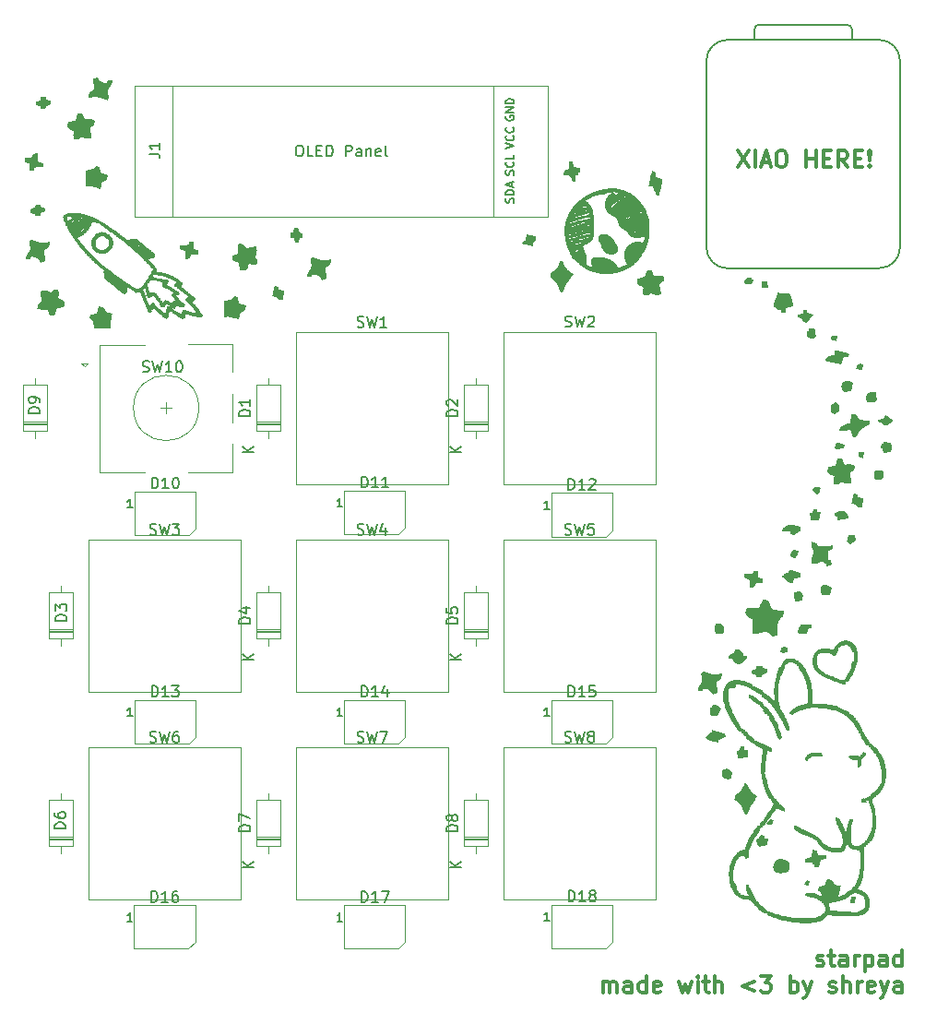
<source format=gbr>
%TF.GenerationSoftware,KiCad,Pcbnew,9.0.2*%
%TF.CreationDate,2025-07-05T22:13:59-05:00*%
%TF.ProjectId,starpad,73746172-7061-4642-9e6b-696361645f70,rev?*%
%TF.SameCoordinates,Original*%
%TF.FileFunction,Legend,Top*%
%TF.FilePolarity,Positive*%
%FSLAX46Y46*%
G04 Gerber Fmt 4.6, Leading zero omitted, Abs format (unit mm)*
G04 Created by KiCad (PCBNEW 9.0.2) date 2025-07-05 22:13:59*
%MOMM*%
%LPD*%
G01*
G04 APERTURE LIST*
%ADD10C,0.300000*%
%ADD11C,0.000000*%
%ADD12C,0.150000*%
%ADD13C,0.127000*%
%ADD14C,0.100000*%
%ADD15C,0.120000*%
%ADD16C,0.040000*%
G04 APERTURE END LIST*
D10*
X140839774Y-174984484D02*
X140982631Y-175055912D01*
X140982631Y-175055912D02*
X141268345Y-175055912D01*
X141268345Y-175055912D02*
X141411202Y-174984484D01*
X141411202Y-174984484D02*
X141482631Y-174841626D01*
X141482631Y-174841626D02*
X141482631Y-174770198D01*
X141482631Y-174770198D02*
X141411202Y-174627341D01*
X141411202Y-174627341D02*
X141268345Y-174555912D01*
X141268345Y-174555912D02*
X141054060Y-174555912D01*
X141054060Y-174555912D02*
X140911202Y-174484484D01*
X140911202Y-174484484D02*
X140839774Y-174341626D01*
X140839774Y-174341626D02*
X140839774Y-174270198D01*
X140839774Y-174270198D02*
X140911202Y-174127341D01*
X140911202Y-174127341D02*
X141054060Y-174055912D01*
X141054060Y-174055912D02*
X141268345Y-174055912D01*
X141268345Y-174055912D02*
X141411202Y-174127341D01*
X141911203Y-174055912D02*
X142482631Y-174055912D01*
X142125488Y-173555912D02*
X142125488Y-174841626D01*
X142125488Y-174841626D02*
X142196917Y-174984484D01*
X142196917Y-174984484D02*
X142339774Y-175055912D01*
X142339774Y-175055912D02*
X142482631Y-175055912D01*
X143625489Y-175055912D02*
X143625489Y-174270198D01*
X143625489Y-174270198D02*
X143554060Y-174127341D01*
X143554060Y-174127341D02*
X143411203Y-174055912D01*
X143411203Y-174055912D02*
X143125489Y-174055912D01*
X143125489Y-174055912D02*
X142982631Y-174127341D01*
X143625489Y-174984484D02*
X143482631Y-175055912D01*
X143482631Y-175055912D02*
X143125489Y-175055912D01*
X143125489Y-175055912D02*
X142982631Y-174984484D01*
X142982631Y-174984484D02*
X142911203Y-174841626D01*
X142911203Y-174841626D02*
X142911203Y-174698769D01*
X142911203Y-174698769D02*
X142982631Y-174555912D01*
X142982631Y-174555912D02*
X143125489Y-174484484D01*
X143125489Y-174484484D02*
X143482631Y-174484484D01*
X143482631Y-174484484D02*
X143625489Y-174413055D01*
X144339774Y-175055912D02*
X144339774Y-174055912D01*
X144339774Y-174341626D02*
X144411203Y-174198769D01*
X144411203Y-174198769D02*
X144482632Y-174127341D01*
X144482632Y-174127341D02*
X144625489Y-174055912D01*
X144625489Y-174055912D02*
X144768346Y-174055912D01*
X145268345Y-174055912D02*
X145268345Y-175555912D01*
X145268345Y-174127341D02*
X145411203Y-174055912D01*
X145411203Y-174055912D02*
X145696917Y-174055912D01*
X145696917Y-174055912D02*
X145839774Y-174127341D01*
X145839774Y-174127341D02*
X145911203Y-174198769D01*
X145911203Y-174198769D02*
X145982631Y-174341626D01*
X145982631Y-174341626D02*
X145982631Y-174770198D01*
X145982631Y-174770198D02*
X145911203Y-174913055D01*
X145911203Y-174913055D02*
X145839774Y-174984484D01*
X145839774Y-174984484D02*
X145696917Y-175055912D01*
X145696917Y-175055912D02*
X145411203Y-175055912D01*
X145411203Y-175055912D02*
X145268345Y-174984484D01*
X147268346Y-175055912D02*
X147268346Y-174270198D01*
X147268346Y-174270198D02*
X147196917Y-174127341D01*
X147196917Y-174127341D02*
X147054060Y-174055912D01*
X147054060Y-174055912D02*
X146768346Y-174055912D01*
X146768346Y-174055912D02*
X146625488Y-174127341D01*
X147268346Y-174984484D02*
X147125488Y-175055912D01*
X147125488Y-175055912D02*
X146768346Y-175055912D01*
X146768346Y-175055912D02*
X146625488Y-174984484D01*
X146625488Y-174984484D02*
X146554060Y-174841626D01*
X146554060Y-174841626D02*
X146554060Y-174698769D01*
X146554060Y-174698769D02*
X146625488Y-174555912D01*
X146625488Y-174555912D02*
X146768346Y-174484484D01*
X146768346Y-174484484D02*
X147125488Y-174484484D01*
X147125488Y-174484484D02*
X147268346Y-174413055D01*
X148625489Y-175055912D02*
X148625489Y-173555912D01*
X148625489Y-174984484D02*
X148482631Y-175055912D01*
X148482631Y-175055912D02*
X148196917Y-175055912D01*
X148196917Y-175055912D02*
X148054060Y-174984484D01*
X148054060Y-174984484D02*
X147982631Y-174913055D01*
X147982631Y-174913055D02*
X147911203Y-174770198D01*
X147911203Y-174770198D02*
X147911203Y-174341626D01*
X147911203Y-174341626D02*
X147982631Y-174198769D01*
X147982631Y-174198769D02*
X148054060Y-174127341D01*
X148054060Y-174127341D02*
X148196917Y-174055912D01*
X148196917Y-174055912D02*
X148482631Y-174055912D01*
X148482631Y-174055912D02*
X148625489Y-174127341D01*
X121196917Y-177470828D02*
X121196917Y-176470828D01*
X121196917Y-176613685D02*
X121268346Y-176542257D01*
X121268346Y-176542257D02*
X121411203Y-176470828D01*
X121411203Y-176470828D02*
X121625489Y-176470828D01*
X121625489Y-176470828D02*
X121768346Y-176542257D01*
X121768346Y-176542257D02*
X121839775Y-176685114D01*
X121839775Y-176685114D02*
X121839775Y-177470828D01*
X121839775Y-176685114D02*
X121911203Y-176542257D01*
X121911203Y-176542257D02*
X122054060Y-176470828D01*
X122054060Y-176470828D02*
X122268346Y-176470828D01*
X122268346Y-176470828D02*
X122411203Y-176542257D01*
X122411203Y-176542257D02*
X122482632Y-176685114D01*
X122482632Y-176685114D02*
X122482632Y-177470828D01*
X123839775Y-177470828D02*
X123839775Y-176685114D01*
X123839775Y-176685114D02*
X123768346Y-176542257D01*
X123768346Y-176542257D02*
X123625489Y-176470828D01*
X123625489Y-176470828D02*
X123339775Y-176470828D01*
X123339775Y-176470828D02*
X123196917Y-176542257D01*
X123839775Y-177399400D02*
X123696917Y-177470828D01*
X123696917Y-177470828D02*
X123339775Y-177470828D01*
X123339775Y-177470828D02*
X123196917Y-177399400D01*
X123196917Y-177399400D02*
X123125489Y-177256542D01*
X123125489Y-177256542D02*
X123125489Y-177113685D01*
X123125489Y-177113685D02*
X123196917Y-176970828D01*
X123196917Y-176970828D02*
X123339775Y-176899400D01*
X123339775Y-176899400D02*
X123696917Y-176899400D01*
X123696917Y-176899400D02*
X123839775Y-176827971D01*
X125196918Y-177470828D02*
X125196918Y-175970828D01*
X125196918Y-177399400D02*
X125054060Y-177470828D01*
X125054060Y-177470828D02*
X124768346Y-177470828D01*
X124768346Y-177470828D02*
X124625489Y-177399400D01*
X124625489Y-177399400D02*
X124554060Y-177327971D01*
X124554060Y-177327971D02*
X124482632Y-177185114D01*
X124482632Y-177185114D02*
X124482632Y-176756542D01*
X124482632Y-176756542D02*
X124554060Y-176613685D01*
X124554060Y-176613685D02*
X124625489Y-176542257D01*
X124625489Y-176542257D02*
X124768346Y-176470828D01*
X124768346Y-176470828D02*
X125054060Y-176470828D01*
X125054060Y-176470828D02*
X125196918Y-176542257D01*
X126482632Y-177399400D02*
X126339775Y-177470828D01*
X126339775Y-177470828D02*
X126054061Y-177470828D01*
X126054061Y-177470828D02*
X125911203Y-177399400D01*
X125911203Y-177399400D02*
X125839775Y-177256542D01*
X125839775Y-177256542D02*
X125839775Y-176685114D01*
X125839775Y-176685114D02*
X125911203Y-176542257D01*
X125911203Y-176542257D02*
X126054061Y-176470828D01*
X126054061Y-176470828D02*
X126339775Y-176470828D01*
X126339775Y-176470828D02*
X126482632Y-176542257D01*
X126482632Y-176542257D02*
X126554061Y-176685114D01*
X126554061Y-176685114D02*
X126554061Y-176827971D01*
X126554061Y-176827971D02*
X125839775Y-176970828D01*
X128196917Y-176470828D02*
X128482632Y-177470828D01*
X128482632Y-177470828D02*
X128768346Y-176756542D01*
X128768346Y-176756542D02*
X129054060Y-177470828D01*
X129054060Y-177470828D02*
X129339774Y-176470828D01*
X129911203Y-177470828D02*
X129911203Y-176470828D01*
X129911203Y-175970828D02*
X129839775Y-176042257D01*
X129839775Y-176042257D02*
X129911203Y-176113685D01*
X129911203Y-176113685D02*
X129982632Y-176042257D01*
X129982632Y-176042257D02*
X129911203Y-175970828D01*
X129911203Y-175970828D02*
X129911203Y-176113685D01*
X130411204Y-176470828D02*
X130982632Y-176470828D01*
X130625489Y-175970828D02*
X130625489Y-177256542D01*
X130625489Y-177256542D02*
X130696918Y-177399400D01*
X130696918Y-177399400D02*
X130839775Y-177470828D01*
X130839775Y-177470828D02*
X130982632Y-177470828D01*
X131482632Y-177470828D02*
X131482632Y-175970828D01*
X132125490Y-177470828D02*
X132125490Y-176685114D01*
X132125490Y-176685114D02*
X132054061Y-176542257D01*
X132054061Y-176542257D02*
X131911204Y-176470828D01*
X131911204Y-176470828D02*
X131696918Y-176470828D01*
X131696918Y-176470828D02*
X131554061Y-176542257D01*
X131554061Y-176542257D02*
X131482632Y-176613685D01*
X135125490Y-176470828D02*
X133982632Y-176899400D01*
X133982632Y-176899400D02*
X135125490Y-177327971D01*
X135696918Y-175970828D02*
X136625490Y-175970828D01*
X136625490Y-175970828D02*
X136125490Y-176542257D01*
X136125490Y-176542257D02*
X136339775Y-176542257D01*
X136339775Y-176542257D02*
X136482633Y-176613685D01*
X136482633Y-176613685D02*
X136554061Y-176685114D01*
X136554061Y-176685114D02*
X136625490Y-176827971D01*
X136625490Y-176827971D02*
X136625490Y-177185114D01*
X136625490Y-177185114D02*
X136554061Y-177327971D01*
X136554061Y-177327971D02*
X136482633Y-177399400D01*
X136482633Y-177399400D02*
X136339775Y-177470828D01*
X136339775Y-177470828D02*
X135911204Y-177470828D01*
X135911204Y-177470828D02*
X135768347Y-177399400D01*
X135768347Y-177399400D02*
X135696918Y-177327971D01*
X138411203Y-177470828D02*
X138411203Y-175970828D01*
X138411203Y-176542257D02*
X138554061Y-176470828D01*
X138554061Y-176470828D02*
X138839775Y-176470828D01*
X138839775Y-176470828D02*
X138982632Y-176542257D01*
X138982632Y-176542257D02*
X139054061Y-176613685D01*
X139054061Y-176613685D02*
X139125489Y-176756542D01*
X139125489Y-176756542D02*
X139125489Y-177185114D01*
X139125489Y-177185114D02*
X139054061Y-177327971D01*
X139054061Y-177327971D02*
X138982632Y-177399400D01*
X138982632Y-177399400D02*
X138839775Y-177470828D01*
X138839775Y-177470828D02*
X138554061Y-177470828D01*
X138554061Y-177470828D02*
X138411203Y-177399400D01*
X139625489Y-176470828D02*
X139982632Y-177470828D01*
X140339775Y-176470828D02*
X139982632Y-177470828D01*
X139982632Y-177470828D02*
X139839775Y-177827971D01*
X139839775Y-177827971D02*
X139768346Y-177899400D01*
X139768346Y-177899400D02*
X139625489Y-177970828D01*
X141982632Y-177399400D02*
X142125489Y-177470828D01*
X142125489Y-177470828D02*
X142411203Y-177470828D01*
X142411203Y-177470828D02*
X142554060Y-177399400D01*
X142554060Y-177399400D02*
X142625489Y-177256542D01*
X142625489Y-177256542D02*
X142625489Y-177185114D01*
X142625489Y-177185114D02*
X142554060Y-177042257D01*
X142554060Y-177042257D02*
X142411203Y-176970828D01*
X142411203Y-176970828D02*
X142196918Y-176970828D01*
X142196918Y-176970828D02*
X142054060Y-176899400D01*
X142054060Y-176899400D02*
X141982632Y-176756542D01*
X141982632Y-176756542D02*
X141982632Y-176685114D01*
X141982632Y-176685114D02*
X142054060Y-176542257D01*
X142054060Y-176542257D02*
X142196918Y-176470828D01*
X142196918Y-176470828D02*
X142411203Y-176470828D01*
X142411203Y-176470828D02*
X142554060Y-176542257D01*
X143268346Y-177470828D02*
X143268346Y-175970828D01*
X143911204Y-177470828D02*
X143911204Y-176685114D01*
X143911204Y-176685114D02*
X143839775Y-176542257D01*
X143839775Y-176542257D02*
X143696918Y-176470828D01*
X143696918Y-176470828D02*
X143482632Y-176470828D01*
X143482632Y-176470828D02*
X143339775Y-176542257D01*
X143339775Y-176542257D02*
X143268346Y-176613685D01*
X144625489Y-177470828D02*
X144625489Y-176470828D01*
X144625489Y-176756542D02*
X144696918Y-176613685D01*
X144696918Y-176613685D02*
X144768347Y-176542257D01*
X144768347Y-176542257D02*
X144911204Y-176470828D01*
X144911204Y-176470828D02*
X145054061Y-176470828D01*
X146125489Y-177399400D02*
X145982632Y-177470828D01*
X145982632Y-177470828D02*
X145696918Y-177470828D01*
X145696918Y-177470828D02*
X145554060Y-177399400D01*
X145554060Y-177399400D02*
X145482632Y-177256542D01*
X145482632Y-177256542D02*
X145482632Y-176685114D01*
X145482632Y-176685114D02*
X145554060Y-176542257D01*
X145554060Y-176542257D02*
X145696918Y-176470828D01*
X145696918Y-176470828D02*
X145982632Y-176470828D01*
X145982632Y-176470828D02*
X146125489Y-176542257D01*
X146125489Y-176542257D02*
X146196918Y-176685114D01*
X146196918Y-176685114D02*
X146196918Y-176827971D01*
X146196918Y-176827971D02*
X145482632Y-176970828D01*
X146696917Y-176470828D02*
X147054060Y-177470828D01*
X147411203Y-176470828D02*
X147054060Y-177470828D01*
X147054060Y-177470828D02*
X146911203Y-177827971D01*
X146911203Y-177827971D02*
X146839774Y-177899400D01*
X146839774Y-177899400D02*
X146696917Y-177970828D01*
X148625489Y-177470828D02*
X148625489Y-176685114D01*
X148625489Y-176685114D02*
X148554060Y-176542257D01*
X148554060Y-176542257D02*
X148411203Y-176470828D01*
X148411203Y-176470828D02*
X148125489Y-176470828D01*
X148125489Y-176470828D02*
X147982631Y-176542257D01*
X148625489Y-177399400D02*
X148482631Y-177470828D01*
X148482631Y-177470828D02*
X148125489Y-177470828D01*
X148125489Y-177470828D02*
X147982631Y-177399400D01*
X147982631Y-177399400D02*
X147911203Y-177256542D01*
X147911203Y-177256542D02*
X147911203Y-177113685D01*
X147911203Y-177113685D02*
X147982631Y-176970828D01*
X147982631Y-176970828D02*
X148125489Y-176899400D01*
X148125489Y-176899400D02*
X148482631Y-176899400D01*
X148482631Y-176899400D02*
X148625489Y-176827971D01*
D11*
G36*
X130426093Y-148000817D02*
G01*
X130517729Y-148024519D01*
X130607903Y-148049667D01*
X130697090Y-148076439D01*
X130785768Y-148105010D01*
X130874413Y-148135556D01*
X130963501Y-148168255D01*
X131053508Y-148203282D01*
X131126608Y-148221961D01*
X131197348Y-148237266D01*
X131266070Y-148249361D01*
X131333117Y-148258413D01*
X131398832Y-148264588D01*
X131463556Y-148268051D01*
X131527632Y-148268969D01*
X131591404Y-148267507D01*
X131655212Y-148263832D01*
X131719401Y-148258109D01*
X131784312Y-148250503D01*
X131850287Y-148241182D01*
X131986802Y-148218055D01*
X132131685Y-148190053D01*
X132122797Y-148273562D01*
X132115149Y-148339708D01*
X132107500Y-148394691D01*
X132103289Y-148419935D01*
X132098612Y-148444714D01*
X132093315Y-148469803D01*
X132087243Y-148495977D01*
X132072154Y-148554682D01*
X132052103Y-148627029D01*
X132025852Y-148719220D01*
X131602518Y-148930886D01*
X131708352Y-149989220D01*
X131285018Y-150095053D01*
X131159342Y-149890001D01*
X131116693Y-149843162D01*
X131075671Y-149801622D01*
X131035858Y-149765007D01*
X130996836Y-149732940D01*
X130977491Y-149718494D01*
X130958188Y-149705045D01*
X130938874Y-149692543D01*
X130919497Y-149680944D01*
X130900005Y-149670199D01*
X130880345Y-149660262D01*
X130860466Y-149651086D01*
X130840314Y-149642623D01*
X130798988Y-149627651D01*
X130755949Y-149614968D01*
X130710778Y-149604199D01*
X130663059Y-149594967D01*
X130612375Y-149586896D01*
X130558307Y-149579610D01*
X130438352Y-149565886D01*
X130332518Y-149777553D01*
X129909185Y-149777553D01*
X129927345Y-149682025D01*
X129936792Y-149638198D01*
X129946774Y-149596596D01*
X129957507Y-149556922D01*
X129969206Y-149518877D01*
X129982088Y-149482163D01*
X129996370Y-149446482D01*
X130012269Y-149411535D01*
X130030000Y-149377023D01*
X130049780Y-149342649D01*
X130071827Y-149308114D01*
X130096355Y-149273120D01*
X130123582Y-149237368D01*
X130153723Y-149200559D01*
X130186997Y-149162397D01*
X130206105Y-149130796D01*
X130223422Y-149099682D01*
X130239012Y-149069015D01*
X130252938Y-149038753D01*
X130265264Y-149008856D01*
X130276054Y-148979283D01*
X130285372Y-148949993D01*
X130293282Y-148920945D01*
X130299848Y-148892098D01*
X130305133Y-148863411D01*
X130312117Y-148806355D01*
X130314746Y-148749448D01*
X130313530Y-148692364D01*
X130308979Y-148634776D01*
X130301606Y-148576357D01*
X130291920Y-148516778D01*
X130280433Y-148455714D01*
X130226685Y-148190053D01*
X130332518Y-147978386D01*
X130426093Y-148000817D01*
G37*
G36*
X119864604Y-106109771D02*
G01*
X119899640Y-106110701D01*
X119997619Y-106114422D01*
X120032572Y-106149601D01*
X120046754Y-106164320D01*
X120058965Y-106177577D01*
X120069377Y-106189712D01*
X120073961Y-106195466D01*
X120078159Y-106201066D01*
X120081992Y-106206556D01*
X120085481Y-106211978D01*
X120088649Y-106217374D01*
X120091515Y-106222787D01*
X120094101Y-106228260D01*
X120096429Y-106233834D01*
X120098520Y-106239552D01*
X120100394Y-106245458D01*
X120102074Y-106251592D01*
X120103581Y-106257999D01*
X120106159Y-106271796D01*
X120108298Y-106287189D01*
X120110169Y-106304519D01*
X120113788Y-106346346D01*
X120110067Y-106491453D01*
X120107173Y-106637387D01*
X120103452Y-106749422D01*
X119997619Y-106749422D01*
X119997619Y-106643588D01*
X119627202Y-106643588D01*
X119680119Y-106537755D01*
X119772387Y-106522296D01*
X119864899Y-106508287D01*
X119957625Y-106495782D01*
X120050536Y-106484839D01*
X120050536Y-106273172D01*
X119680119Y-106273172D01*
X119680119Y-106114422D01*
X119770656Y-106110701D01*
X119803832Y-106109771D01*
X119833908Y-106109461D01*
X119864604Y-106109771D01*
G37*
G36*
X118798979Y-106016883D02*
G01*
X118816366Y-106018406D01*
X118834217Y-106021446D01*
X118852786Y-106026064D01*
X118872325Y-106032318D01*
X118893086Y-106040269D01*
X118915322Y-106049979D01*
X118939286Y-106061505D01*
X118917271Y-106087860D01*
X118899598Y-106108634D01*
X118891808Y-106117510D01*
X118884405Y-106125687D01*
X118877157Y-106133400D01*
X118869832Y-106140880D01*
X118862197Y-106148360D01*
X118854019Y-106156073D01*
X118835106Y-106173126D01*
X118811231Y-106193900D01*
X118780536Y-106220255D01*
X118568869Y-106220255D01*
X118621786Y-106061505D01*
X118669097Y-106043638D01*
X118690295Y-106036228D01*
X118710191Y-106029914D01*
X118729038Y-106024755D01*
X118747087Y-106020812D01*
X118764593Y-106018146D01*
X118781806Y-106016816D01*
X118798979Y-106016883D01*
G37*
G36*
X137817500Y-151884376D02*
G01*
X137738125Y-152043125D01*
X137420625Y-152122500D01*
X137023750Y-151408125D01*
X137341251Y-151328750D01*
X137341251Y-151170000D01*
X137817500Y-151884376D01*
G37*
G36*
X119730679Y-107499147D02*
G01*
X119749937Y-107500145D01*
X119768928Y-107501820D01*
X119787754Y-107504145D01*
X119806517Y-107507096D01*
X119825319Y-107510648D01*
X119844264Y-107514775D01*
X119863453Y-107519454D01*
X119902974Y-107530362D01*
X119944702Y-107543172D01*
X119891785Y-107649005D01*
X120050536Y-107649005D01*
X119997619Y-107860672D01*
X119944702Y-107754838D01*
X119786081Y-107798557D01*
X119204437Y-107958314D01*
X118952515Y-108027612D01*
X118590780Y-108126909D01*
X118476686Y-108158477D01*
X118320958Y-108200455D01*
X118269273Y-108213361D01*
X118229041Y-108222012D01*
X118211813Y-108225008D01*
X118195760Y-108227259D01*
X118164930Y-108229954D01*
X118132050Y-108230947D01*
X118092619Y-108231088D01*
X118092619Y-108336922D01*
X118198452Y-108389838D01*
X118039702Y-108389838D01*
X118092619Y-108125255D01*
X118304285Y-108125255D01*
X118304285Y-108019422D01*
X117986786Y-108019422D01*
X117986786Y-107860672D01*
X118092619Y-107860672D01*
X118092619Y-107966505D01*
X118196178Y-107929505D01*
X118327614Y-107884795D01*
X118459336Y-107841488D01*
X118723719Y-107758721D01*
X118989484Y-107680472D01*
X119256785Y-107606010D01*
X119389038Y-107568971D01*
X119514754Y-107535524D01*
X119626789Y-107505177D01*
X119648921Y-107502418D01*
X119670274Y-107500461D01*
X119690950Y-107499280D01*
X119711051Y-107498851D01*
X119730679Y-107499147D01*
G37*
G36*
X119627202Y-107384422D02*
G01*
X119592912Y-107399722D01*
X119559542Y-107413810D01*
X119526928Y-107426698D01*
X119494909Y-107438396D01*
X119463323Y-107448917D01*
X119432007Y-107458272D01*
X119400800Y-107466473D01*
X119369538Y-107473532D01*
X119338060Y-107479459D01*
X119306204Y-107484267D01*
X119273807Y-107487967D01*
X119240707Y-107490571D01*
X119206743Y-107492090D01*
X119171750Y-107492536D01*
X119135569Y-107491920D01*
X119098035Y-107490255D01*
X119098035Y-107384422D01*
X119167293Y-107359876D01*
X119232472Y-107338501D01*
X119264030Y-107329011D01*
X119295166Y-107320326D01*
X119326080Y-107312450D01*
X119356971Y-107305385D01*
X119388039Y-107299137D01*
X119419483Y-107293709D01*
X119451501Y-107289106D01*
X119484295Y-107285330D01*
X119518062Y-107282387D01*
X119553003Y-107280279D01*
X119589316Y-107279012D01*
X119627202Y-107278589D01*
X119627202Y-107384422D01*
G37*
G36*
X147153160Y-124485952D02*
G01*
X147207248Y-124512046D01*
X147259434Y-124538602D01*
X147309878Y-124565759D01*
X147358741Y-124593656D01*
X147406183Y-124622434D01*
X147452366Y-124652232D01*
X147497450Y-124683189D01*
X147541596Y-124715445D01*
X147584964Y-124749140D01*
X147627715Y-124784414D01*
X147670010Y-124821406D01*
X147712009Y-124860255D01*
X147753874Y-124901102D01*
X147795764Y-124944086D01*
X147837841Y-124989347D01*
X147675576Y-125129080D01*
X147608552Y-125185614D01*
X147549279Y-125234087D01*
X147496517Y-125275118D01*
X147449026Y-125309328D01*
X147405566Y-125337337D01*
X147364897Y-125359764D01*
X147325778Y-125377231D01*
X147306412Y-125384298D01*
X147286969Y-125390357D01*
X147247230Y-125399762D01*
X147205320Y-125406066D01*
X147160000Y-125409890D01*
X147110029Y-125411854D01*
X146991173Y-125412681D01*
X146885341Y-125201014D01*
X146758198Y-125160537D01*
X146712356Y-125146904D01*
X146671720Y-125136021D01*
X146631328Y-125126647D01*
X146586219Y-125117542D01*
X146462008Y-125095179D01*
X146462008Y-124883512D01*
X146991173Y-124777683D01*
X147097008Y-124460178D01*
X147153160Y-124485952D01*
G37*
G36*
X75293982Y-108014608D02*
G01*
X75320616Y-108016117D01*
X75347138Y-108018776D01*
X75373542Y-108022599D01*
X75399824Y-108027599D01*
X75425978Y-108033789D01*
X75451998Y-108041181D01*
X75477881Y-108049789D01*
X75503620Y-108059625D01*
X75529210Y-108070703D01*
X75554645Y-108083036D01*
X75579922Y-108096637D01*
X75605034Y-108111518D01*
X75629976Y-108127692D01*
X75654744Y-108145173D01*
X75679331Y-108163974D01*
X75703732Y-108184107D01*
X75727943Y-108205586D01*
X75756723Y-108239173D01*
X75782772Y-108272646D01*
X75806205Y-108306119D01*
X75827136Y-108339707D01*
X75845683Y-108373524D01*
X75861960Y-108407683D01*
X75876084Y-108442299D01*
X75888169Y-108477487D01*
X75898331Y-108513359D01*
X75906686Y-108550032D01*
X75913350Y-108587618D01*
X75918439Y-108626232D01*
X75922067Y-108665988D01*
X75924350Y-108707000D01*
X75925405Y-108749383D01*
X75925346Y-108793250D01*
X75923978Y-108802754D01*
X75922367Y-108811993D01*
X75920517Y-108820979D01*
X75918432Y-108829722D01*
X75916119Y-108838234D01*
X75913580Y-108846525D01*
X75910822Y-108854606D01*
X75907849Y-108862489D01*
X75904665Y-108870184D01*
X75901276Y-108877703D01*
X75893898Y-108892257D01*
X75885753Y-108906236D01*
X75876880Y-108919732D01*
X75867315Y-108932830D01*
X75857096Y-108945620D01*
X75846262Y-108958191D01*
X75834849Y-108970629D01*
X75822895Y-108983025D01*
X75810439Y-108995465D01*
X75784167Y-109020833D01*
X75798990Y-108976386D01*
X75813183Y-108932147D01*
X75826569Y-108887954D01*
X75838968Y-108843645D01*
X75850201Y-108799056D01*
X75860089Y-108754026D01*
X75868454Y-108708392D01*
X75875117Y-108661992D01*
X75870981Y-108632331D01*
X75866160Y-108603400D01*
X75860572Y-108575192D01*
X75854132Y-108547703D01*
X75846757Y-108520925D01*
X75838363Y-108494855D01*
X75828866Y-108469485D01*
X75818183Y-108444810D01*
X75806231Y-108420824D01*
X75792925Y-108397521D01*
X75778182Y-108374896D01*
X75761918Y-108352943D01*
X75744051Y-108331656D01*
X75724495Y-108311029D01*
X75703169Y-108291056D01*
X75679987Y-108271732D01*
X75598958Y-108227083D01*
X75579365Y-108207644D01*
X75563745Y-108192459D01*
X75556941Y-108186075D01*
X75550549Y-108180290D01*
X75544376Y-108174947D01*
X75538227Y-108169894D01*
X75531909Y-108164974D01*
X75525228Y-108160032D01*
X75517990Y-108154914D01*
X75510002Y-108149465D01*
X75490998Y-108136951D01*
X75466666Y-108121250D01*
X75439639Y-108111745D01*
X75413233Y-108103316D01*
X75387358Y-108095977D01*
X75361917Y-108089742D01*
X75336819Y-108084627D01*
X75311970Y-108080644D01*
X75287276Y-108077810D01*
X75262643Y-108076139D01*
X75237977Y-108075645D01*
X75213187Y-108076342D01*
X75188176Y-108078246D01*
X75162854Y-108081371D01*
X75137124Y-108085730D01*
X75110895Y-108091340D01*
X75084072Y-108098214D01*
X75056562Y-108106367D01*
X74991243Y-108131068D01*
X74973400Y-108136509D01*
X74965978Y-108138609D01*
X74959346Y-108140275D01*
X74953349Y-108141494D01*
X74947830Y-108142250D01*
X74945202Y-108142451D01*
X74942634Y-108142531D01*
X74940108Y-108142488D01*
X74937603Y-108142321D01*
X74935101Y-108142027D01*
X74932582Y-108141606D01*
X74930027Y-108141054D01*
X74927415Y-108140371D01*
X74921945Y-108138603D01*
X74916016Y-108136286D01*
X74909471Y-108133407D01*
X74902155Y-108129951D01*
X74884583Y-108121250D01*
X74939924Y-108093814D01*
X74995109Y-108070255D01*
X75050097Y-108050676D01*
X75104846Y-108035181D01*
X75159315Y-108023874D01*
X75213461Y-108016858D01*
X75240399Y-108014992D01*
X75267242Y-108014238D01*
X75293982Y-108014608D01*
G37*
G36*
X135674375Y-149741251D02*
G01*
X135753750Y-149979375D01*
X135277500Y-149900000D01*
X135277500Y-149661876D01*
X135674375Y-149741251D01*
G37*
G36*
X119256785Y-109712755D02*
G01*
X119362619Y-109712755D01*
X119362619Y-109924421D01*
X119574286Y-109871505D01*
X119594843Y-109902719D01*
X119612781Y-109930937D01*
X119628233Y-109956624D01*
X119641333Y-109980244D01*
X119652213Y-110002262D01*
X119661008Y-110023143D01*
X119664664Y-110033303D01*
X119667850Y-110043352D01*
X119670580Y-110053350D01*
X119672873Y-110063354D01*
X119674744Y-110073422D01*
X119676210Y-110083613D01*
X119677996Y-110104595D01*
X119678362Y-110126764D01*
X119677443Y-110150585D01*
X119675373Y-110176523D01*
X119672283Y-110205043D01*
X119663582Y-110271687D01*
X119647666Y-110397571D01*
X119640808Y-110433735D01*
X119635008Y-110462202D01*
X119632237Y-110474337D01*
X119629408Y-110485491D01*
X119626413Y-110495980D01*
X119623146Y-110506118D01*
X119619498Y-110516219D01*
X119615362Y-110526599D01*
X119610631Y-110537571D01*
X119605198Y-110549451D01*
X119591792Y-110577192D01*
X119574286Y-110612338D01*
X119858712Y-110744630D01*
X120018703Y-110819044D01*
X120061519Y-110840391D01*
X120079282Y-110849002D01*
X120095091Y-110856350D01*
X120109302Y-110862520D01*
X120122272Y-110867598D01*
X120134359Y-110871667D01*
X120145918Y-110874814D01*
X120157306Y-110877122D01*
X120168880Y-110878676D01*
X120180996Y-110879561D01*
X120194012Y-110879862D01*
X120208284Y-110879664D01*
X120224168Y-110879052D01*
X120262202Y-110876922D01*
X120225615Y-110782044D01*
X120201673Y-110715356D01*
X120179140Y-110649775D01*
X120158374Y-110584746D01*
X120139731Y-110519718D01*
X120131317Y-110487030D01*
X120123568Y-110454136D01*
X120116528Y-110420964D01*
X120110242Y-110387447D01*
X120104755Y-110353515D01*
X120100111Y-110319098D01*
X120096354Y-110284129D01*
X120093530Y-110248536D01*
X120101400Y-110234856D01*
X120109385Y-110221770D01*
X120117492Y-110209259D01*
X120125727Y-110197302D01*
X120134099Y-110185878D01*
X120142614Y-110174967D01*
X120151280Y-110164547D01*
X120160105Y-110154598D01*
X120169094Y-110145100D01*
X120178256Y-110136032D01*
X120187597Y-110127372D01*
X120197126Y-110119101D01*
X120206849Y-110111198D01*
X120216773Y-110103641D01*
X120237255Y-110089487D01*
X120258629Y-110076472D01*
X120280954Y-110064432D01*
X120304287Y-110053200D01*
X120328687Y-110042612D01*
X120354211Y-110032502D01*
X120380918Y-110022704D01*
X120408864Y-110013053D01*
X120438109Y-110003383D01*
X120492784Y-109994138D01*
X120547568Y-109986422D01*
X120602450Y-109980125D01*
X120657421Y-109975137D01*
X120767592Y-109968648D01*
X120878003Y-109966075D01*
X120988580Y-109966538D01*
X121099245Y-109969156D01*
X121320535Y-109977338D01*
X121320535Y-110030255D01*
X120791369Y-110083172D01*
X120738452Y-110241922D01*
X120897202Y-110241922D01*
X120889674Y-110277942D01*
X120881127Y-110313246D01*
X120871616Y-110347904D01*
X120861197Y-110381984D01*
X120849926Y-110415556D01*
X120837858Y-110448688D01*
X120825048Y-110481451D01*
X120811552Y-110513913D01*
X120782723Y-110578211D01*
X120751815Y-110642138D01*
X120719271Y-110706245D01*
X120685535Y-110771088D01*
X120579702Y-110771088D01*
X120579702Y-110506505D01*
X120368036Y-110506505D01*
X120420952Y-110665255D01*
X120409488Y-110744913D01*
X120396913Y-110824413D01*
X120383129Y-110903708D01*
X120368036Y-110982755D01*
X120050536Y-111035672D01*
X120081460Y-111061034D01*
X120112268Y-111084712D01*
X120143046Y-111106815D01*
X120173881Y-111127451D01*
X120204858Y-111146730D01*
X120236064Y-111164760D01*
X120267586Y-111181649D01*
X120299509Y-111197507D01*
X120331920Y-111212441D01*
X120364906Y-111226560D01*
X120398551Y-111239974D01*
X120432943Y-111252790D01*
X120468168Y-111265118D01*
X120504312Y-111277065D01*
X120579702Y-111300255D01*
X120555798Y-111308888D01*
X120532260Y-111316232D01*
X120509070Y-111322333D01*
X120486206Y-111327237D01*
X120463647Y-111330990D01*
X120441372Y-111333638D01*
X120419361Y-111335229D01*
X120397593Y-111335807D01*
X120376047Y-111335421D01*
X120354702Y-111334114D01*
X120312534Y-111328930D01*
X120270923Y-111320623D01*
X120229702Y-111309566D01*
X120188705Y-111296128D01*
X120147767Y-111280680D01*
X120106720Y-111263592D01*
X120065400Y-111245235D01*
X119894059Y-111166517D01*
X119829330Y-111134397D01*
X119765756Y-111101283D01*
X119703167Y-111067140D01*
X119641391Y-111031934D01*
X119580257Y-110995633D01*
X119519595Y-110958202D01*
X119459233Y-110919607D01*
X119398999Y-110879815D01*
X119366970Y-110858452D01*
X119353440Y-110849625D01*
X119341088Y-110841816D01*
X119329555Y-110834862D01*
X119318484Y-110828597D01*
X119307515Y-110822857D01*
X119296290Y-110817480D01*
X119284451Y-110812300D01*
X119271639Y-110807153D01*
X119257496Y-110801875D01*
X119241662Y-110796302D01*
X119203492Y-110783616D01*
X119154260Y-110767781D01*
X119045119Y-110718171D01*
X119030729Y-110665554D01*
X119017105Y-110612727D01*
X119004258Y-110559706D01*
X118992202Y-110506505D01*
X118899598Y-110460202D01*
X118867562Y-110443138D01*
X118837452Y-110425030D01*
X118809085Y-110405916D01*
X118782279Y-110385834D01*
X118756852Y-110364823D01*
X118732620Y-110342919D01*
X118709402Y-110320161D01*
X118687016Y-110296588D01*
X118665278Y-110272236D01*
X118644006Y-110247144D01*
X118602132Y-110194891D01*
X118515952Y-110083172D01*
X118568869Y-109977338D01*
X118780536Y-109977338D01*
X118823622Y-109968031D01*
X118864737Y-109958143D01*
X118904381Y-109947406D01*
X118943055Y-109935548D01*
X118981257Y-109922300D01*
X119019488Y-109907390D01*
X119058248Y-109890548D01*
X119098035Y-109871505D01*
X119203869Y-109818588D01*
X119203869Y-109712755D01*
X119045119Y-109659839D01*
X119203869Y-109659839D01*
X119203869Y-109554005D01*
X119256785Y-109712755D01*
G37*
G36*
X134303137Y-158253663D02*
G01*
X134332017Y-158269146D01*
X134357449Y-158283893D01*
X134379934Y-158298486D01*
X134390230Y-158305905D01*
X134399978Y-158313504D01*
X134409242Y-158321355D01*
X134418085Y-158329530D01*
X134426568Y-158338103D01*
X134434757Y-158347145D01*
X134442712Y-158356731D01*
X134450499Y-158366931D01*
X134458178Y-158377819D01*
X134465814Y-158389468D01*
X134481207Y-158415339D01*
X134497182Y-158445124D01*
X134514242Y-158479405D01*
X134532891Y-158518763D01*
X134576971Y-158615036D01*
X134618876Y-158690065D01*
X134661032Y-158760034D01*
X134703652Y-158825444D01*
X134746949Y-158886793D01*
X134791138Y-158944582D01*
X134836432Y-158999310D01*
X134883044Y-159051477D01*
X134931190Y-159101583D01*
X134981082Y-159150126D01*
X135032934Y-159197607D01*
X135086960Y-159244526D01*
X135143373Y-159291381D01*
X135264218Y-159386900D01*
X135397178Y-159488162D01*
X135218584Y-159679985D01*
X135156672Y-159767824D01*
X135097539Y-159856621D01*
X135040977Y-159946341D01*
X134986776Y-160036950D01*
X134934729Y-160128417D01*
X134884626Y-160220706D01*
X134789422Y-160407619D01*
X134699493Y-160597422D01*
X134613172Y-160789848D01*
X134444679Y-161181494D01*
X134233012Y-161181494D01*
X134159011Y-160961146D01*
X134089303Y-160759736D01*
X134059438Y-160676496D01*
X134031649Y-160602823D01*
X134004998Y-160537160D01*
X133978546Y-160477951D01*
X133951356Y-160423638D01*
X133922489Y-160372665D01*
X133891008Y-160323474D01*
X133855974Y-160274509D01*
X133816450Y-160224212D01*
X133771497Y-160171027D01*
X133720177Y-160113397D01*
X133661552Y-160049765D01*
X133518636Y-159898265D01*
X133280512Y-159805661D01*
X133289400Y-159722152D01*
X133297048Y-159656006D01*
X133304696Y-159601023D01*
X133308908Y-159575779D01*
X133313584Y-159551000D01*
X133318881Y-159525911D01*
X133324953Y-159499737D01*
X133340043Y-159441033D01*
X133360094Y-159368686D01*
X133386346Y-159276495D01*
X133588090Y-159180583D01*
X133637413Y-159153667D01*
X133682008Y-159126902D01*
X133722300Y-159100038D01*
X133758714Y-159072825D01*
X133791674Y-159045015D01*
X133821606Y-159016357D01*
X133848934Y-158986602D01*
X133874083Y-158955500D01*
X133897477Y-158922803D01*
X133919543Y-158888259D01*
X133940703Y-158851621D01*
X133961384Y-158812637D01*
X133982010Y-158771060D01*
X134003005Y-158726638D01*
X134047804Y-158628265D01*
X134155291Y-158395929D01*
X134233012Y-158218161D01*
X134303137Y-158253663D01*
G37*
G36*
X143641254Y-145190076D02*
G01*
X143692572Y-145193239D01*
X143738060Y-145199203D01*
X143779062Y-145208200D01*
X143816922Y-145220462D01*
X143852986Y-145236221D01*
X143888596Y-145255711D01*
X143925098Y-145279164D01*
X143963837Y-145306813D01*
X144053399Y-145375626D01*
X144167499Y-145534375D01*
X143849999Y-145693126D01*
X143691249Y-145534375D01*
X143770625Y-145296251D01*
X143135624Y-145296251D01*
X143135624Y-145216876D01*
X143350792Y-145200772D01*
X143515750Y-145191219D01*
X143582762Y-145189480D01*
X143641254Y-145190076D01*
G37*
G36*
X141944999Y-169505623D02*
G01*
X141944999Y-170061250D01*
X141706875Y-169981874D01*
X141704996Y-169862822D01*
X141704395Y-169743750D01*
X141705034Y-169624677D01*
X141706875Y-169505623D01*
X141786249Y-169426249D01*
X141944999Y-169505623D01*
G37*
G36*
X73402917Y-106666042D02*
G01*
X73389335Y-106684298D01*
X73375606Y-106702382D01*
X73361729Y-106720313D01*
X73347702Y-106738106D01*
X73319190Y-106773351D01*
X73290055Y-106808255D01*
X73278223Y-106818826D01*
X73266523Y-106828253D01*
X73254898Y-106836602D01*
X73243295Y-106843942D01*
X73231656Y-106850340D01*
X73219927Y-106855862D01*
X73208051Y-106860576D01*
X73195974Y-106864548D01*
X73183639Y-106867847D01*
X73170991Y-106870539D01*
X73157975Y-106872691D01*
X73144534Y-106874371D01*
X73130614Y-106875645D01*
X73116158Y-106876582D01*
X73085416Y-106877708D01*
X73087395Y-106865386D01*
X73089440Y-106853808D01*
X73091604Y-106842898D01*
X73093942Y-106832578D01*
X73096506Y-106822773D01*
X73099350Y-106813404D01*
X73102528Y-106804395D01*
X73106094Y-106795669D01*
X73110099Y-106787149D01*
X73114599Y-106778758D01*
X73119647Y-106770420D01*
X73125296Y-106762056D01*
X73131599Y-106753590D01*
X73138611Y-106744946D01*
X73146384Y-106736046D01*
X73154973Y-106726813D01*
X73206133Y-106685885D01*
X73251444Y-106649299D01*
X73274215Y-106631150D01*
X73297083Y-106613125D01*
X73402917Y-106666042D01*
G37*
G36*
X120047228Y-105310750D02*
G01*
X120104899Y-105424231D01*
X120119641Y-105456133D01*
X120133228Y-105487495D01*
X120145703Y-105518420D01*
X120157108Y-105549014D01*
X120167486Y-105579380D01*
X120176879Y-105609622D01*
X120185330Y-105639845D01*
X120192882Y-105670154D01*
X120199577Y-105700651D01*
X120205458Y-105731441D01*
X120210567Y-105762629D01*
X120214947Y-105794319D01*
X120218641Y-105826615D01*
X120221691Y-105859621D01*
X120226028Y-105928180D01*
X120232773Y-106073456D01*
X120239051Y-106230177D01*
X120245743Y-106391550D01*
X120255702Y-106696776D01*
X120262673Y-107001983D01*
X120266947Y-107307242D01*
X120268817Y-107612625D01*
X120269553Y-107778958D01*
X120269230Y-107932812D01*
X120269049Y-108068889D01*
X120266686Y-108105167D01*
X120265526Y-108120253D01*
X120264264Y-108133722D01*
X120262812Y-108145890D01*
X120261083Y-108157072D01*
X120258989Y-108167584D01*
X120256443Y-108177740D01*
X120253357Y-108187856D01*
X120249644Y-108198247D01*
X120245216Y-108209227D01*
X120239985Y-108221113D01*
X120233864Y-108234218D01*
X120226765Y-108248858D01*
X120209285Y-108284005D01*
X120050536Y-108231088D01*
X120050536Y-108019422D01*
X119878557Y-108072339D01*
X119812643Y-108089805D01*
X119760527Y-108102931D01*
X119738142Y-108108060D01*
X119717403Y-108112336D01*
X119697711Y-108115837D01*
X119678465Y-108118640D01*
X119659064Y-108120824D01*
X119638907Y-108122464D01*
X119617393Y-108123640D01*
X119593923Y-108124428D01*
X119538706Y-108125152D01*
X119468452Y-108125255D01*
X119468452Y-108019422D01*
X119574286Y-108019422D01*
X119574286Y-107913588D01*
X120050536Y-107860672D01*
X120050536Y-107649005D01*
X119891785Y-107649005D01*
X119944702Y-107490255D01*
X120103452Y-107490255D01*
X120076994Y-107381114D01*
X120067039Y-107314933D01*
X120059620Y-107249346D01*
X120054417Y-107184119D01*
X120051115Y-107119021D01*
X120049393Y-107053818D01*
X120048935Y-106988278D01*
X120050536Y-106855255D01*
X119944702Y-106802338D01*
X119997619Y-106643588D01*
X119627202Y-106643588D01*
X119680119Y-106537755D01*
X119772387Y-106522297D01*
X119864899Y-106508287D01*
X119957625Y-106495782D01*
X120050536Y-106484839D01*
X120050536Y-106273172D01*
X119680119Y-106273172D01*
X119680119Y-106114422D01*
X120050536Y-106114422D01*
X120050536Y-105849838D01*
X119521369Y-105902755D01*
X119627202Y-105744005D01*
X119740890Y-105738424D01*
X119781611Y-105737029D01*
X119817371Y-105736564D01*
X119852511Y-105737029D01*
X119891372Y-105738424D01*
X119997619Y-105744005D01*
X119944702Y-105585255D01*
X119627202Y-105532339D01*
X119733035Y-105426505D01*
X119734261Y-105360366D01*
X119734690Y-105294212D01*
X119734292Y-105228059D01*
X119733035Y-105161922D01*
X119785952Y-105109005D01*
X119944702Y-105109005D01*
X120047228Y-105310750D01*
G37*
G36*
X80370246Y-114638839D02*
G01*
X80377193Y-114646148D01*
X80380176Y-114649526D01*
X80382939Y-114652876D01*
X80385561Y-114656319D01*
X80388123Y-114659972D01*
X80390704Y-114663955D01*
X80393384Y-114668385D01*
X80399363Y-114679066D01*
X80406697Y-114692964D01*
X80416028Y-114711028D01*
X80440833Y-114762291D01*
X80493750Y-114762291D01*
X80519174Y-114785856D01*
X80528166Y-114794382D01*
X80535918Y-114801979D01*
X80543359Y-114809575D01*
X80551421Y-114818102D01*
X80573125Y-114841666D01*
X80467291Y-114868125D01*
X80308541Y-114656458D01*
X80361458Y-114629999D01*
X80370246Y-114638839D01*
G37*
G36*
X122696369Y-106855255D02*
G01*
X122798895Y-106894943D01*
X122813273Y-106903972D01*
X122826819Y-106913120D01*
X122839567Y-106922394D01*
X122851549Y-106931800D01*
X122862801Y-106941345D01*
X122873356Y-106951038D01*
X122883248Y-106960886D01*
X122892510Y-106970895D01*
X122901176Y-106981074D01*
X122909281Y-106991428D01*
X122916857Y-107001967D01*
X122923940Y-107012696D01*
X122930562Y-107023624D01*
X122936757Y-107034757D01*
X122948003Y-107057668D01*
X122957949Y-107081489D01*
X122966864Y-107106277D01*
X122975019Y-107132091D01*
X122982686Y-107158989D01*
X123013868Y-107278589D01*
X123066785Y-107384422D01*
X123035699Y-107373733D01*
X123006832Y-107362360D01*
X122980007Y-107350241D01*
X122955045Y-107337315D01*
X122931769Y-107323519D01*
X122910000Y-107308792D01*
X122889561Y-107293072D01*
X122870273Y-107276297D01*
X122851958Y-107258405D01*
X122834439Y-107239334D01*
X122817537Y-107219022D01*
X122801074Y-107197408D01*
X122784873Y-107174429D01*
X122768755Y-107150024D01*
X122752542Y-107124131D01*
X122736056Y-107096687D01*
X122705490Y-107034153D01*
X122682519Y-106985221D01*
X122673544Y-106964586D01*
X122666061Y-106945825D01*
X122659934Y-106928430D01*
X122655028Y-106911893D01*
X122651207Y-106895704D01*
X122648336Y-106879356D01*
X122646278Y-106862339D01*
X122644899Y-106844145D01*
X122644063Y-106824265D01*
X122643633Y-106802190D01*
X122643452Y-106749422D01*
X122696369Y-106855255D01*
G37*
G36*
X140992501Y-168473748D02*
G01*
X140992501Y-168711875D01*
X140357500Y-168711875D01*
X140516250Y-168394374D01*
X140992501Y-168473748D01*
G37*
G36*
X145755001Y-163155624D02*
G01*
X145675624Y-163314374D01*
X145913749Y-163393750D01*
X145834375Y-163631874D01*
X145675624Y-163631874D01*
X145596251Y-163790625D01*
X145596251Y-163552501D01*
X145437500Y-163552501D01*
X145524937Y-163281509D01*
X145554702Y-163195313D01*
X145578887Y-163133301D01*
X145589758Y-163109329D01*
X145600281Y-163088962D01*
X145610803Y-163071386D01*
X145621675Y-163055786D01*
X145633244Y-163041349D01*
X145645859Y-163027260D01*
X145675624Y-162996874D01*
X145755001Y-163155624D01*
G37*
G36*
X122131539Y-103675404D02*
G01*
X122272783Y-103681895D01*
X122413946Y-103693660D01*
X122555112Y-103710738D01*
X122696369Y-103733172D01*
X122713939Y-103794150D01*
X122720088Y-103816423D01*
X122725307Y-103836525D01*
X122730217Y-103856937D01*
X122735436Y-103880140D01*
X122749285Y-103944839D01*
X122741225Y-103952556D01*
X122733094Y-103959674D01*
X122724892Y-103966217D01*
X122716616Y-103972208D01*
X122708265Y-103977671D01*
X122699837Y-103982632D01*
X122691330Y-103987114D01*
X122682743Y-103991142D01*
X122674074Y-103994739D01*
X122665321Y-103997931D01*
X122656483Y-104000741D01*
X122647557Y-104003193D01*
X122629438Y-104007122D01*
X122610949Y-104009913D01*
X122592077Y-104011758D01*
X122572810Y-104012852D01*
X122553132Y-104013388D01*
X122533030Y-104013561D01*
X122491502Y-104013593D01*
X122470048Y-104013840D01*
X122448115Y-104014498D01*
X122296703Y-104021216D01*
X122137436Y-104027521D01*
X121977549Y-104034446D01*
X121585119Y-104050672D01*
X121585119Y-104156505D01*
X121447246Y-104172215D01*
X121199442Y-104207465D01*
X121078450Y-104227999D01*
X120959245Y-104250803D01*
X120841717Y-104276123D01*
X120725752Y-104304207D01*
X120611236Y-104335303D01*
X120498057Y-104369658D01*
X120386103Y-104407519D01*
X120275259Y-104449133D01*
X120165413Y-104494749D01*
X120056453Y-104544614D01*
X119948264Y-104598974D01*
X119840735Y-104658078D01*
X119733752Y-104722172D01*
X119627202Y-104791505D01*
X119742957Y-104864266D01*
X119795598Y-104916151D01*
X119845579Y-104970963D01*
X119892827Y-105028493D01*
X119937272Y-105088530D01*
X119978842Y-105150866D01*
X120017467Y-105215289D01*
X120053075Y-105281590D01*
X120085594Y-105349559D01*
X120114955Y-105418987D01*
X120141084Y-105489663D01*
X120163912Y-105561377D01*
X120183366Y-105633920D01*
X120199376Y-105707082D01*
X120211871Y-105780652D01*
X120220779Y-105854422D01*
X120226029Y-105928180D01*
X120232773Y-106073456D01*
X120239051Y-106230177D01*
X120245743Y-106391550D01*
X120255703Y-106696776D01*
X120262673Y-107001983D01*
X120266947Y-107307242D01*
X120268817Y-107612625D01*
X120269553Y-107778958D01*
X120269230Y-107932812D01*
X120269049Y-108068889D01*
X120266686Y-108105167D01*
X120265526Y-108120253D01*
X120264264Y-108133722D01*
X120262812Y-108145890D01*
X120261083Y-108157072D01*
X120258989Y-108167584D01*
X120256443Y-108177740D01*
X120253357Y-108187856D01*
X120249644Y-108198247D01*
X120245216Y-108209227D01*
X120239985Y-108221113D01*
X120233864Y-108234218D01*
X120226765Y-108248858D01*
X120209285Y-108284005D01*
X120050536Y-108231088D01*
X120050536Y-108019422D01*
X119878557Y-108072339D01*
X119812643Y-108089805D01*
X119760527Y-108102931D01*
X119738142Y-108108060D01*
X119717403Y-108112336D01*
X119697711Y-108115837D01*
X119678465Y-108118640D01*
X119659064Y-108120824D01*
X119638907Y-108122464D01*
X119617393Y-108123640D01*
X119593923Y-108124428D01*
X119538706Y-108125152D01*
X119468452Y-108125255D01*
X119468452Y-108019422D01*
X119574286Y-108019422D01*
X119574286Y-107913588D01*
X119997619Y-107860672D01*
X119944702Y-107754838D01*
X119786081Y-107798557D01*
X119204437Y-107958314D01*
X118952515Y-108027612D01*
X118590780Y-108126909D01*
X118476686Y-108158477D01*
X118320958Y-108200455D01*
X118269273Y-108213361D01*
X118229041Y-108222012D01*
X118211813Y-108225008D01*
X118195760Y-108227259D01*
X118164930Y-108229954D01*
X118132050Y-108230947D01*
X118092619Y-108231088D01*
X118092619Y-108336922D01*
X118205687Y-108284419D01*
X118235991Y-108274178D01*
X118265439Y-108265084D01*
X118294169Y-108257075D01*
X118322317Y-108250091D01*
X118350023Y-108244074D01*
X118377422Y-108238962D01*
X118404652Y-108234696D01*
X118431851Y-108231215D01*
X118459155Y-108228461D01*
X118486702Y-108226373D01*
X118543075Y-108223955D01*
X118602068Y-108223482D01*
X118664780Y-108224474D01*
X118821257Y-108227367D01*
X118939286Y-108231088D01*
X118939286Y-108336922D01*
X118767513Y-108379503D01*
X118545718Y-108436141D01*
X118432340Y-108464046D01*
X118396207Y-108473602D01*
X118360178Y-108483542D01*
X118288381Y-108504380D01*
X118216863Y-108526187D01*
X118145536Y-108548588D01*
X118092619Y-108654422D01*
X118410119Y-108654422D01*
X118410119Y-108813172D01*
X118251369Y-108813172D01*
X118251369Y-108971922D01*
X118463036Y-109024838D01*
X118357202Y-109024838D01*
X118357202Y-109289422D01*
X118145536Y-109342338D01*
X118034066Y-109030249D01*
X117983891Y-108874753D01*
X117937860Y-108719392D01*
X117896301Y-108563992D01*
X117859542Y-108408379D01*
X117827909Y-108252379D01*
X117801732Y-108095819D01*
X117781338Y-107938525D01*
X117767054Y-107780324D01*
X117759210Y-107621042D01*
X117758131Y-107460505D01*
X117764146Y-107298540D01*
X117777584Y-107134973D01*
X117798771Y-106969630D01*
X117828036Y-106802338D01*
X117860618Y-106731361D01*
X117872277Y-106706589D01*
X117882503Y-106685653D01*
X117892534Y-106666074D01*
X117903612Y-106645371D01*
X117933869Y-106590672D01*
X118039702Y-106590672D01*
X118092619Y-106484839D01*
X118092619Y-106590672D01*
X118304285Y-106590672D01*
X118304285Y-106696505D01*
X118145536Y-106749422D01*
X118124168Y-106793424D01*
X118107607Y-106828103D01*
X118094610Y-106856558D01*
X118083939Y-106881891D01*
X118074353Y-106907201D01*
X118064612Y-106935590D01*
X118053475Y-106970158D01*
X118039702Y-107014005D01*
X118515952Y-106908172D01*
X118515952Y-107014005D01*
X118413633Y-107054726D01*
X118281134Y-107109916D01*
X118149050Y-107163867D01*
X118107059Y-107182564D01*
X118089934Y-107190763D01*
X118075073Y-107198626D01*
X118068417Y-107202533D01*
X118062238Y-107206478D01*
X118056506Y-107210500D01*
X118051191Y-107214639D01*
X118046264Y-107218938D01*
X118041695Y-107223435D01*
X118037454Y-107228171D01*
X118033511Y-107233187D01*
X118029838Y-107238523D01*
X118026403Y-107244220D01*
X118023178Y-107250317D01*
X118020133Y-107256855D01*
X118017237Y-107263875D01*
X118014462Y-107271416D01*
X118009153Y-107288227D01*
X118003969Y-107307609D01*
X117998671Y-107329887D01*
X117986786Y-107384422D01*
X118198452Y-107384422D01*
X118198452Y-107490255D01*
X118039702Y-107543172D01*
X117986786Y-107701922D01*
X118096960Y-107665335D01*
X118241447Y-107619240D01*
X118384694Y-107572731D01*
X118428330Y-107563077D01*
X118446595Y-107559375D01*
X118463058Y-107556469D01*
X118478144Y-107554392D01*
X118492278Y-107553179D01*
X118505885Y-107552864D01*
X118519389Y-107553481D01*
X118533215Y-107555065D01*
X118547788Y-107557650D01*
X118563532Y-107561269D01*
X118580874Y-107565958D01*
X118600237Y-107571750D01*
X118622046Y-107578680D01*
X118674702Y-107596088D01*
X118621786Y-107701922D01*
X118525667Y-107721352D01*
X118491096Y-107727967D01*
X118460555Y-107733341D01*
X118430324Y-107738095D01*
X118396683Y-107742849D01*
X118304285Y-107754838D01*
X118304285Y-107860672D01*
X118092619Y-107860672D01*
X118092619Y-107966505D01*
X118196178Y-107929505D01*
X118326386Y-107885209D01*
X118456869Y-107842306D01*
X118718752Y-107760334D01*
X118982020Y-107682900D01*
X119246864Y-107609317D01*
X119375086Y-107573622D01*
X119467752Y-107550430D01*
X119558222Y-107530780D01*
X119647361Y-107514725D01*
X119736038Y-107502318D01*
X119780473Y-107497500D01*
X119825118Y-107493614D01*
X119870081Y-107490667D01*
X119915470Y-107488667D01*
X119961393Y-107487618D01*
X120007959Y-107487529D01*
X120055276Y-107488406D01*
X120103452Y-107490255D01*
X120076994Y-107381114D01*
X120067039Y-107314933D01*
X120059620Y-107249346D01*
X120054417Y-107184119D01*
X120051115Y-107119021D01*
X120049393Y-107053818D01*
X120048935Y-106988278D01*
X120050536Y-106855255D01*
X119944702Y-106802338D01*
X119997619Y-106643588D01*
X119627202Y-106643588D01*
X119680119Y-106537755D01*
X119772387Y-106522297D01*
X119864899Y-106508287D01*
X119957625Y-106495782D01*
X120050536Y-106484839D01*
X120050536Y-106273172D01*
X119680119Y-106273172D01*
X119680119Y-106114422D01*
X120050536Y-106114422D01*
X120050536Y-105849838D01*
X119521369Y-105902755D01*
X119680119Y-105691089D01*
X119891785Y-105691089D01*
X119838869Y-105638172D01*
X119745231Y-105648917D01*
X119651734Y-105660881D01*
X119558374Y-105673893D01*
X119465145Y-105687781D01*
X119258233Y-105718994D01*
X119098035Y-105744005D01*
X119150952Y-105585255D01*
X119256785Y-105532339D01*
X119099633Y-105555108D01*
X118942593Y-105578641D01*
X118765859Y-105604685D01*
X118621786Y-105638172D01*
X118568869Y-105744005D01*
X118674702Y-105691089D01*
X118754072Y-105689872D01*
X118833454Y-105689432D01*
X118912835Y-105689821D01*
X118992202Y-105691089D01*
X118992202Y-105796922D01*
X118863218Y-105816766D01*
X118727619Y-105849838D01*
X118674702Y-105955672D01*
X118410119Y-106008588D01*
X118357202Y-106114422D01*
X118292503Y-106133852D01*
X118269301Y-106140467D01*
X118248888Y-106145841D01*
X118228786Y-106150595D01*
X118206514Y-106155350D01*
X118145536Y-106167339D01*
X118138927Y-106115030D01*
X118135581Y-106065548D01*
X118135375Y-106018592D01*
X118138185Y-105973866D01*
X118143889Y-105931068D01*
X118152365Y-105889901D01*
X118163490Y-105850066D01*
X118177141Y-105811263D01*
X118193196Y-105773195D01*
X118211531Y-105735561D01*
X118232025Y-105698064D01*
X118254555Y-105660404D01*
X118278997Y-105622282D01*
X118305230Y-105583400D01*
X118362577Y-105502159D01*
X118424760Y-105426505D01*
X119309702Y-105426505D01*
X119357843Y-105443145D01*
X119379602Y-105450025D01*
X119400144Y-105455884D01*
X119419714Y-105460676D01*
X119438555Y-105464355D01*
X119456910Y-105466875D01*
X119475023Y-105468190D01*
X119493138Y-105468254D01*
X119511497Y-105467021D01*
X119530344Y-105464445D01*
X119549924Y-105460480D01*
X119570479Y-105455081D01*
X119592253Y-105448200D01*
X119615489Y-105439793D01*
X119640431Y-105429813D01*
X119733035Y-105373588D01*
X119713162Y-105361028D01*
X119695532Y-105350137D01*
X119679749Y-105340911D01*
X119665415Y-105333345D01*
X119658667Y-105330183D01*
X119652133Y-105327435D01*
X119645762Y-105325099D01*
X119639505Y-105323175D01*
X119633313Y-105321662D01*
X119627135Y-105320560D01*
X119620923Y-105319868D01*
X119614625Y-105319586D01*
X119608194Y-105319713D01*
X119601578Y-105320248D01*
X119594729Y-105321191D01*
X119587597Y-105322542D01*
X119580131Y-105324298D01*
X119572283Y-105326461D01*
X119564003Y-105329029D01*
X119555241Y-105332002D01*
X119536073Y-105339159D01*
X119514381Y-105347928D01*
X119461838Y-105370281D01*
X119309702Y-105426505D01*
X118424760Y-105426505D01*
X118519004Y-105311845D01*
X118559126Y-105267755D01*
X119045119Y-105267755D01*
X119415536Y-105161922D01*
X119203869Y-105056089D01*
X119045119Y-105267755D01*
X118559126Y-105267755D01*
X118681575Y-105133198D01*
X118850221Y-104965940D01*
X119024871Y-104809793D01*
X119205459Y-104664479D01*
X119391914Y-104529719D01*
X119584168Y-104405234D01*
X119782152Y-104290747D01*
X119985796Y-104185978D01*
X120195034Y-104090650D01*
X120409794Y-104004484D01*
X120630009Y-103927201D01*
X120855609Y-103858524D01*
X121086526Y-103798173D01*
X121322691Y-103745871D01*
X121564035Y-103701339D01*
X121706461Y-103687153D01*
X121848464Y-103678074D01*
X121990128Y-103674144D01*
X122131539Y-103675404D01*
G37*
G36*
X79303046Y-112151479D02*
G01*
X79302858Y-112165822D01*
X79302492Y-112178347D01*
X79301888Y-112189276D01*
X79301479Y-112194211D01*
X79300988Y-112198829D01*
X79300408Y-112203159D01*
X79299732Y-112207229D01*
X79298952Y-112211065D01*
X79298060Y-112214695D01*
X79297050Y-112218147D01*
X79295914Y-112221449D01*
X79294644Y-112224628D01*
X79293233Y-112227712D01*
X79291674Y-112230728D01*
X79289959Y-112233705D01*
X79288081Y-112236669D01*
X79286033Y-112239648D01*
X79283806Y-112242671D01*
X79281394Y-112245764D01*
X79275983Y-112252273D01*
X79269742Y-112259396D01*
X79262610Y-112267354D01*
X79210521Y-112308281D01*
X79187513Y-112326653D01*
X79164423Y-112344921D01*
X79141230Y-112363060D01*
X79117916Y-112381041D01*
X79125086Y-112359643D01*
X79132778Y-112339378D01*
X79141006Y-112320143D01*
X79149783Y-112301833D01*
X79159124Y-112284344D01*
X79169044Y-112267573D01*
X79179555Y-112251416D01*
X79190672Y-112235768D01*
X79202410Y-112220526D01*
X79214782Y-112205586D01*
X79227802Y-112190843D01*
X79241485Y-112176195D01*
X79255845Y-112161536D01*
X79270895Y-112146762D01*
X79303125Y-112116458D01*
X79303046Y-112151479D01*
G37*
G36*
X137023750Y-150296875D02*
G01*
X137182500Y-150296875D01*
X137207460Y-150369086D01*
X137217780Y-150401724D01*
X137226569Y-150432538D01*
X137233757Y-150461893D01*
X137239275Y-150490155D01*
X137243055Y-150517687D01*
X137245027Y-150544857D01*
X137245123Y-150572028D01*
X137243274Y-150599567D01*
X137239410Y-150627839D01*
X137233463Y-150657208D01*
X137225363Y-150688040D01*
X137215042Y-150720701D01*
X137202432Y-150755555D01*
X137187461Y-150792969D01*
X137103125Y-150931875D01*
X136944375Y-150931875D01*
X136944375Y-149582501D01*
X137023750Y-149582501D01*
X137023750Y-150296875D01*
G37*
G36*
X124416584Y-108828059D02*
G01*
X124471805Y-108832597D01*
X124529564Y-108840436D01*
X124590259Y-108851594D01*
X124654285Y-108866088D01*
X124707202Y-108971922D01*
X123595952Y-109448172D01*
X123595952Y-109289422D01*
X123966369Y-109236505D01*
X123913452Y-109077755D01*
X123807618Y-109024838D01*
X123863304Y-108991103D01*
X123916770Y-108960462D01*
X123968413Y-108932934D01*
X124018629Y-108908535D01*
X124067815Y-108887282D01*
X124116368Y-108869193D01*
X124164683Y-108854285D01*
X124213158Y-108842575D01*
X124262189Y-108834080D01*
X124312173Y-108828817D01*
X124363506Y-108826804D01*
X124416584Y-108828059D01*
G37*
G36*
X124839634Y-106460271D02*
G01*
X124812754Y-106487533D01*
X124785333Y-106513793D01*
X124757394Y-106539134D01*
X124728958Y-106563641D01*
X124700048Y-106587399D01*
X124670686Y-106610491D01*
X124640893Y-106633004D01*
X124580104Y-106676625D01*
X124517859Y-106718937D01*
X124389702Y-106802338D01*
X124283869Y-106749422D01*
X124342160Y-106599353D01*
X124362004Y-106551294D01*
X124370414Y-106532381D01*
X124378127Y-106516258D01*
X124385374Y-106502460D01*
X124392389Y-106490523D01*
X124399404Y-106479981D01*
X124406652Y-106470369D01*
X124414364Y-106461222D01*
X124422775Y-106452076D01*
X124442618Y-106431922D01*
X124538530Y-106458380D01*
X124562178Y-106463402D01*
X124584660Y-106467389D01*
X124606136Y-106470371D01*
X124626764Y-106472379D01*
X124646703Y-106473446D01*
X124666112Y-106473601D01*
X124685150Y-106472877D01*
X124703975Y-106471305D01*
X124722745Y-106468915D01*
X124741620Y-106465739D01*
X124760758Y-106461808D01*
X124780319Y-106457153D01*
X124800459Y-106451806D01*
X124821339Y-106445798D01*
X124865952Y-106431922D01*
X124839634Y-106460271D01*
G37*
G36*
X74439326Y-108163023D02*
G01*
X74418648Y-108205895D01*
X74399294Y-108249758D01*
X74381337Y-108294507D01*
X74364855Y-108340036D01*
X74349922Y-108386240D01*
X74336615Y-108433013D01*
X74325009Y-108480248D01*
X74315180Y-108527840D01*
X74307204Y-108575683D01*
X74301157Y-108623671D01*
X74297114Y-108671698D01*
X74295151Y-108719659D01*
X74295344Y-108767447D01*
X74297768Y-108814957D01*
X74302500Y-108862083D01*
X74328958Y-108915000D01*
X74349442Y-108965458D01*
X74370654Y-109014052D01*
X74392963Y-109061062D01*
X74404646Y-109084060D01*
X74416744Y-109106766D01*
X74429302Y-109129216D01*
X74442367Y-109151444D01*
X74455985Y-109173485D01*
X74470204Y-109195374D01*
X74485070Y-109217146D01*
X74500628Y-109238836D01*
X74516926Y-109260479D01*
X74534010Y-109282109D01*
X74555650Y-109307215D01*
X74573814Y-109328657D01*
X74581650Y-109338507D01*
X74588684Y-109348045D01*
X74594941Y-109357474D01*
X74600443Y-109366993D01*
X74605212Y-109376806D01*
X74609272Y-109387113D01*
X74612645Y-109398116D01*
X74615353Y-109410017D01*
X74617420Y-109423017D01*
X74618868Y-109437317D01*
X74619721Y-109453119D01*
X74620000Y-109470625D01*
X74514166Y-109417708D01*
X74514166Y-109338333D01*
X74492797Y-109327519D01*
X74483889Y-109322759D01*
X74475908Y-109318171D01*
X74468660Y-109313562D01*
X74461951Y-109308738D01*
X74455588Y-109303505D01*
X74449375Y-109297669D01*
X74443121Y-109291038D01*
X74436630Y-109283416D01*
X74429709Y-109274610D01*
X74422165Y-109264427D01*
X74404430Y-109239152D01*
X74381875Y-109206041D01*
X74355423Y-109155233D01*
X74331819Y-109104289D01*
X74311018Y-109053178D01*
X74292977Y-109001868D01*
X74277654Y-108950330D01*
X74265004Y-108898531D01*
X74254985Y-108846441D01*
X74247553Y-108794028D01*
X74242665Y-108741261D01*
X74240278Y-108688110D01*
X74240348Y-108634542D01*
X74242831Y-108580528D01*
X74247686Y-108526035D01*
X74254868Y-108471032D01*
X74264334Y-108415489D01*
X74276041Y-108359375D01*
X74328958Y-108332917D01*
X74302500Y-108227083D01*
X74461250Y-108121250D01*
X74439326Y-108163023D01*
G37*
G36*
X146294287Y-159186345D02*
G01*
X146286293Y-159221417D01*
X146278086Y-159254057D01*
X146269416Y-159284616D01*
X146260035Y-159313445D01*
X146249695Y-159340894D01*
X146238148Y-159367315D01*
X146225145Y-159393058D01*
X146210438Y-159418474D01*
X146193778Y-159443914D01*
X146174917Y-159469728D01*
X146153608Y-159496268D01*
X146129600Y-159523884D01*
X146102647Y-159552928D01*
X146072499Y-159583749D01*
X145834375Y-159583749D01*
X145867909Y-159513397D01*
X145900761Y-159448482D01*
X145917313Y-159417697D01*
X145934151Y-159387831D01*
X145951429Y-159358738D01*
X145969299Y-159330272D01*
X145987914Y-159302285D01*
X146007425Y-159274631D01*
X146027986Y-159247164D01*
X146049750Y-159219738D01*
X146072868Y-159192204D01*
X146097493Y-159164418D01*
X146123778Y-159136233D01*
X146151875Y-159107501D01*
X146310625Y-159107501D01*
X146294287Y-159186345D01*
G37*
G36*
X144246875Y-147280625D02*
G01*
X144405626Y-147280625D01*
X144409963Y-147345259D01*
X144411349Y-147406967D01*
X144409865Y-147466088D01*
X144405596Y-147522963D01*
X144398624Y-147577931D01*
X144389035Y-147631331D01*
X144376910Y-147683502D01*
X144362334Y-147734783D01*
X144345390Y-147785515D01*
X144326161Y-147836037D01*
X144304732Y-147886687D01*
X144281186Y-147937806D01*
X144255606Y-147989732D01*
X144228076Y-148042805D01*
X144167499Y-148153751D01*
X144125830Y-148124290D01*
X144108538Y-148111795D01*
X144093143Y-148100324D01*
X144079296Y-148089529D01*
X144066648Y-148079060D01*
X144054850Y-148068570D01*
X144043553Y-148057710D01*
X144032409Y-148046130D01*
X144021069Y-148033482D01*
X144009184Y-148019416D01*
X143996405Y-148003585D01*
X143966771Y-147965230D01*
X143929375Y-147915625D01*
X143939040Y-147838668D01*
X143947222Y-147777669D01*
X143955143Y-147726873D01*
X143964024Y-147680524D01*
X143975084Y-147632867D01*
X143989546Y-147578146D01*
X144008629Y-147510607D01*
X144033555Y-147424492D01*
X144107038Y-147163113D01*
X144167499Y-146963126D01*
X144246875Y-147280625D01*
G37*
G36*
X80970000Y-112328125D02*
G01*
X80925653Y-112358777D01*
X80904873Y-112373612D01*
X80894791Y-112381098D01*
X80884899Y-112388703D01*
X80875187Y-112396482D01*
X80865642Y-112404491D01*
X80856253Y-112412782D01*
X80847008Y-112421413D01*
X80837897Y-112430436D01*
X80828908Y-112439908D01*
X80820029Y-112449883D01*
X80811250Y-112460416D01*
X80811562Y-112495648D01*
X80812109Y-112523412D01*
X80812568Y-112535269D01*
X80813203Y-112546189D01*
X80814051Y-112556483D01*
X80815152Y-112566460D01*
X80816544Y-112576430D01*
X80818267Y-112586704D01*
X80820359Y-112597591D01*
X80822858Y-112609402D01*
X80829235Y-112637035D01*
X80837708Y-112672083D01*
X80996458Y-112725000D01*
X80996458Y-112777916D01*
X80966752Y-112777606D01*
X80953511Y-112777135D01*
X80941159Y-112776380D01*
X80929555Y-112775285D01*
X80918559Y-112773796D01*
X80908031Y-112771856D01*
X80897831Y-112769410D01*
X80887819Y-112766403D01*
X80877856Y-112762780D01*
X80867801Y-112758486D01*
X80857514Y-112753464D01*
X80846855Y-112747660D01*
X80835685Y-112741018D01*
X80823863Y-112733483D01*
X80811250Y-112725000D01*
X80792901Y-112696190D01*
X80784541Y-112682564D01*
X80776759Y-112669308D01*
X80769584Y-112656310D01*
X80763042Y-112643459D01*
X80757161Y-112630643D01*
X80751969Y-112617750D01*
X80747492Y-112604669D01*
X80743759Y-112591288D01*
X80740795Y-112577496D01*
X80738629Y-112563180D01*
X80737288Y-112548229D01*
X80736800Y-112532532D01*
X80737191Y-112515976D01*
X80738489Y-112498450D01*
X80758333Y-112433958D01*
X80784791Y-112301666D01*
X80970000Y-112275208D01*
X80970000Y-112328125D01*
G37*
G36*
X123066785Y-103839005D02*
G01*
X123066785Y-103891922D01*
X122749285Y-103944839D01*
X122696369Y-103786089D01*
X123066785Y-103839005D01*
G37*
G36*
X133586959Y-148795911D02*
G01*
X133655679Y-148799325D01*
X133725365Y-148805127D01*
X133795977Y-148813263D01*
X133867474Y-148823682D01*
X133939817Y-148836333D01*
X134086875Y-148868125D01*
X134086875Y-149106250D01*
X133929985Y-149112452D01*
X133762721Y-149125448D01*
X133684547Y-149133652D01*
X133609510Y-149143432D01*
X133537234Y-149155116D01*
X133467343Y-149169032D01*
X133399461Y-149185507D01*
X133333212Y-149204871D01*
X133268219Y-149227450D01*
X133204108Y-149253574D01*
X133140501Y-149283571D01*
X133077023Y-149317768D01*
X133013297Y-149356494D01*
X132948948Y-149400077D01*
X132883600Y-149448845D01*
X132816876Y-149503126D01*
X132794490Y-149550903D01*
X132774435Y-149599876D01*
X132741011Y-149701097D01*
X132715991Y-149806168D01*
X132698761Y-149914465D01*
X132688708Y-150025369D01*
X132685219Y-150138256D01*
X132687681Y-150252505D01*
X132695480Y-150367495D01*
X132708002Y-150482603D01*
X132724635Y-150597208D01*
X132744766Y-150710688D01*
X132767780Y-150822422D01*
X132820006Y-151038161D01*
X132876407Y-151239453D01*
X132926160Y-151379205D01*
X132979118Y-151514353D01*
X133035431Y-151645838D01*
X133095247Y-151774600D01*
X133158713Y-151901581D01*
X133225979Y-152027722D01*
X133297192Y-152153965D01*
X133372500Y-152281250D01*
X133407227Y-152418606D01*
X133418544Y-152466123D01*
X133427070Y-152505733D01*
X133433737Y-152542087D01*
X133439473Y-152579837D01*
X133451875Y-152678125D01*
X133293125Y-152757500D01*
X133293125Y-152598750D01*
X133055000Y-152598750D01*
X132748317Y-151953899D01*
X132520000Y-151456932D01*
X132432467Y-151253058D01*
X132361212Y-151073140D01*
X132305131Y-150912839D01*
X132263118Y-150767817D01*
X132234069Y-150633735D01*
X132216880Y-150506256D01*
X132210446Y-150381040D01*
X132213662Y-150253749D01*
X132225423Y-150120045D01*
X132244626Y-149975590D01*
X132300937Y-149637071D01*
X132332394Y-149564056D01*
X132365825Y-149494717D01*
X132401191Y-149429002D01*
X132438450Y-149366861D01*
X132477563Y-149308241D01*
X132518490Y-149253091D01*
X132561189Y-149201360D01*
X132605621Y-149152995D01*
X132651745Y-149107945D01*
X132699522Y-149066159D01*
X132748909Y-149027584D01*
X132799868Y-148992171D01*
X132852358Y-148959865D01*
X132906338Y-148930617D01*
X132961769Y-148904375D01*
X133018609Y-148881087D01*
X133076819Y-148860701D01*
X133136358Y-148843166D01*
X133197186Y-148828430D01*
X133259262Y-148816442D01*
X133322547Y-148807150D01*
X133386999Y-148800502D01*
X133452579Y-148796448D01*
X133519246Y-148794934D01*
X133586959Y-148795911D01*
G37*
G36*
X122908035Y-106114422D02*
G01*
X122920076Y-106150647D01*
X122929326Y-106179121D01*
X122936406Y-106202323D01*
X122941935Y-106222736D01*
X122946534Y-106242838D01*
X122950823Y-106265110D01*
X122955422Y-106292034D01*
X122960952Y-106326088D01*
X122802202Y-106379005D01*
X122802202Y-106273172D01*
X122643452Y-106220255D01*
X122749285Y-106061505D01*
X122908035Y-106114422D01*
G37*
G36*
X119987849Y-107117926D02*
G01*
X120050536Y-107119838D01*
X120103452Y-107490255D01*
X119997619Y-107490255D01*
X119944702Y-107384422D01*
X119811209Y-107424122D01*
X119320386Y-107568196D01*
X119108048Y-107630880D01*
X118955422Y-107675843D01*
X118802653Y-107720319D01*
X118617070Y-107774902D01*
X118565917Y-107785642D01*
X118544610Y-107789784D01*
X118525538Y-107793068D01*
X118508245Y-107795464D01*
X118492270Y-107796944D01*
X118477157Y-107797477D01*
X118462446Y-107797034D01*
X118447680Y-107795586D01*
X118432401Y-107793103D01*
X118416150Y-107789557D01*
X118398470Y-107784917D01*
X118378901Y-107779155D01*
X118356986Y-107772241D01*
X118304285Y-107754838D01*
X118621786Y-107701922D01*
X118621786Y-107596088D01*
X118145536Y-107649005D01*
X118194936Y-107617674D01*
X118245265Y-107588765D01*
X118296452Y-107562076D01*
X118348430Y-107537403D01*
X118401129Y-107514544D01*
X118454481Y-107493297D01*
X118508416Y-107473459D01*
X118562866Y-107454827D01*
X118673035Y-107420372D01*
X118784437Y-107388311D01*
X119008739Y-107324891D01*
X119205006Y-107265152D01*
X119395072Y-107208722D01*
X119568356Y-107157020D01*
X119629874Y-107144355D01*
X119689991Y-107134397D01*
X119749229Y-107126938D01*
X119808111Y-107121769D01*
X119867160Y-107118683D01*
X119926899Y-107117471D01*
X119987849Y-107117926D01*
G37*
G36*
X136051606Y-163114691D02*
G01*
X136051606Y-163326357D01*
X136369106Y-163326357D01*
X136263273Y-163961357D01*
X135522439Y-164067190D01*
X135452572Y-163935725D01*
X135400069Y-163834026D01*
X135379553Y-163792013D01*
X135362448Y-163754651D01*
X135348444Y-163721010D01*
X135337230Y-163690159D01*
X135328497Y-163661168D01*
X135321934Y-163633108D01*
X135317231Y-163605048D01*
X135314079Y-163576057D01*
X135312167Y-163545206D01*
X135311185Y-163511565D01*
X135310772Y-163432190D01*
X135414146Y-163323931D01*
X135519134Y-163217211D01*
X135572245Y-163164465D01*
X135625774Y-163112148D01*
X135679726Y-163060274D01*
X135734106Y-163008857D01*
X136051606Y-163114691D01*
G37*
G36*
X81287500Y-113968541D02*
G01*
X81340416Y-114021458D01*
X81419791Y-114047916D01*
X81428770Y-114067951D01*
X81432663Y-114076296D01*
X81436342Y-114083764D01*
X81439944Y-114090535D01*
X81443609Y-114096789D01*
X81447474Y-114102704D01*
X81451677Y-114108460D01*
X81456356Y-114114236D01*
X81461650Y-114120211D01*
X81467697Y-114126565D01*
X81474634Y-114133477D01*
X81482600Y-114141125D01*
X81491732Y-114149690D01*
X81514049Y-114170286D01*
X81578541Y-114233124D01*
X81541322Y-114223692D01*
X81527624Y-114220455D01*
X81515135Y-114217792D01*
X81502303Y-114215391D01*
X81487578Y-114212943D01*
X81446249Y-114206666D01*
X81366874Y-114233124D01*
X81368585Y-114214249D01*
X81369101Y-114206429D01*
X81369310Y-114199485D01*
X81369281Y-114196293D01*
X81369154Y-114193262D01*
X81368921Y-114190374D01*
X81368574Y-114187609D01*
X81368106Y-114184948D01*
X81367509Y-114182372D01*
X81366777Y-114179862D01*
X81365902Y-114177398D01*
X81364876Y-114174962D01*
X81363691Y-114172535D01*
X81362342Y-114170097D01*
X81360819Y-114167629D01*
X81359116Y-114165112D01*
X81357225Y-114162528D01*
X81352851Y-114157078D01*
X81347637Y-114151127D01*
X81341523Y-114144522D01*
X81326360Y-114128738D01*
X81274270Y-114071068D01*
X81222181Y-114012983D01*
X81181666Y-113968541D01*
X81234583Y-113942083D01*
X81287500Y-113968541D01*
G37*
G36*
X118890661Y-107036991D02*
G01*
X118911618Y-107038370D01*
X118932908Y-107040672D01*
X118954552Y-107043921D01*
X118976573Y-107048145D01*
X118998993Y-107053369D01*
X119021834Y-107059619D01*
X119045119Y-107066922D01*
X118886369Y-107172755D01*
X119045119Y-107278589D01*
X118727619Y-107331505D01*
X118780536Y-107172755D01*
X118410119Y-107225672D01*
X118488212Y-107174691D01*
X118526246Y-107151178D01*
X118563840Y-107129262D01*
X118601172Y-107109152D01*
X118638419Y-107091057D01*
X118675757Y-107075185D01*
X118713363Y-107061747D01*
X118751416Y-107050951D01*
X118790090Y-107043007D01*
X118809716Y-107040169D01*
X118829564Y-107038122D01*
X118849656Y-107036893D01*
X118870014Y-107036507D01*
X118890661Y-107036991D01*
G37*
G36*
X83659842Y-113633378D02*
G01*
X83673555Y-113640370D01*
X83684556Y-113646239D01*
X83689390Y-113648963D01*
X83693968Y-113651661D01*
X83698429Y-113654417D01*
X83702914Y-113657317D01*
X83712519Y-113663883D01*
X83723908Y-113672038D01*
X83738203Y-113682460D01*
X83753403Y-113702807D01*
X83759515Y-113711601D01*
X83764707Y-113719879D01*
X83769031Y-113727943D01*
X83772541Y-113736097D01*
X83775290Y-113744642D01*
X83777332Y-113753883D01*
X83778719Y-113764122D01*
X83779505Y-113775661D01*
X83779743Y-113788804D01*
X83779487Y-113803853D01*
X83777704Y-113840880D01*
X83774583Y-113889166D01*
X83721666Y-113889166D01*
X83721666Y-113968541D01*
X83708373Y-113972630D01*
X83695384Y-113976294D01*
X83682649Y-113979559D01*
X83670116Y-113982448D01*
X83657733Y-113984986D01*
X83645448Y-113987197D01*
X83633210Y-113989105D01*
X83620966Y-113990734D01*
X83596255Y-113993255D01*
X83570903Y-113994953D01*
X83544493Y-113996021D01*
X83516614Y-113996653D01*
X83430624Y-113994999D01*
X83430624Y-114074375D01*
X83324791Y-114021458D01*
X83324791Y-113942083D01*
X83393314Y-113937225D01*
X83481887Y-113930507D01*
X83522042Y-113927389D01*
X83562169Y-113923911D01*
X83602257Y-113920010D01*
X83642291Y-113915625D01*
X83652896Y-113906194D01*
X83657248Y-113902150D01*
X83661060Y-113898383D01*
X83664401Y-113894763D01*
X83667344Y-113891162D01*
X83669957Y-113887453D01*
X83672311Y-113883506D01*
X83674476Y-113879193D01*
X83676523Y-113874387D01*
X83678521Y-113868957D01*
X83680542Y-113862777D01*
X83682654Y-113855718D01*
X83684929Y-113847651D01*
X83690247Y-113827981D01*
X83694591Y-113803024D01*
X83696119Y-113792708D01*
X83697126Y-113783574D01*
X83697414Y-113779390D01*
X83697546Y-113775429D01*
X83697513Y-113771667D01*
X83697309Y-113768080D01*
X83696923Y-113764642D01*
X83696348Y-113761332D01*
X83695576Y-113758122D01*
X83694596Y-113754991D01*
X83693402Y-113751913D01*
X83691985Y-113748865D01*
X83690336Y-113745821D01*
X83688446Y-113742758D01*
X83686308Y-113739652D01*
X83683913Y-113736478D01*
X83681252Y-113733212D01*
X83678316Y-113729831D01*
X83671589Y-113722622D01*
X83663663Y-113714658D01*
X83643945Y-113695690D01*
X83589374Y-113651041D01*
X83642291Y-113624583D01*
X83659842Y-113633378D01*
G37*
G36*
X73376458Y-106454375D02*
G01*
X73350000Y-106401458D01*
X73402917Y-106401458D01*
X73376458Y-106454375D01*
G37*
G36*
X73085416Y-106877708D02*
G01*
X73217709Y-106851250D01*
X73138333Y-106957083D01*
X72979583Y-106904167D01*
X73111875Y-106771875D01*
X73085416Y-106877708D01*
G37*
G36*
X125130536Y-106855255D02*
G01*
X125024702Y-106802338D01*
X124980897Y-106817908D01*
X124938010Y-106835013D01*
X124895960Y-106853534D01*
X124854671Y-106873354D01*
X124814065Y-106894353D01*
X124774062Y-106916415D01*
X124734584Y-106939421D01*
X124695554Y-106963252D01*
X124618521Y-107012920D01*
X124542338Y-107064472D01*
X124390012Y-107169448D01*
X124357515Y-107190675D01*
X124324784Y-107211542D01*
X124258737Y-107252362D01*
X124192105Y-107292239D01*
X124125119Y-107331505D01*
X124019285Y-107278589D01*
X124019427Y-107226014D01*
X124019765Y-107204400D01*
X124020422Y-107185416D01*
X124021506Y-107168699D01*
X124023122Y-107153887D01*
X124025378Y-107140615D01*
X124028380Y-107128520D01*
X124032235Y-107117239D01*
X124037049Y-107106409D01*
X124042929Y-107095666D01*
X124049981Y-107084647D01*
X124058312Y-107072988D01*
X124068029Y-107060327D01*
X124092046Y-107030542D01*
X124120636Y-107007617D01*
X124132610Y-106998341D01*
X124143412Y-106990389D01*
X124153323Y-106983657D01*
X124162623Y-106978045D01*
X124167132Y-106975626D01*
X124171594Y-106973449D01*
X124176043Y-106971502D01*
X124180516Y-106969770D01*
X124185047Y-106968242D01*
X124189671Y-106966904D01*
X124194423Y-106965745D01*
X124199339Y-106964751D01*
X124204454Y-106963909D01*
X124209802Y-106963208D01*
X124221340Y-106962173D01*
X124234235Y-106961546D01*
X124248768Y-106961224D01*
X124283869Y-106961088D01*
X124283869Y-106855255D01*
X124338843Y-106818373D01*
X124394284Y-106782441D01*
X124450133Y-106747296D01*
X124506332Y-106712775D01*
X124619544Y-106644947D01*
X124733454Y-106577649D01*
X124781990Y-106549847D01*
X124801775Y-106537951D01*
X124818934Y-106526900D01*
X124833739Y-106516326D01*
X124840343Y-106511102D01*
X124846461Y-106505860D01*
X124852125Y-106500553D01*
X124857371Y-106495134D01*
X124862232Y-106489558D01*
X124866742Y-106483779D01*
X124870935Y-106477751D01*
X124874844Y-106471427D01*
X124878505Y-106464762D01*
X124881950Y-106457710D01*
X124885214Y-106450224D01*
X124888331Y-106442258D01*
X124894259Y-106424703D01*
X124900005Y-106404678D01*
X124905841Y-106381812D01*
X124918869Y-106326088D01*
X125077619Y-106326088D01*
X125130536Y-106855255D01*
G37*
G36*
X83683787Y-114656988D02*
G01*
X83743738Y-114725804D01*
X83801822Y-114796487D01*
X83829803Y-114832589D01*
X83856882Y-114869231D01*
X83882917Y-114906439D01*
X83907761Y-114944235D01*
X83931271Y-114982646D01*
X83953302Y-115021694D01*
X83973709Y-115061406D01*
X83992347Y-115101806D01*
X84012708Y-115159166D01*
X84065624Y-115159166D01*
X84094981Y-115217220D01*
X84123423Y-115275456D01*
X84137211Y-115304761D01*
X84150664Y-115334252D01*
X84163745Y-115363978D01*
X84176419Y-115393984D01*
X84197916Y-115450208D01*
X84356666Y-115450208D01*
X84303749Y-115503125D01*
X84249179Y-115494236D01*
X84225017Y-115488176D01*
X84206173Y-115483578D01*
X84191136Y-115480185D01*
X84184571Y-115478860D01*
X84178391Y-115477740D01*
X84172406Y-115476792D01*
X84166427Y-115475986D01*
X84160265Y-115475288D01*
X84153731Y-115474666D01*
X84138790Y-115473523D01*
X84120091Y-115472300D01*
X84000037Y-115463391D01*
X83883090Y-115450442D01*
X83768508Y-115433355D01*
X83655549Y-115412029D01*
X83543471Y-115386365D01*
X83431533Y-115356266D01*
X83318993Y-115321631D01*
X83205108Y-115282363D01*
X83136153Y-115257125D01*
X83067011Y-115232584D01*
X82997619Y-115208747D01*
X82927916Y-115185624D01*
X82915706Y-115219542D01*
X82906376Y-115246367D01*
X82902609Y-115257895D01*
X82899344Y-115268581D01*
X82896508Y-115278733D01*
X82894028Y-115288663D01*
X82891832Y-115298680D01*
X82889848Y-115309095D01*
X82888002Y-115320217D01*
X82886222Y-115332357D01*
X82882569Y-115360929D01*
X82878307Y-115397291D01*
X82871447Y-115448141D01*
X82868743Y-115466124D01*
X82866059Y-115481627D01*
X82863046Y-115496510D01*
X82859354Y-115512633D01*
X82848541Y-115556041D01*
X82832351Y-115566486D01*
X82816337Y-115576136D01*
X82800452Y-115585051D01*
X82784649Y-115593292D01*
X82768880Y-115600921D01*
X82753096Y-115607998D01*
X82737250Y-115614585D01*
X82721294Y-115620743D01*
X82705180Y-115626533D01*
X82688861Y-115632015D01*
X82655416Y-115642302D01*
X82620576Y-115652092D01*
X82583958Y-115661874D01*
X82557500Y-115608958D01*
X82372291Y-115556041D01*
X82364620Y-115537069D01*
X82361292Y-115529278D01*
X82358145Y-115522448D01*
X82355058Y-115516452D01*
X82351914Y-115511161D01*
X82350284Y-115508740D01*
X82348594Y-115506448D01*
X82346830Y-115504268D01*
X82344978Y-115502186D01*
X82343022Y-115500184D01*
X82340948Y-115498247D01*
X82338741Y-115496359D01*
X82336385Y-115494504D01*
X82331170Y-115490829D01*
X82325185Y-115487095D01*
X82318310Y-115483175D01*
X82310426Y-115478940D01*
X82291159Y-115469018D01*
X82225117Y-115433671D01*
X82158868Y-115397912D01*
X82107708Y-115370833D01*
X82107708Y-115317916D01*
X82090109Y-115317829D01*
X82082728Y-115317621D01*
X82076056Y-115317218D01*
X82069918Y-115316553D01*
X82064135Y-115315561D01*
X82058532Y-115314177D01*
X82052931Y-115312335D01*
X82047156Y-115309969D01*
X82041029Y-115307015D01*
X82034375Y-115303407D01*
X82027015Y-115299080D01*
X82018774Y-115293968D01*
X82009474Y-115288005D01*
X81986992Y-115273268D01*
X81952786Y-115250190D01*
X81918185Y-115227945D01*
X81883226Y-115206408D01*
X81847950Y-115185456D01*
X81812392Y-115164964D01*
X81776594Y-115144808D01*
X81704425Y-115105009D01*
X81657916Y-115079791D01*
X81657916Y-115026874D01*
X81598671Y-115012163D01*
X81539268Y-114998579D01*
X81479658Y-114985913D01*
X81419791Y-114973958D01*
X81388529Y-115083380D01*
X81358961Y-115193182D01*
X81330611Y-115303313D01*
X81303003Y-115413724D01*
X81287500Y-115476666D01*
X81280794Y-115454831D01*
X81277874Y-115444382D01*
X81275245Y-115434171D01*
X81272912Y-115424145D01*
X81270879Y-115414247D01*
X81269148Y-115404423D01*
X81267723Y-115394618D01*
X81266608Y-115384776D01*
X81265806Y-115374843D01*
X81265319Y-115364763D01*
X81265153Y-115354482D01*
X81265310Y-115343945D01*
X81265793Y-115333095D01*
X81266606Y-115321880D01*
X81267753Y-115310242D01*
X81281608Y-115244742D01*
X81296336Y-115173429D01*
X81312304Y-115099635D01*
X81339360Y-114970602D01*
X81366874Y-114841666D01*
X81384428Y-114841712D01*
X81391702Y-114841820D01*
X81398165Y-114842031D01*
X81403959Y-114842379D01*
X81409229Y-114842898D01*
X81414115Y-114843622D01*
X81418762Y-114844586D01*
X81423313Y-114845823D01*
X81427911Y-114847369D01*
X81432697Y-114849256D01*
X81437817Y-114851520D01*
X81443411Y-114854195D01*
X81449625Y-114857314D01*
X81464478Y-114865024D01*
X81517976Y-114897890D01*
X81577637Y-114934387D01*
X81641380Y-114973958D01*
X81785983Y-115064276D01*
X81929398Y-115156165D01*
X82071844Y-115249554D01*
X82213541Y-115344375D01*
X82287066Y-115394269D01*
X82360845Y-115443787D01*
X82410325Y-115476666D01*
X82447396Y-115501900D01*
X82482983Y-115524831D01*
X82500504Y-115535256D01*
X82517995Y-115544895D01*
X82535570Y-115553676D01*
X82553342Y-115561530D01*
X82571424Y-115568385D01*
X82589932Y-115574171D01*
X82608977Y-115578818D01*
X82628674Y-115582255D01*
X82649136Y-115584412D01*
X82670477Y-115585219D01*
X82692810Y-115584605D01*
X82716250Y-115582499D01*
X82769166Y-115450208D01*
X82716250Y-115450208D01*
X82716250Y-115397291D01*
X82669805Y-115391742D01*
X82623448Y-115385453D01*
X82577191Y-115378469D01*
X82531041Y-115370833D01*
X82513516Y-115353256D01*
X82499984Y-115339362D01*
X82494411Y-115333395D01*
X82489474Y-115327870D01*
X82485050Y-115322626D01*
X82481018Y-115317502D01*
X82477258Y-115312341D01*
X82473648Y-115306980D01*
X82470067Y-115301261D01*
X82466394Y-115295023D01*
X82462508Y-115288108D01*
X82458287Y-115280354D01*
X82448359Y-115261693D01*
X82425208Y-115212083D01*
X82407641Y-115212038D01*
X82400335Y-115211931D01*
X82393811Y-115211721D01*
X82387916Y-115211377D01*
X82382496Y-115210862D01*
X82377399Y-115210144D01*
X82372472Y-115209189D01*
X82367562Y-115207963D01*
X82362516Y-115206431D01*
X82357181Y-115204560D01*
X82351404Y-115202316D01*
X82345033Y-115199665D01*
X82337914Y-115196574D01*
X82320821Y-115188932D01*
X82263150Y-115159166D01*
X82211843Y-115132794D01*
X82160625Y-115106250D01*
X82160625Y-115053333D01*
X82213541Y-115053333D01*
X82233320Y-115065959D01*
X82252639Y-115077534D01*
X82271600Y-115088111D01*
X82290301Y-115097743D01*
X82308845Y-115106485D01*
X82327330Y-115114389D01*
X82345857Y-115121509D01*
X82364527Y-115127899D01*
X82383439Y-115133613D01*
X82402694Y-115138703D01*
X82422393Y-115143225D01*
X82442635Y-115147230D01*
X82463520Y-115150774D01*
X82485150Y-115153908D01*
X82531041Y-115159166D01*
X82540283Y-115142310D01*
X82547349Y-115129023D01*
X82550205Y-115123345D01*
X82552682Y-115118113D01*
X82554838Y-115113179D01*
X82556726Y-115108392D01*
X82558402Y-115103604D01*
X82559923Y-115098667D01*
X82561342Y-115093432D01*
X82562717Y-115087749D01*
X82565551Y-115074447D01*
X82568868Y-115057570D01*
X82578005Y-115016410D01*
X82582854Y-114995982D01*
X82587907Y-114975630D01*
X82593176Y-114955334D01*
X82598676Y-114935074D01*
X82604418Y-114914830D01*
X82610416Y-114894583D01*
X82620338Y-114877064D01*
X82624543Y-114869875D01*
X82628400Y-114863577D01*
X82632023Y-114858054D01*
X82635531Y-114853190D01*
X82639038Y-114848869D01*
X82642662Y-114844973D01*
X82646519Y-114841388D01*
X82650724Y-114837997D01*
X82655394Y-114834683D01*
X82660646Y-114831331D01*
X82666595Y-114827823D01*
X82673358Y-114824045D01*
X82689791Y-114815208D01*
X82731683Y-114811339D01*
X82751039Y-114809872D01*
X82769534Y-114808804D01*
X82787314Y-114808204D01*
X82804530Y-114808137D01*
X82821329Y-114808670D01*
X82837859Y-114809870D01*
X82854270Y-114811804D01*
X82870709Y-114814538D01*
X82887324Y-114818139D01*
X82904265Y-114822674D01*
X82921680Y-114828209D01*
X82939716Y-114834812D01*
X82958523Y-114842548D01*
X82978249Y-114851484D01*
X83032123Y-114878767D01*
X83086342Y-114904216D01*
X83140904Y-114927947D01*
X83195808Y-114950076D01*
X83251050Y-114970718D01*
X83306629Y-114989988D01*
X83418787Y-115024878D01*
X83532263Y-115055669D01*
X83647039Y-115083288D01*
X83763096Y-115108660D01*
X83880416Y-115132708D01*
X83850693Y-115063095D01*
X83835165Y-115028898D01*
X83819120Y-114995126D01*
X83802503Y-114961793D01*
X83785258Y-114928915D01*
X83767332Y-114896506D01*
X83748668Y-114864581D01*
X83729212Y-114833154D01*
X83708909Y-114802240D01*
X83687704Y-114771853D01*
X83665542Y-114742009D01*
X83642368Y-114712721D01*
X83618127Y-114684005D01*
X83592764Y-114655875D01*
X83566223Y-114628346D01*
X83510000Y-114577083D01*
X83562916Y-114524167D01*
X83683787Y-114656988D01*
G37*
G36*
X72900208Y-107062917D02*
G01*
X73006042Y-107036458D01*
X72900208Y-107142292D01*
X72794375Y-107062917D01*
X72815872Y-107011654D01*
X72826398Y-106993589D01*
X72830962Y-106986179D01*
X72835277Y-106979692D01*
X72839504Y-106974009D01*
X72843807Y-106969011D01*
X72848346Y-106964580D01*
X72853286Y-106960597D01*
X72858788Y-106956944D01*
X72865013Y-106953501D01*
X72872126Y-106950151D01*
X72880287Y-106946774D01*
X72889659Y-106943251D01*
X72900405Y-106939465D01*
X72926666Y-106930625D01*
X72900208Y-107062917D01*
G37*
G36*
X144405626Y-146169375D02*
G01*
X144564376Y-146169375D01*
X144567177Y-146402536D01*
X144569336Y-146635704D01*
X144572126Y-146898013D01*
X144569413Y-146972215D01*
X144566405Y-147029914D01*
X144564472Y-147053976D01*
X144562082Y-147075593D01*
X144559108Y-147095327D01*
X144555422Y-147113737D01*
X144550897Y-147131383D01*
X144545405Y-147148828D01*
X144538819Y-147166630D01*
X144531010Y-147185350D01*
X144521851Y-147205550D01*
X144511215Y-147227788D01*
X144484999Y-147280625D01*
X144246875Y-147280625D01*
X144241913Y-146690274D01*
X144239899Y-146520207D01*
X144240117Y-146412642D01*
X144241576Y-146305082D01*
X144246875Y-146090000D01*
X144326249Y-146010626D01*
X144405626Y-146169375D01*
G37*
G36*
X145120000Y-164584375D02*
G01*
X145040624Y-164346249D01*
X144987522Y-164326997D01*
X144945694Y-164312271D01*
X144911419Y-164301141D01*
X144895952Y-164296634D01*
X144880978Y-164292677D01*
X144866031Y-164289154D01*
X144850648Y-164285949D01*
X144816709Y-164280026D01*
X144775442Y-164273978D01*
X144723124Y-164266875D01*
X144723124Y-164425625D01*
X144604677Y-164411631D01*
X144490324Y-164396415D01*
X144379345Y-164378335D01*
X144324898Y-164367708D01*
X144271026Y-164355749D01*
X144217639Y-164342253D01*
X144164648Y-164327015D01*
X144111964Y-164309829D01*
X144059496Y-164290490D01*
X144007155Y-164268793D01*
X143954852Y-164244532D01*
X143902496Y-164217502D01*
X143849999Y-164187499D01*
X143849999Y-164028749D01*
X145199374Y-164028749D01*
X145120000Y-164584375D01*
G37*
G36*
X143374651Y-133303774D02*
G01*
X143410721Y-133328760D01*
X143442450Y-133351420D01*
X143470459Y-133372375D01*
X143495367Y-133392245D01*
X143517794Y-133411649D01*
X143538361Y-133431209D01*
X143557688Y-133451544D01*
X143576395Y-133473274D01*
X143595102Y-133497019D01*
X143614429Y-133523400D01*
X143634997Y-133553036D01*
X143657424Y-133586548D01*
X143710341Y-133667680D01*
X143710341Y-133985178D01*
X142757840Y-134091013D01*
X142757840Y-133773515D01*
X142440340Y-133667680D01*
X142440340Y-133456013D01*
X142764332Y-133349118D01*
X142873442Y-133315367D01*
X142960524Y-133291438D01*
X143035500Y-133274852D01*
X143108291Y-133263129D01*
X143188820Y-133253787D01*
X143287008Y-133244346D01*
X143374651Y-133303774D01*
G37*
G36*
X134642500Y-168632499D02*
G01*
X134404375Y-168791249D01*
X134801250Y-168870625D01*
X134801250Y-168949999D01*
X134640531Y-168956239D01*
X134565567Y-168957116D01*
X134493572Y-168956167D01*
X134424076Y-168953142D01*
X134356609Y-168947794D01*
X134290699Y-168939874D01*
X134225878Y-168929134D01*
X134161673Y-168915325D01*
X134097615Y-168898199D01*
X134033233Y-168877508D01*
X133968057Y-168853003D01*
X133901616Y-168824435D01*
X133833440Y-168791557D01*
X133763058Y-168754120D01*
X133690001Y-168711875D01*
X133848751Y-168632499D01*
X133848751Y-168473748D01*
X134642500Y-168632499D01*
G37*
G36*
X73262087Y-108992181D02*
G01*
X73271498Y-109003535D01*
X73280196Y-109014698D01*
X73288161Y-109025839D01*
X73295373Y-109037128D01*
X73301811Y-109048735D01*
X73307456Y-109060829D01*
X73312288Y-109073579D01*
X73316286Y-109087157D01*
X73319430Y-109101730D01*
X73321701Y-109117470D01*
X73323078Y-109134545D01*
X73323541Y-109153125D01*
X73164792Y-109020833D01*
X73217709Y-108941458D01*
X73262087Y-108992181D01*
G37*
G36*
X75510771Y-107230774D02*
G01*
X75527853Y-107240163D01*
X75544413Y-107249843D01*
X75560492Y-107259824D01*
X75576133Y-107270117D01*
X75591378Y-107280733D01*
X75606268Y-107291680D01*
X75620846Y-107302971D01*
X75635153Y-107314614D01*
X75649232Y-107326621D01*
X75663124Y-107339002D01*
X75676871Y-107351767D01*
X75690515Y-107364927D01*
X75704099Y-107378491D01*
X75731250Y-107406875D01*
X75705667Y-107404628D01*
X75681888Y-107401563D01*
X75659737Y-107397636D01*
X75649218Y-107395335D01*
X75639040Y-107392802D01*
X75629182Y-107390032D01*
X75619621Y-107387018D01*
X75610336Y-107383756D01*
X75601305Y-107380240D01*
X75592505Y-107376464D01*
X75583915Y-107372424D01*
X75575514Y-107368113D01*
X75567278Y-107363526D01*
X75559186Y-107358657D01*
X75551217Y-107353502D01*
X75535558Y-107342308D01*
X75520124Y-107329901D01*
X75504741Y-107316236D01*
X75489234Y-107301270D01*
X75473426Y-107284959D01*
X75457143Y-107267259D01*
X75440208Y-107248125D01*
X75493125Y-107221667D01*
X75510771Y-107230774D01*
G37*
G36*
X119382669Y-109006648D02*
G01*
X119397213Y-109059522D01*
X119412616Y-109111917D01*
X119428790Y-109163932D01*
X119445643Y-109215664D01*
X119481032Y-109318669D01*
X119518062Y-109421713D01*
X119572425Y-109572195D01*
X119589081Y-109617823D01*
X119602377Y-109653459D01*
X119613647Y-109682011D01*
X119624225Y-109706386D01*
X119635447Y-109729489D01*
X119648647Y-109754228D01*
X119665160Y-109783510D01*
X119686320Y-109820242D01*
X119696541Y-109844150D01*
X119705505Y-109867435D01*
X119713290Y-109890206D01*
X119719975Y-109912572D01*
X119725637Y-109934642D01*
X119730357Y-109956524D01*
X119734211Y-109978329D01*
X119737280Y-110000163D01*
X119739641Y-110022138D01*
X119741373Y-110044360D01*
X119742555Y-110066939D01*
X119743264Y-110089985D01*
X119743583Y-110137910D01*
X119742957Y-110189005D01*
X119741924Y-110324604D01*
X119738261Y-110368997D01*
X119733469Y-110412282D01*
X119727533Y-110454754D01*
X119720437Y-110496708D01*
X119712163Y-110538440D01*
X119702696Y-110580245D01*
X119692020Y-110622418D01*
X119680119Y-110665255D01*
X119521369Y-110612338D01*
X119574286Y-110499891D01*
X119584612Y-110468943D01*
X119593772Y-110438835D01*
X119601815Y-110409434D01*
X119608790Y-110380605D01*
X119614746Y-110352213D01*
X119619734Y-110324123D01*
X119623803Y-110296201D01*
X119627001Y-110268313D01*
X119629379Y-110240323D01*
X119630986Y-110212098D01*
X119631871Y-110183502D01*
X119632084Y-110154401D01*
X119630691Y-110094145D01*
X119627202Y-110030255D01*
X119574286Y-109924421D01*
X119362619Y-109924421D01*
X119362619Y-109712755D01*
X119342227Y-109706310D01*
X119322507Y-109700784D01*
X119303419Y-109696148D01*
X119284918Y-109692372D01*
X119266963Y-109689429D01*
X119249512Y-109687289D01*
X119232521Y-109685923D01*
X119215949Y-109685302D01*
X119199753Y-109685397D01*
X119183890Y-109686179D01*
X119168319Y-109687620D01*
X119152996Y-109689689D01*
X119122928Y-109695600D01*
X119093345Y-109703680D01*
X119063909Y-109713698D01*
X119034280Y-109725420D01*
X119004119Y-109738617D01*
X118973087Y-109753055D01*
X118907049Y-109784729D01*
X118871365Y-109801501D01*
X118833452Y-109818588D01*
X118621786Y-109818588D01*
X118569386Y-109717922D01*
X118530008Y-109640821D01*
X118501793Y-109582324D01*
X118491290Y-109558501D01*
X118482879Y-109537469D01*
X118476329Y-109518607D01*
X118471407Y-109501295D01*
X118467880Y-109484914D01*
X118465516Y-109468842D01*
X118464082Y-109452461D01*
X118463346Y-109435149D01*
X118463036Y-109395255D01*
X118727619Y-109342338D01*
X118621786Y-109501088D01*
X119045119Y-109395255D01*
X118992202Y-109501088D01*
X118896084Y-109520519D01*
X118861513Y-109527133D01*
X118830972Y-109532507D01*
X118800741Y-109537262D01*
X118767100Y-109542016D01*
X118674702Y-109554005D01*
X118674702Y-109659839D01*
X118771441Y-109626972D01*
X118899598Y-109583770D01*
X119026102Y-109540983D01*
X119067910Y-109527867D01*
X119109716Y-109515230D01*
X119193470Y-109491304D01*
X119277670Y-109469014D01*
X119362619Y-109448172D01*
X119349183Y-109345852D01*
X119332853Y-109213354D01*
X119316110Y-109081269D01*
X119309702Y-108971922D01*
X119362619Y-108919005D01*
X119382669Y-109006648D01*
G37*
G36*
X78747500Y-112857291D02*
G01*
X78719263Y-112878830D01*
X78691294Y-112898770D01*
X78677310Y-112908177D01*
X78663271Y-112917226D01*
X78649138Y-112925933D01*
X78634871Y-112934311D01*
X78620428Y-112942376D01*
X78605769Y-112950141D01*
X78590855Y-112957620D01*
X78575644Y-112964829D01*
X78560096Y-112971780D01*
X78544171Y-112978489D01*
X78527829Y-112984970D01*
X78511028Y-112991237D01*
X78473673Y-112990223D01*
X78457967Y-112989307D01*
X78443722Y-112987855D01*
X78430548Y-112985673D01*
X78418055Y-112982563D01*
X78405854Y-112978329D01*
X78393553Y-112972776D01*
X78380764Y-112965706D01*
X78367096Y-112956925D01*
X78352159Y-112946235D01*
X78335563Y-112933440D01*
X78316918Y-112918345D01*
X78295835Y-112900752D01*
X78244791Y-112857291D01*
X78297708Y-112830833D01*
X78337878Y-112849693D01*
X78377746Y-112869198D01*
X78417282Y-112889364D01*
X78456458Y-112910208D01*
X78456458Y-112963125D01*
X78503191Y-112932090D01*
X78519305Y-112921634D01*
X78532668Y-112913283D01*
X78544844Y-112906085D01*
X78557397Y-112899088D01*
X78571890Y-112891340D01*
X78589887Y-112881889D01*
X78646627Y-112853984D01*
X78747500Y-112804374D01*
X78747500Y-112857291D01*
G37*
G36*
X79910138Y-110604312D02*
G01*
X79921741Y-110615878D01*
X79932853Y-110627416D01*
X79943474Y-110639044D01*
X79953610Y-110650878D01*
X79963261Y-110663037D01*
X79972431Y-110675637D01*
X79981123Y-110688796D01*
X79989338Y-110702631D01*
X79997081Y-110717260D01*
X80004354Y-110732800D01*
X80011159Y-110749369D01*
X80017500Y-110767083D01*
X79964583Y-110767083D01*
X79924689Y-110726569D01*
X79881901Y-110674479D01*
X79843741Y-110628280D01*
X79805833Y-110581875D01*
X79858749Y-110555417D01*
X79910138Y-110604312D01*
G37*
G36*
X121003035Y-108019422D02*
G01*
X121003035Y-108125255D01*
X121101634Y-108119674D01*
X121231239Y-108115333D01*
X121359603Y-108109752D01*
X121385632Y-108113580D01*
X121409491Y-108118061D01*
X121431397Y-108123256D01*
X121451569Y-108129229D01*
X121470227Y-108136040D01*
X121487588Y-108143752D01*
X121503872Y-108152426D01*
X121519297Y-108162124D01*
X121534082Y-108172909D01*
X121548446Y-108184841D01*
X121562607Y-108197983D01*
X121576785Y-108212397D01*
X121591198Y-108228144D01*
X121606065Y-108245287D01*
X121638035Y-108284005D01*
X121373452Y-108495672D01*
X121267619Y-108442755D01*
X121479285Y-108336922D01*
X121479285Y-108231088D01*
X121055952Y-108284005D01*
X121003035Y-108654422D01*
X120973422Y-108620784D01*
X120946783Y-108587503D01*
X120922950Y-108554424D01*
X120901753Y-108521392D01*
X120883023Y-108488252D01*
X120866591Y-108454849D01*
X120852287Y-108421029D01*
X120839942Y-108386637D01*
X120829386Y-108351518D01*
X120820450Y-108315518D01*
X120812964Y-108278481D01*
X120806760Y-108240254D01*
X120801668Y-108200680D01*
X120797518Y-108159606D01*
X120794142Y-108116877D01*
X120791369Y-108072339D01*
X120897202Y-107966505D01*
X121003035Y-108019422D01*
G37*
G36*
X74117291Y-106639583D02*
G01*
X73985000Y-106639583D01*
X73984917Y-106657135D01*
X73984719Y-106664406D01*
X73984335Y-106670860D01*
X73983700Y-106676642D01*
X73983270Y-106679324D01*
X73982754Y-106681892D01*
X73982145Y-106684362D01*
X73981434Y-106686752D01*
X73980614Y-106689079D01*
X73979677Y-106691363D01*
X73978616Y-106693620D01*
X73977421Y-106695868D01*
X73976087Y-106698125D01*
X73974604Y-106700408D01*
X73972965Y-106702736D01*
X73971163Y-106705125D01*
X73967036Y-106710160D01*
X73962160Y-106715656D01*
X73956474Y-106721754D01*
X73942419Y-106736322D01*
X73885781Y-106785104D01*
X73859895Y-106807251D01*
X73834195Y-106828143D01*
X73808390Y-106847844D01*
X73795355Y-106857267D01*
X73782184Y-106866414D01*
X73768840Y-106875295D01*
X73755286Y-106883916D01*
X73741485Y-106892285D01*
X73727401Y-106900411D01*
X73712998Y-106908299D01*
X73698237Y-106915960D01*
X73683083Y-106923399D01*
X73667500Y-106930625D01*
X73641042Y-106824792D01*
X73676680Y-106795775D01*
X73711418Y-106766455D01*
X73745369Y-106736729D01*
X73778647Y-106706495D01*
X73811364Y-106675648D01*
X73843633Y-106644085D01*
X73875567Y-106611703D01*
X73907278Y-106578398D01*
X73923720Y-106560208D01*
X73985000Y-106560208D01*
X74037917Y-106586667D01*
X74037917Y-106533750D01*
X73985000Y-106560208D01*
X73923720Y-106560208D01*
X73957818Y-106522484D01*
X73969948Y-106513427D01*
X73981508Y-106505545D01*
X73992604Y-106498773D01*
X74003345Y-106493042D01*
X74013839Y-106488284D01*
X74024192Y-106484432D01*
X74034514Y-106481418D01*
X74044911Y-106479174D01*
X74055492Y-106477633D01*
X74066364Y-106476727D01*
X74077635Y-106476389D01*
X74089413Y-106476549D01*
X74101806Y-106477142D01*
X74114921Y-106478099D01*
X74143750Y-106480833D01*
X74126111Y-106586667D01*
X74117291Y-106639583D01*
G37*
G36*
X119780578Y-110711557D02*
G01*
X119911629Y-110771088D01*
X120041854Y-110830620D01*
X120078470Y-110848072D01*
X120093708Y-110855108D01*
X120107330Y-110861107D01*
X120119658Y-110866138D01*
X120131015Y-110870267D01*
X120141724Y-110873563D01*
X120152108Y-110876093D01*
X120162489Y-110877926D01*
X120173191Y-110879129D01*
X120184536Y-110879770D01*
X120196846Y-110879918D01*
X120210445Y-110879638D01*
X120225656Y-110879001D01*
X120262202Y-110876922D01*
X120315119Y-110718171D01*
X120368036Y-110982755D01*
X120050536Y-111035672D01*
X120081460Y-111061034D01*
X120112268Y-111084712D01*
X120143046Y-111106815D01*
X120173881Y-111127451D01*
X120204858Y-111146730D01*
X120236064Y-111164760D01*
X120267586Y-111181649D01*
X120299509Y-111197507D01*
X120331920Y-111212441D01*
X120364906Y-111226560D01*
X120398551Y-111239974D01*
X120432943Y-111252790D01*
X120468168Y-111265118D01*
X120504312Y-111277065D01*
X120579702Y-111300255D01*
X120553208Y-111310327D01*
X120528414Y-111318987D01*
X120505067Y-111326258D01*
X120482913Y-111332168D01*
X120461699Y-111336740D01*
X120441170Y-111340001D01*
X120421073Y-111341975D01*
X120401154Y-111342688D01*
X120381159Y-111342166D01*
X120360835Y-111340433D01*
X120339928Y-111337516D01*
X120318183Y-111333439D01*
X120295348Y-111328228D01*
X120271168Y-111321908D01*
X120245390Y-111314504D01*
X120217761Y-111306043D01*
X120053843Y-111234109D01*
X119890339Y-111163829D01*
X119835704Y-111137149D01*
X119781856Y-111109776D01*
X119728673Y-111081689D01*
X119676031Y-111052868D01*
X119623811Y-111023293D01*
X119571889Y-110992943D01*
X119520143Y-110961799D01*
X119468452Y-110929838D01*
X119574286Y-110876922D01*
X119733035Y-110929838D01*
X119680119Y-110665255D01*
X119780578Y-110711557D01*
G37*
G36*
X145207811Y-164539716D02*
G01*
X145214258Y-165050704D01*
X145220303Y-165344947D01*
X145222628Y-165625552D01*
X145226407Y-165885031D01*
X145199374Y-166092501D01*
X144961250Y-166251249D01*
X144881874Y-164346249D01*
X144723124Y-164266875D01*
X144723124Y-164425625D01*
X144604677Y-164411631D01*
X144490324Y-164396415D01*
X144379345Y-164378335D01*
X144324898Y-164367708D01*
X144271026Y-164355749D01*
X144217639Y-164342253D01*
X144164648Y-164327015D01*
X144111964Y-164309829D01*
X144059496Y-164290490D01*
X144007155Y-164268793D01*
X143954852Y-164244532D01*
X143902496Y-164217502D01*
X143849999Y-164187499D01*
X143849999Y-164028749D01*
X145199374Y-164028749D01*
X145207811Y-164539716D01*
G37*
G36*
X122960952Y-105109005D02*
G01*
X122855119Y-105373588D01*
X122537619Y-105373588D01*
X122855119Y-105056089D01*
X122960952Y-105109005D01*
G37*
G36*
X133293125Y-152122500D02*
G01*
X133348626Y-152290242D01*
X133367772Y-152350626D01*
X133383663Y-152404034D01*
X133398158Y-152456976D01*
X133413118Y-152515965D01*
X133451875Y-152678125D01*
X133293125Y-152757500D01*
X133293125Y-152598750D01*
X133055000Y-152598750D01*
X133033029Y-152480056D01*
X133012498Y-152361095D01*
X132993373Y-152241900D01*
X132975625Y-152122500D01*
X133055000Y-152043125D01*
X133293125Y-152122500D01*
G37*
G36*
X119098035Y-110294838D02*
G01*
X118833452Y-110241922D01*
X118833452Y-110083172D01*
X118886162Y-110065705D01*
X118927710Y-110052579D01*
X118945461Y-110047450D01*
X118961817Y-110043174D01*
X118977242Y-110039673D01*
X118992202Y-110036869D01*
X119007163Y-110034686D01*
X119022588Y-110033045D01*
X119038944Y-110031870D01*
X119056694Y-110031082D01*
X119098242Y-110030358D01*
X119150952Y-110030255D01*
X119098035Y-110294838D01*
G37*
G36*
X124813035Y-107384422D02*
G01*
X124707202Y-107596088D01*
X125077619Y-107384422D01*
X125130536Y-107490255D01*
X125006925Y-107567563D01*
X124846108Y-107668849D01*
X124686118Y-107769308D01*
X124640040Y-107797809D01*
X124604138Y-107820587D01*
X124589111Y-107830553D01*
X124575558Y-107839955D01*
X124563123Y-107849082D01*
X124551447Y-107858222D01*
X124540176Y-107867665D01*
X124528951Y-107877700D01*
X124517417Y-107888615D01*
X124505217Y-107900699D01*
X124477390Y-107929530D01*
X124442618Y-107966505D01*
X124367791Y-107956376D01*
X124340299Y-107952087D01*
X124315288Y-107947488D01*
X124289656Y-107941959D01*
X124260304Y-107934879D01*
X124178035Y-107913588D01*
X124058973Y-107893745D01*
X123966369Y-107860672D01*
X123913452Y-107701922D01*
X124125119Y-107701922D01*
X124170909Y-107679762D01*
X124206986Y-107662025D01*
X124236568Y-107646890D01*
X124262870Y-107632534D01*
X124289110Y-107617137D01*
X124318504Y-107598877D01*
X124399624Y-107546479D01*
X124540804Y-107459042D01*
X124576532Y-107437312D01*
X124604096Y-107420224D01*
X124625444Y-107406285D01*
X124634396Y-107400029D01*
X124642526Y-107394000D01*
X124650077Y-107388010D01*
X124657293Y-107381874D01*
X124664418Y-107375403D01*
X124671695Y-107368412D01*
X124687681Y-107352121D01*
X124707202Y-107331505D01*
X124813035Y-107384422D01*
G37*
G36*
X122960952Y-104474005D02*
G01*
X122885349Y-104575156D01*
X122826271Y-104651872D01*
X122801416Y-104682400D01*
X122778874Y-104708418D01*
X122758043Y-104730460D01*
X122738314Y-104749057D01*
X122719083Y-104764744D01*
X122699745Y-104778052D01*
X122679693Y-104789516D01*
X122658323Y-104799667D01*
X122635028Y-104809039D01*
X122609203Y-104818164D01*
X122547541Y-104837807D01*
X122431785Y-104844422D01*
X122431785Y-104632755D01*
X122462585Y-104606697D01*
X122487183Y-104586298D01*
X122497931Y-104577688D01*
X122508060Y-104569852D01*
X122517878Y-104562579D01*
X122527697Y-104555654D01*
X122537826Y-104548865D01*
X122548574Y-104541999D01*
X122560253Y-104534841D01*
X122573172Y-104527180D01*
X122603971Y-104509494D01*
X122643452Y-104487234D01*
X122762515Y-104418608D01*
X122855119Y-104368172D01*
X122960952Y-104474005D01*
G37*
G36*
X73402917Y-106877708D02*
G01*
X73376458Y-106771875D01*
X73482291Y-106718958D01*
X73455833Y-106666042D01*
X73467584Y-106639583D01*
X73508750Y-106639583D01*
X73508750Y-106692500D01*
X73561667Y-106639583D01*
X73508750Y-106639583D01*
X73467584Y-106639583D01*
X73470613Y-106632762D01*
X73476065Y-106620928D01*
X73481052Y-106610645D01*
X73486193Y-106600671D01*
X73492110Y-106589767D01*
X73508750Y-106560208D01*
X73561667Y-106560208D01*
X73641042Y-106639583D01*
X73402917Y-106877708D01*
G37*
G36*
X73164792Y-107380417D02*
G01*
X73133786Y-107420931D01*
X73092031Y-107473021D01*
X73051103Y-107525111D01*
X73036023Y-107538483D01*
X73029514Y-107543894D01*
X73023398Y-107548533D01*
X73017455Y-107552460D01*
X73011462Y-107555734D01*
X73005199Y-107558414D01*
X72998445Y-107560561D01*
X72990979Y-107562232D01*
X72982580Y-107563488D01*
X72973026Y-107564388D01*
X72962097Y-107564992D01*
X72949572Y-107565358D01*
X72935230Y-107565546D01*
X72900208Y-107565625D01*
X72925427Y-107526041D01*
X72959740Y-107474674D01*
X72993226Y-107423515D01*
X73001809Y-107414365D01*
X73010082Y-107406117D01*
X73018126Y-107398712D01*
X73026020Y-107392097D01*
X73033846Y-107386215D01*
X73041683Y-107381010D01*
X73049611Y-107376427D01*
X73057711Y-107372409D01*
X73066064Y-107368902D01*
X73074749Y-107365850D01*
X73083846Y-107363196D01*
X73093437Y-107360885D01*
X73103600Y-107358862D01*
X73114417Y-107357070D01*
X73125968Y-107355454D01*
X73138333Y-107353958D01*
X73164792Y-107380417D01*
G37*
G36*
X119482611Y-106584813D02*
G01*
X119574286Y-106590672D01*
X119574286Y-106696505D01*
X119256785Y-106749422D01*
X119256785Y-106855255D01*
X119063448Y-106923455D01*
X118869832Y-106990854D01*
X118759142Y-107030438D01*
X118666994Y-107061811D01*
X118629033Y-107074277D01*
X118595590Y-107084668D01*
X118566002Y-107093036D01*
X118539600Y-107099437D01*
X118515719Y-107103921D01*
X118493693Y-107106545D01*
X118472854Y-107107360D01*
X118452538Y-107106420D01*
X118432077Y-107103778D01*
X118410805Y-107099489D01*
X118388056Y-107093605D01*
X118363165Y-107086181D01*
X118304285Y-107066922D01*
X118515952Y-107014005D01*
X118515952Y-106908172D01*
X118145536Y-106961088D01*
X118223532Y-106911598D01*
X118304226Y-106865264D01*
X118387360Y-106822162D01*
X118472681Y-106782368D01*
X118559933Y-106745959D01*
X118648862Y-106713011D01*
X118739213Y-106683600D01*
X118830731Y-106657803D01*
X118923160Y-106635696D01*
X119016246Y-106617355D01*
X119109735Y-106602856D01*
X119203370Y-106592277D01*
X119296898Y-106585692D01*
X119390063Y-106583179D01*
X119482611Y-106584813D01*
G37*
G36*
X73119261Y-107668494D02*
G01*
X73111564Y-107678236D01*
X73104989Y-107686900D01*
X73099459Y-107694679D01*
X73094896Y-107701767D01*
X73092953Y-107705113D01*
X73091223Y-107708358D01*
X73089696Y-107711528D01*
X73088362Y-107714647D01*
X73087212Y-107717738D01*
X73086236Y-107720825D01*
X73085424Y-107723934D01*
X73084767Y-107727089D01*
X73084255Y-107730312D01*
X73083878Y-107733630D01*
X73083627Y-107737065D01*
X73083492Y-107740643D01*
X73083529Y-107748322D01*
X73083915Y-107756861D01*
X73085416Y-107777292D01*
X73244167Y-107750833D01*
X73217709Y-107803750D01*
X73168646Y-107838049D01*
X73119381Y-107870700D01*
X73094532Y-107886168D01*
X73069464Y-107900935D01*
X73044120Y-107914905D01*
X73018445Y-107927984D01*
X72992383Y-107940074D01*
X72965876Y-107951079D01*
X72938870Y-107960904D01*
X72911308Y-107969452D01*
X72883133Y-107976628D01*
X72854290Y-107982335D01*
X72824723Y-107986477D01*
X72794375Y-107988958D01*
X72794469Y-107962656D01*
X72794694Y-107951814D01*
X72795131Y-107942254D01*
X72795851Y-107933783D01*
X72796340Y-107929896D01*
X72796926Y-107926209D01*
X72797618Y-107922699D01*
X72798425Y-107919340D01*
X72799357Y-107916108D01*
X72800421Y-107912981D01*
X72801627Y-107909933D01*
X72802984Y-107906941D01*
X72804500Y-107903980D01*
X72806184Y-107901027D01*
X72808045Y-107898056D01*
X72810093Y-107895045D01*
X72812335Y-107891969D01*
X72814781Y-107888804D01*
X72820319Y-107882111D01*
X72826779Y-107874773D01*
X72842744Y-107857390D01*
X72906823Y-107802096D01*
X72934290Y-107778367D01*
X72961502Y-107755805D01*
X72988796Y-107734412D01*
X73002579Y-107724153D01*
X73016510Y-107714187D01*
X73030630Y-107704514D01*
X73044983Y-107695133D01*
X73059609Y-107686045D01*
X73074552Y-107677249D01*
X73089854Y-107668747D01*
X73105556Y-107660538D01*
X73121702Y-107652622D01*
X73138333Y-107645000D01*
X73119261Y-107668494D01*
G37*
G36*
X140852840Y-136207679D02*
G01*
X140641175Y-136631013D01*
X140429508Y-136631013D01*
X140394575Y-136560526D01*
X140380441Y-136530786D01*
X140368323Y-136503682D01*
X140358065Y-136478438D01*
X140349513Y-136454279D01*
X140342511Y-136430431D01*
X140336904Y-136406117D01*
X140332537Y-136380563D01*
X140329256Y-136352994D01*
X140326904Y-136322634D01*
X140325328Y-136288708D01*
X140324372Y-136250442D01*
X140323881Y-136207060D01*
X140323675Y-136101847D01*
X140852840Y-136207679D01*
G37*
G36*
X123106506Y-103881808D02*
G01*
X123136639Y-103883179D01*
X123162946Y-103885681D01*
X123186195Y-103889412D01*
X123207159Y-103894469D01*
X123226606Y-103900948D01*
X123245307Y-103908946D01*
X123264033Y-103918560D01*
X123283554Y-103929887D01*
X123328061Y-103958068D01*
X123339186Y-103976874D01*
X123349559Y-103995411D01*
X123359218Y-104013741D01*
X123368201Y-104031928D01*
X123376547Y-104050037D01*
X123384293Y-104068131D01*
X123391479Y-104086275D01*
X123398142Y-104104532D01*
X123404320Y-104122966D01*
X123410051Y-104141642D01*
X123415374Y-104160622D01*
X123420328Y-104179972D01*
X123424949Y-104199754D01*
X123429276Y-104220033D01*
X123437202Y-104262339D01*
X123331369Y-104239188D01*
X123258829Y-104226171D01*
X123186288Y-104214226D01*
X123041077Y-104192940D01*
X122895491Y-104174107D01*
X122749285Y-104156505D01*
X122802202Y-103891922D01*
X122932296Y-103885703D01*
X123031677Y-103882074D01*
X123071775Y-103881472D01*
X123106506Y-103881808D01*
G37*
G36*
X134700261Y-150148513D02*
G01*
X134755692Y-150161333D01*
X134809024Y-150176468D01*
X134860488Y-150193800D01*
X134910315Y-150213210D01*
X134958735Y-150234580D01*
X135005981Y-150257791D01*
X135052282Y-150282725D01*
X135097870Y-150309264D01*
X135142975Y-150337290D01*
X135187829Y-150366685D01*
X135232662Y-150397329D01*
X135323190Y-150461894D01*
X135416406Y-150530040D01*
X135653292Y-150700882D01*
X135833125Y-150852501D01*
X135833125Y-151011250D01*
X135991875Y-151011250D01*
X135991875Y-151170000D01*
X136230001Y-151249375D01*
X136357013Y-151407957D01*
X136478811Y-151569571D01*
X136595437Y-151734140D01*
X136706928Y-151901585D01*
X136813324Y-152071829D01*
X136914666Y-152244793D01*
X137010992Y-152420399D01*
X137102342Y-152598569D01*
X137188756Y-152779225D01*
X137270272Y-152962290D01*
X137346931Y-153147684D01*
X137418773Y-153335331D01*
X137485836Y-153525151D01*
X137548160Y-153717068D01*
X137605785Y-153911002D01*
X137658750Y-154106876D01*
X137420625Y-154265625D01*
X137352900Y-154155981D01*
X137290366Y-154046265D01*
X137232393Y-153935965D01*
X137178357Y-153824569D01*
X137127628Y-153711564D01*
X137079581Y-153596438D01*
X137033589Y-153478678D01*
X136989023Y-153357774D01*
X136935943Y-153220578D01*
X136881011Y-153089349D01*
X136823435Y-152962897D01*
X136762420Y-152840031D01*
X136697175Y-152719562D01*
X136626906Y-152600298D01*
X136550820Y-152481049D01*
X136468125Y-152360625D01*
X136468125Y-152122500D01*
X136309375Y-152122500D01*
X136309375Y-151884376D01*
X136150626Y-151884376D01*
X136072026Y-151793290D01*
X136040225Y-151755662D01*
X136012959Y-151722382D01*
X135989879Y-151692750D01*
X135970636Y-151666070D01*
X135954882Y-151641644D01*
X135942266Y-151618774D01*
X135932441Y-151596763D01*
X135928466Y-151585862D01*
X135925058Y-151574913D01*
X135919767Y-151552526D01*
X135916221Y-151528905D01*
X135914070Y-151503352D01*
X135912965Y-151475170D01*
X135912500Y-151408125D01*
X135595000Y-151249375D01*
X135595000Y-151090625D01*
X135459814Y-151029234D01*
X135421649Y-151008405D01*
X135384223Y-150987102D01*
X135311323Y-150943113D01*
X135240579Y-150897338D01*
X135171455Y-150849848D01*
X135103418Y-150800712D01*
X135035931Y-150750002D01*
X134968459Y-150697788D01*
X134900468Y-150644141D01*
X134708233Y-150492212D01*
X134563125Y-150376250D01*
X134642500Y-150138125D01*
X134700261Y-150148513D01*
G37*
G36*
X124707202Y-109289422D02*
G01*
X124495535Y-109289422D01*
X124495535Y-109395255D01*
X124601368Y-109448172D01*
X124601368Y-109554005D01*
X124105275Y-109765672D01*
X123962648Y-109826857D01*
X123826222Y-109884734D01*
X123700261Y-109938478D01*
X123665624Y-109951305D01*
X123638304Y-109960944D01*
X123626618Y-109964710D01*
X123615837Y-109967851D01*
X123605654Y-109970422D01*
X123595762Y-109972481D01*
X123585851Y-109974084D01*
X123575615Y-109975289D01*
X123564745Y-109976152D01*
X123552934Y-109976731D01*
X123525256Y-109977262D01*
X123490119Y-109977338D01*
X123490119Y-109871505D01*
X123643809Y-109805130D01*
X123797696Y-109739213D01*
X123970710Y-109664799D01*
X124021987Y-109645695D01*
X124062458Y-109631339D01*
X124079788Y-109625729D01*
X124095793Y-109621052D01*
X124110931Y-109617223D01*
X124125661Y-109614157D01*
X124140443Y-109611769D01*
X124155733Y-109609974D01*
X124171993Y-109608688D01*
X124189679Y-109607826D01*
X124231167Y-109607035D01*
X124283869Y-109606922D01*
X124283869Y-109501088D01*
X124084501Y-109550962D01*
X123885846Y-109602656D01*
X123687765Y-109656484D01*
X123490119Y-109712755D01*
X123490119Y-109554005D01*
X123585410Y-109528580D01*
X123701644Y-109494270D01*
X123815739Y-109457445D01*
X123928083Y-109418091D01*
X124039065Y-109376198D01*
X124149073Y-109331751D01*
X124258496Y-109284739D01*
X124367721Y-109235149D01*
X124477138Y-109182968D01*
X124518454Y-109165706D01*
X124535781Y-109158722D01*
X124551439Y-109152734D01*
X124565844Y-109147665D01*
X124579410Y-109143439D01*
X124592552Y-109139979D01*
X124605683Y-109137208D01*
X124619219Y-109135051D01*
X124633575Y-109133429D01*
X124649163Y-109132267D01*
X124666400Y-109131489D01*
X124685699Y-109131016D01*
X124707476Y-109130774D01*
X124760119Y-109130671D01*
X124707202Y-109289422D01*
G37*
G36*
X119943274Y-107115714D02*
G01*
X119976533Y-107116705D01*
X120050536Y-107119838D01*
X120103452Y-107490255D01*
X120050536Y-107278589D01*
X119574286Y-107225672D01*
X119607256Y-107204409D01*
X119638227Y-107185943D01*
X119667533Y-107170095D01*
X119695513Y-107156682D01*
X119722504Y-107145524D01*
X119748842Y-107136440D01*
X119774866Y-107129249D01*
X119800912Y-107123770D01*
X119827317Y-107119821D01*
X119854418Y-107117222D01*
X119882554Y-107115792D01*
X119912060Y-107115350D01*
X119943274Y-107115714D01*
G37*
G36*
X79180755Y-109268983D02*
G01*
X79188816Y-109277768D01*
X79192440Y-109282180D01*
X79195948Y-109286863D01*
X79199455Y-109292012D01*
X79203079Y-109297819D01*
X79206935Y-109304479D01*
X79211141Y-109312185D01*
X79221062Y-109331512D01*
X79250208Y-109391250D01*
X79146028Y-109425976D01*
X79079019Y-109448192D01*
X79012083Y-109470625D01*
X78946971Y-109494499D01*
X78884752Y-109516927D01*
X78869408Y-109522461D01*
X78854822Y-109527346D01*
X78840884Y-109531575D01*
X78827482Y-109535140D01*
X78814505Y-109538035D01*
X78801843Y-109540252D01*
X78789384Y-109541783D01*
X78777019Y-109542622D01*
X78764635Y-109542762D01*
X78752122Y-109542195D01*
X78739369Y-109540913D01*
X78726265Y-109538910D01*
X78712700Y-109536179D01*
X78698562Y-109532712D01*
X78683740Y-109528502D01*
X78668124Y-109523541D01*
X78668124Y-109470625D01*
X78747500Y-109470625D01*
X78773958Y-109391250D01*
X78820260Y-109378021D01*
X78841620Y-109374228D01*
X78850523Y-109372527D01*
X78858501Y-109370849D01*
X78865747Y-109369115D01*
X78872454Y-109367244D01*
X78878817Y-109365157D01*
X78885029Y-109362774D01*
X78891284Y-109360015D01*
X78897775Y-109356799D01*
X78904698Y-109353047D01*
X78912245Y-109348680D01*
X78929987Y-109337777D01*
X78952552Y-109323450D01*
X79012083Y-109285416D01*
X79038541Y-109338333D01*
X78985625Y-109338333D01*
X78985625Y-109391250D01*
X79019686Y-109380089D01*
X79053896Y-109369375D01*
X79088283Y-109359263D01*
X79105553Y-109354482D01*
X79122877Y-109349909D01*
X79170833Y-109338333D01*
X79065000Y-109285416D01*
X79095489Y-109276632D01*
X79106625Y-109273557D01*
X79116676Y-109270947D01*
X79126882Y-109268493D01*
X79138484Y-109265883D01*
X79170833Y-109258958D01*
X79180755Y-109268983D01*
G37*
G36*
X144605814Y-152594751D02*
G01*
X144646870Y-152670336D01*
X144728086Y-152821993D01*
X144820174Y-152992214D01*
X144840385Y-153046205D01*
X144848256Y-153068965D01*
X144854604Y-153089684D01*
X144859402Y-153108947D01*
X144861212Y-153118217D01*
X144862625Y-153127342D01*
X144863637Y-153136397D01*
X144864246Y-153145454D01*
X144864448Y-153154588D01*
X144864240Y-153163870D01*
X144863618Y-153173375D01*
X144862580Y-153183177D01*
X144861122Y-153193347D01*
X144859242Y-153203959D01*
X144854198Y-153226805D01*
X144847424Y-153252300D01*
X144838893Y-153281031D01*
X144828579Y-153313583D01*
X144802500Y-153392500D01*
X144773155Y-153382313D01*
X144745226Y-153371792D01*
X144718646Y-153360924D01*
X144693354Y-153349697D01*
X144669283Y-153338097D01*
X144646370Y-153326112D01*
X144624551Y-153313728D01*
X144603762Y-153300933D01*
X144583939Y-153287713D01*
X144565016Y-153274057D01*
X144546931Y-153259950D01*
X144529619Y-153245381D01*
X144513015Y-153230335D01*
X144497057Y-153214801D01*
X144466816Y-153182214D01*
X144438384Y-153147517D01*
X144411248Y-153110607D01*
X144384893Y-153071380D01*
X144358806Y-153029732D01*
X144305384Y-152938764D01*
X144246875Y-152836876D01*
X144246875Y-152598750D01*
X144299585Y-152572550D01*
X144321522Y-152561950D01*
X144341133Y-152552862D01*
X144358884Y-152545168D01*
X144375240Y-152538754D01*
X144390665Y-152533502D01*
X144405626Y-152529297D01*
X144420586Y-152526022D01*
X144436011Y-152523561D01*
X144452367Y-152521798D01*
X144470118Y-152520615D01*
X144489729Y-152519898D01*
X144511666Y-152519530D01*
X144564376Y-152519375D01*
X144605814Y-152594751D01*
G37*
G36*
X143447677Y-145279302D02*
G01*
X143551222Y-145282806D01*
X143770625Y-145296251D01*
X143849999Y-145534375D01*
X143377161Y-145588636D01*
X143318118Y-145596344D01*
X143271031Y-145603132D01*
X143250504Y-145606565D01*
X143231207Y-145610226D01*
X143212554Y-145614270D01*
X143193957Y-145618849D01*
X143174831Y-145624117D01*
X143154590Y-145630226D01*
X143132646Y-145637330D01*
X143108414Y-145645581D01*
X143050739Y-145666140D01*
X142976874Y-145693126D01*
X142976874Y-145851876D01*
X142818124Y-145851876D01*
X142788360Y-145985821D01*
X142767086Y-146060620D01*
X142744133Y-146134334D01*
X142719659Y-146207185D01*
X142693821Y-146279395D01*
X142666779Y-146351185D01*
X142638689Y-146422776D01*
X142580000Y-146566251D01*
X142537303Y-146557084D01*
X142497157Y-146547739D01*
X142459244Y-146538092D01*
X142423244Y-146528016D01*
X142388838Y-146517387D01*
X142355708Y-146506079D01*
X142323534Y-146493968D01*
X142291998Y-146480927D01*
X142260780Y-146466832D01*
X142229562Y-146451558D01*
X142198024Y-146434979D01*
X142165847Y-146416969D01*
X142132713Y-146397404D01*
X142098302Y-146376159D01*
X142024376Y-146328126D01*
X141960757Y-146320824D01*
X141910444Y-146315426D01*
X141868783Y-146311756D01*
X141831125Y-146309642D01*
X141792818Y-146308908D01*
X141749212Y-146309379D01*
X141695656Y-146310882D01*
X141627499Y-146313243D01*
X141419141Y-146314793D01*
X141352564Y-146317049D01*
X141324756Y-146318294D01*
X141299770Y-146319799D01*
X141276981Y-146321698D01*
X141255762Y-146324128D01*
X141235490Y-146327225D01*
X141215539Y-146331124D01*
X141195284Y-146335962D01*
X141174100Y-146341873D01*
X141151363Y-146348994D01*
X141126448Y-146357461D01*
X141067581Y-146378975D01*
X140992501Y-146407501D01*
X140962998Y-146469301D01*
X140939975Y-146518317D01*
X140921573Y-146559198D01*
X140905930Y-146596596D01*
X140891187Y-146635162D01*
X140875483Y-146679547D01*
X140833751Y-146804375D01*
X140794767Y-146884101D01*
X140755388Y-146963635D01*
X140715503Y-147042914D01*
X140675000Y-147121876D01*
X140516250Y-147121876D01*
X140510647Y-147039656D01*
X140507525Y-146962119D01*
X140507078Y-146888768D01*
X140509504Y-146819107D01*
X140514997Y-146752637D01*
X140523752Y-146688862D01*
X140535966Y-146627285D01*
X140551832Y-146567409D01*
X140571548Y-146508737D01*
X140595309Y-146450772D01*
X140623309Y-146393017D01*
X140655745Y-146334976D01*
X140692811Y-146276150D01*
X140734704Y-146216044D01*
X140781619Y-146154159D01*
X140833751Y-146090000D01*
X140882579Y-146059704D01*
X140930614Y-146033004D01*
X140978047Y-146009676D01*
X141025072Y-145989497D01*
X141071881Y-145972242D01*
X141118665Y-145957688D01*
X141165618Y-145945610D01*
X141212931Y-145935784D01*
X141260797Y-145927988D01*
X141309408Y-145921996D01*
X141358957Y-145917585D01*
X141409636Y-145914531D01*
X141515154Y-145911599D01*
X141627499Y-145911407D01*
X141875547Y-145910167D01*
X141916484Y-145914329D01*
X141955475Y-145919103D01*
X141992741Y-145924562D01*
X142028505Y-145930775D01*
X142062988Y-145937814D01*
X142096412Y-145945750D01*
X142129000Y-145954652D01*
X142160973Y-145964593D01*
X142192553Y-145975643D01*
X142223961Y-145987873D01*
X142255421Y-146001354D01*
X142287154Y-146016156D01*
X142319381Y-146032351D01*
X142352325Y-146050010D01*
X142386207Y-146069202D01*
X142421250Y-146090000D01*
X142475820Y-145871719D01*
X142500326Y-145814197D01*
X142525864Y-145760366D01*
X142552434Y-145710112D01*
X142580034Y-145663322D01*
X142608664Y-145619880D01*
X142638326Y-145579674D01*
X142669017Y-145542588D01*
X142700739Y-145508510D01*
X142733491Y-145477325D01*
X142767273Y-145448918D01*
X142802084Y-145423177D01*
X142837925Y-145399986D01*
X142874795Y-145379232D01*
X142912694Y-145360801D01*
X142951621Y-145344579D01*
X142991578Y-145330452D01*
X143032563Y-145318305D01*
X143074576Y-145308025D01*
X143117617Y-145299498D01*
X143161686Y-145292609D01*
X143206783Y-145287245D01*
X143252908Y-145283291D01*
X143348239Y-145279160D01*
X143447677Y-145279302D01*
G37*
G36*
X83612083Y-109220657D02*
G01*
X84035417Y-109326492D01*
X84035417Y-109749823D01*
X83400416Y-109749823D01*
X83294583Y-110067325D01*
X83222132Y-110091406D01*
X83165185Y-110109906D01*
X83118779Y-110124065D01*
X83077955Y-110135124D01*
X83037751Y-110144322D01*
X82993206Y-110152900D01*
X82939360Y-110162098D01*
X82871251Y-110173156D01*
X82871251Y-109432324D01*
X82342083Y-109220657D01*
X82342083Y-108903158D01*
X82586822Y-108909771D01*
X82684863Y-108911876D01*
X82725709Y-108912267D01*
X82762281Y-108911999D01*
X82795462Y-108910905D01*
X82826132Y-108908822D01*
X82855174Y-108905584D01*
X82883468Y-108901028D01*
X82911898Y-108894987D01*
X82941345Y-108887299D01*
X82972689Y-108877797D01*
X83006814Y-108866317D01*
X83044601Y-108852694D01*
X83086931Y-108836764D01*
X83188749Y-108797323D01*
X83188749Y-108585656D01*
X83612083Y-108585656D01*
X83612083Y-109220657D01*
G37*
G36*
X75387292Y-111402083D02*
G01*
X75360833Y-111402083D01*
X75360833Y-111269791D01*
X75387292Y-111269791D01*
X75387292Y-111402083D01*
G37*
G36*
X69289581Y-101167322D02*
G01*
X69818749Y-101378989D01*
X69818749Y-101696488D01*
X69574010Y-101689875D01*
X69475969Y-101687770D01*
X69435123Y-101687379D01*
X69398551Y-101687647D01*
X69365370Y-101688741D01*
X69334700Y-101690824D01*
X69305658Y-101694062D01*
X69277364Y-101698618D01*
X69248934Y-101704659D01*
X69219487Y-101712347D01*
X69188143Y-101721849D01*
X69154018Y-101733329D01*
X69116231Y-101746952D01*
X69073901Y-101762882D01*
X68972083Y-101802323D01*
X68972083Y-102013990D01*
X68548749Y-102013990D01*
X68548749Y-101378989D01*
X68125415Y-101273154D01*
X68125415Y-100849823D01*
X68760416Y-100849823D01*
X68866249Y-100532321D01*
X68938700Y-100508240D01*
X68995647Y-100489740D01*
X69042053Y-100475581D01*
X69082877Y-100464522D01*
X69123081Y-100455324D01*
X69167626Y-100446746D01*
X69221472Y-100437548D01*
X69289581Y-100426490D01*
X69289581Y-101167322D01*
G37*
G36*
X133055000Y-167441874D02*
G01*
X133213750Y-167283123D01*
X133296113Y-167436643D01*
X133377461Y-167590702D01*
X133469548Y-167763716D01*
X133531250Y-167918124D01*
X133451875Y-168076874D01*
X133055000Y-167997500D01*
X132816876Y-167203749D01*
X132975625Y-167203749D01*
X133055000Y-167441874D01*
G37*
G36*
X138826311Y-162133359D02*
G01*
X138879990Y-162145078D01*
X138931267Y-162158889D01*
X138980373Y-162174775D01*
X139027539Y-162192716D01*
X139072996Y-162212695D01*
X139116974Y-162234694D01*
X139159706Y-162258695D01*
X139201421Y-162284680D01*
X139242351Y-162312632D01*
X139282727Y-162342532D01*
X139322780Y-162374362D01*
X139362740Y-162408104D01*
X139402838Y-162443741D01*
X139484375Y-162520626D01*
X139484375Y-162838124D01*
X139384200Y-162801168D01*
X139287545Y-162763125D01*
X139194204Y-162722732D01*
X139148712Y-162701258D01*
X139103972Y-162678723D01*
X139059957Y-162654968D01*
X139016641Y-162629835D01*
X138974000Y-162603166D01*
X138932006Y-162574803D01*
X138890636Y-162544588D01*
X138849861Y-162512363D01*
X138809658Y-162477969D01*
X138770000Y-162441249D01*
X138770000Y-162123749D01*
X138826311Y-162133359D01*
G37*
G36*
X119509225Y-105151845D02*
G01*
X119499251Y-105185693D01*
X119494691Y-105200214D01*
X119490208Y-105213650D01*
X119485648Y-105226388D01*
X119480855Y-105238816D01*
X119475674Y-105251322D01*
X119469951Y-105264293D01*
X119456257Y-105293180D01*
X119438532Y-105328578D01*
X119415536Y-105373588D01*
X119369440Y-105387799D01*
X119333267Y-105398600D01*
X119303914Y-105406610D01*
X119290827Y-105409762D01*
X119278283Y-105412449D01*
X119265894Y-105414749D01*
X119253272Y-105416738D01*
X119225780Y-105420097D01*
X119192707Y-105423146D01*
X119150952Y-105426505D01*
X119098035Y-105267755D01*
X119198701Y-105215355D01*
X119275802Y-105175978D01*
X119334300Y-105147763D01*
X119358123Y-105137259D01*
X119379155Y-105128849D01*
X119398017Y-105122299D01*
X119415329Y-105117377D01*
X119431710Y-105113850D01*
X119447782Y-105111486D01*
X119464163Y-105110052D01*
X119481475Y-105109315D01*
X119521369Y-105109005D01*
X119509225Y-105151845D01*
G37*
G36*
X147078090Y-158172624D02*
G01*
X147050278Y-158265871D01*
X147020741Y-158355667D01*
X146989282Y-158442311D01*
X146955702Y-158526105D01*
X146919806Y-158607348D01*
X146881395Y-158686342D01*
X146840272Y-158763386D01*
X146796241Y-158838782D01*
X146749103Y-158912829D01*
X146698662Y-158985829D01*
X146644720Y-159058081D01*
X146587080Y-159129886D01*
X146525544Y-159201545D01*
X146459917Y-159273358D01*
X146389999Y-159345625D01*
X146310625Y-159107501D01*
X146166672Y-159221855D01*
X146095760Y-159279337D01*
X146025662Y-159337489D01*
X145956459Y-159396658D01*
X145888228Y-159457191D01*
X145821049Y-159519439D01*
X145755001Y-159583749D01*
X145596251Y-159424999D01*
X145755001Y-159424999D01*
X145755001Y-159266251D01*
X145968321Y-159132305D01*
X146023482Y-159095923D01*
X146075709Y-159058111D01*
X146125231Y-159018897D01*
X146172281Y-158978304D01*
X146217090Y-158936360D01*
X146259888Y-158893090D01*
X146300906Y-158848519D01*
X146340376Y-158802674D01*
X146378529Y-158755580D01*
X146415596Y-158707263D01*
X146451807Y-158657749D01*
X146487395Y-158607063D01*
X146557622Y-158502282D01*
X146628125Y-158393124D01*
X146698508Y-158288324D01*
X146728002Y-158245924D01*
X146754629Y-158209570D01*
X146779084Y-158178797D01*
X146802067Y-158153139D01*
X146813224Y-158142084D01*
X146824275Y-158132133D01*
X146835306Y-158123228D01*
X146846405Y-158115312D01*
X146857660Y-158108326D01*
X146869156Y-158102212D01*
X146880982Y-158096912D01*
X146893224Y-158092368D01*
X146905970Y-158088521D01*
X146919308Y-158085314D01*
X146933323Y-158082688D01*
X146948104Y-158080586D01*
X146980312Y-158077718D01*
X147016627Y-158076245D01*
X147104374Y-158075625D01*
X147078090Y-158172624D01*
G37*
G36*
X124442618Y-109659839D02*
G01*
X124439294Y-109687407D01*
X124435407Y-109713021D01*
X124430891Y-109736894D01*
X124425677Y-109759244D01*
X124419697Y-109780287D01*
X124412882Y-109800238D01*
X124405165Y-109819313D01*
X124396477Y-109837730D01*
X124386751Y-109855703D01*
X124375919Y-109873450D01*
X124363911Y-109891185D01*
X124350661Y-109909126D01*
X124336100Y-109927487D01*
X124320159Y-109946486D01*
X124283869Y-109987260D01*
X124244933Y-110009628D01*
X124206431Y-110029483D01*
X124168250Y-110046991D01*
X124130275Y-110062318D01*
X124092390Y-110075627D01*
X124054482Y-110087085D01*
X124016435Y-110096855D01*
X123978135Y-110105103D01*
X123939468Y-110111994D01*
X123900318Y-110117693D01*
X123860571Y-110122364D01*
X123820113Y-110126173D01*
X123736602Y-110131865D01*
X123648869Y-110136088D01*
X123754702Y-110083172D01*
X123754702Y-109977338D01*
X123595952Y-109924421D01*
X123777701Y-109843047D01*
X123959754Y-109762365D01*
X124064141Y-109715132D01*
X124097811Y-109700617D01*
X124131641Y-109686474D01*
X124199692Y-109659123D01*
X124268129Y-109632724D01*
X124336786Y-109606922D01*
X124442618Y-109659839D01*
G37*
G36*
X73720416Y-107168750D02*
G01*
X73694685Y-107187571D01*
X73682785Y-107196668D01*
X73671441Y-107205656D01*
X73660588Y-107214611D01*
X73650162Y-107223607D01*
X73640098Y-107232721D01*
X73630330Y-107242027D01*
X73620793Y-107251602D01*
X73611423Y-107261519D01*
X73602153Y-107271856D01*
X73592921Y-107282687D01*
X73583659Y-107294088D01*
X73574304Y-107306133D01*
X73564790Y-107318899D01*
X73555052Y-107332461D01*
X73508750Y-107406875D01*
X73402917Y-107380417D01*
X73439555Y-107342028D01*
X73475984Y-107304696D01*
X73512743Y-107268651D01*
X73531415Y-107251184D01*
X73550373Y-107234125D01*
X73569684Y-107217504D01*
X73589415Y-107201349D01*
X73609634Y-107185689D01*
X73630409Y-107170554D01*
X73651807Y-107155972D01*
X73673896Y-107141971D01*
X73696743Y-107128582D01*
X73720416Y-107115833D01*
X73720416Y-107168750D01*
G37*
G36*
X122161414Y-104096612D02*
G01*
X122190766Y-104098008D01*
X122226940Y-104100333D01*
X122273035Y-104103589D01*
X122378869Y-104262339D01*
X122484702Y-104262339D01*
X122484702Y-104368172D01*
X122610379Y-104285490D01*
X122749285Y-104209422D01*
X122855119Y-104262339D01*
X122825148Y-104321381D01*
X122810896Y-104348236D01*
X122796813Y-104373480D01*
X122782661Y-104397239D01*
X122768201Y-104419638D01*
X122753196Y-104440802D01*
X122737404Y-104460856D01*
X122720589Y-104479926D01*
X122702511Y-104498136D01*
X122682932Y-104515613D01*
X122661612Y-104532482D01*
X122638314Y-104548867D01*
X122612797Y-104564894D01*
X122584824Y-104580688D01*
X122554155Y-104596375D01*
X122431785Y-104632755D01*
X122484702Y-104791505D01*
X122590535Y-104844422D01*
X122273035Y-105109005D01*
X122167202Y-105056089D01*
X122325952Y-104844422D01*
X122114285Y-104897339D01*
X122119815Y-104863284D01*
X122124414Y-104836360D01*
X122128703Y-104814088D01*
X122133302Y-104793986D01*
X122138832Y-104773573D01*
X122145911Y-104750371D01*
X122155161Y-104721897D01*
X122167202Y-104685672D01*
X122325952Y-104632755D01*
X122347148Y-104597612D01*
X122363587Y-104569912D01*
X122376510Y-104547173D01*
X122382040Y-104536889D01*
X122387156Y-104526915D01*
X122392014Y-104516942D01*
X122396767Y-104506659D01*
X122406582Y-104483922D01*
X122417841Y-104456226D01*
X122431785Y-104421088D01*
X122167202Y-104474005D01*
X122167202Y-104579839D01*
X122061369Y-104526922D01*
X122167202Y-104156505D01*
X122008452Y-104103589D01*
X122050206Y-104100333D01*
X122083279Y-104098008D01*
X122110771Y-104096612D01*
X122135783Y-104096147D01*
X122161414Y-104096612D01*
G37*
G36*
X72900208Y-107486250D02*
G01*
X72856264Y-107520951D01*
X72812750Y-107556002D01*
X72769712Y-107591627D01*
X72748386Y-107609725D01*
X72727196Y-107628050D01*
X72717260Y-107639751D01*
X72708361Y-107651362D01*
X72700446Y-107662930D01*
X72693458Y-107674499D01*
X72687344Y-107686116D01*
X72682048Y-107697828D01*
X72677516Y-107709679D01*
X72673694Y-107721716D01*
X72670526Y-107733984D01*
X72667958Y-107746531D01*
X72665935Y-107759400D01*
X72664403Y-107772639D01*
X72663306Y-107786294D01*
X72662590Y-107800409D01*
X72662201Y-107815032D01*
X72662083Y-107830208D01*
X72676477Y-107820437D01*
X72690516Y-107810562D01*
X72704232Y-107800579D01*
X72717661Y-107790481D01*
X72743794Y-107769918D01*
X72769185Y-107748825D01*
X72794107Y-107727157D01*
X72818834Y-107704867D01*
X72843637Y-107681906D01*
X72868789Y-107658229D01*
X72886350Y-107641742D01*
X72903529Y-107626228D01*
X72920436Y-107611641D01*
X72937178Y-107597938D01*
X72953865Y-107585075D01*
X72970604Y-107573006D01*
X72987505Y-107561687D01*
X73004676Y-107551074D01*
X73022226Y-107541122D01*
X73040262Y-107531788D01*
X73058895Y-107523026D01*
X73078231Y-107514792D01*
X73098381Y-107507042D01*
X73119452Y-107499731D01*
X73141552Y-107492815D01*
X73164792Y-107486250D01*
X73173576Y-107544954D01*
X73170558Y-107569362D01*
X73169102Y-107579469D01*
X73167547Y-107588440D01*
X73165789Y-107596471D01*
X73164802Y-107600196D01*
X73163726Y-107603759D01*
X73162549Y-107607185D01*
X73161258Y-107610499D01*
X73159839Y-107613725D01*
X73158281Y-107616888D01*
X73156570Y-107620012D01*
X73154693Y-107623122D01*
X73152639Y-107626242D01*
X73150393Y-107629397D01*
X73145279Y-107635909D01*
X73139248Y-107642855D01*
X73132198Y-107650431D01*
X73124028Y-107658833D01*
X73103917Y-107678900D01*
X73056981Y-107713354D01*
X73012073Y-107746871D01*
X72990431Y-107763616D01*
X72969358Y-107780533D01*
X72948873Y-107797758D01*
X72928997Y-107815425D01*
X72909751Y-107833670D01*
X72891155Y-107852629D01*
X72873230Y-107872437D01*
X72855995Y-107893230D01*
X72839472Y-107915143D01*
X72823681Y-107938312D01*
X72808642Y-107962872D01*
X72794375Y-107988958D01*
X72818141Y-107983566D01*
X72841412Y-107977337D01*
X72864230Y-107970321D01*
X72886637Y-107962569D01*
X72908672Y-107954129D01*
X72930378Y-107945053D01*
X72951795Y-107935389D01*
X72972964Y-107925188D01*
X72993927Y-107914499D01*
X73014724Y-107903373D01*
X73055986Y-107880005D01*
X73097080Y-107855484D01*
X73138333Y-107830208D01*
X73187685Y-107789281D01*
X73210419Y-107771234D01*
X73221705Y-107762843D01*
X73233093Y-107754886D01*
X73244698Y-107747370D01*
X73256635Y-107740305D01*
X73269021Y-107733698D01*
X73281971Y-107727559D01*
X73295602Y-107721895D01*
X73310028Y-107716714D01*
X73325366Y-107712026D01*
X73341732Y-107707839D01*
X73402917Y-107697916D01*
X73455833Y-107645000D01*
X73561667Y-107697916D01*
X73561667Y-107803750D01*
X73376458Y-107830208D01*
X73370720Y-107863447D01*
X73364350Y-107896575D01*
X73357419Y-107929593D01*
X73350000Y-107962500D01*
X73332427Y-107988755D01*
X73325107Y-107999485D01*
X73318555Y-108008828D01*
X73312613Y-108016940D01*
X73307125Y-108023979D01*
X73301932Y-108030102D01*
X73296877Y-108035467D01*
X73294352Y-108037914D01*
X73291802Y-108040231D01*
X73289209Y-108042437D01*
X73286551Y-108044552D01*
X73280966Y-108048587D01*
X73274888Y-108052494D01*
X73268162Y-108056430D01*
X73260629Y-108060553D01*
X73242513Y-108069987D01*
X73191250Y-108094791D01*
X73164792Y-108147708D01*
X73070534Y-108177474D01*
X72979583Y-108200625D01*
X72979583Y-108280000D01*
X72997139Y-108297601D01*
X73010889Y-108311668D01*
X73016699Y-108317822D01*
X73021990Y-108323627D01*
X73026907Y-108329263D01*
X73031595Y-108334906D01*
X73036199Y-108340736D01*
X73040862Y-108346931D01*
X73050945Y-108361129D01*
X73063000Y-108378926D01*
X73078182Y-108401749D01*
X73128411Y-108481745D01*
X73217709Y-108623958D01*
X73171254Y-108629430D01*
X73124890Y-108635682D01*
X73078634Y-108642687D01*
X73032500Y-108650416D01*
X73006042Y-108703333D01*
X72946376Y-108614045D01*
X72916201Y-108569568D01*
X72885337Y-108525609D01*
X72853438Y-108482471D01*
X72836992Y-108461305D01*
X72820158Y-108440459D01*
X72802892Y-108419970D01*
X72785152Y-108399876D01*
X72766893Y-108380217D01*
X72748073Y-108361029D01*
X72722584Y-108337619D01*
X72698034Y-108314709D01*
X72674405Y-108291879D01*
X72651680Y-108268710D01*
X72640651Y-108256867D01*
X72629842Y-108244782D01*
X72619251Y-108232402D01*
X72608874Y-108219675D01*
X72598711Y-108206548D01*
X72588759Y-108192969D01*
X72579016Y-108178885D01*
X72569479Y-108164245D01*
X72532905Y-108100855D01*
X72514387Y-108069295D01*
X72495685Y-108037844D01*
X72368226Y-107827410D01*
X72304902Y-107721691D01*
X72242895Y-107615199D01*
X72182993Y-107507607D01*
X72157989Y-107459792D01*
X72503334Y-107459792D01*
X72503334Y-107512708D01*
X72556250Y-107459792D01*
X72503334Y-107459792D01*
X72157989Y-107459792D01*
X72125982Y-107398587D01*
X72072647Y-107287811D01*
X72047605Y-107231662D01*
X72023776Y-107174951D01*
X72000626Y-107115833D01*
X71947708Y-107115833D01*
X71903059Y-107005039D01*
X71841875Y-106851250D01*
X71786996Y-106721364D01*
X71761734Y-106657429D01*
X71750221Y-106625431D01*
X71739670Y-106593307D01*
X71730247Y-106560975D01*
X71722114Y-106528355D01*
X71715435Y-106495367D01*
X71710374Y-106461930D01*
X71707095Y-106427964D01*
X71705761Y-106393387D01*
X71706536Y-106358121D01*
X71709584Y-106322083D01*
X71769450Y-106334038D01*
X71829060Y-106346704D01*
X71888463Y-106360289D01*
X71947708Y-106375000D01*
X72000626Y-106560208D01*
X72053542Y-106560208D01*
X72106459Y-106639583D01*
X72136910Y-106632117D01*
X72149497Y-106628820D01*
X72160638Y-106625630D01*
X72170571Y-106622408D01*
X72179530Y-106619019D01*
X72183718Y-106617217D01*
X72187751Y-106615322D01*
X72191659Y-106613316D01*
X72195471Y-106611182D01*
X72199217Y-106608902D01*
X72202926Y-106606459D01*
X72206627Y-106603836D01*
X72210350Y-106601017D01*
X72217981Y-106594717D01*
X72226054Y-106587421D01*
X72234804Y-106578993D01*
X72244469Y-106569294D01*
X72267482Y-106545532D01*
X72308203Y-106507292D01*
X72379411Y-106441255D01*
X72450417Y-106375000D01*
X72371042Y-106269167D01*
X72427418Y-106267536D01*
X72453890Y-106267334D01*
X72466846Y-106267639D01*
X72479672Y-106268313D01*
X72492410Y-106269426D01*
X72505104Y-106271052D01*
X72517795Y-106273263D01*
X72530527Y-106276131D01*
X72543341Y-106279729D01*
X72556281Y-106284129D01*
X72569389Y-106289403D01*
X72582708Y-106295625D01*
X72450417Y-106480833D01*
X72483830Y-106468480D01*
X72517017Y-106455517D01*
X72549977Y-106441983D01*
X72582708Y-106427917D01*
X72609167Y-106375000D01*
X72635625Y-106480833D01*
X72572787Y-106532096D01*
X72476875Y-106613125D01*
X72407422Y-106669349D01*
X72334662Y-106730534D01*
X72311151Y-106748753D01*
X72292855Y-106763250D01*
X72285214Y-106769543D01*
X72278340Y-106775437D01*
X72272052Y-106781106D01*
X72266172Y-106786729D01*
X72260520Y-106792483D01*
X72254917Y-106798543D01*
X72249184Y-106805086D01*
X72243142Y-106812291D01*
X72229411Y-106829388D01*
X72212291Y-106851250D01*
X72208930Y-106879271D01*
X72206529Y-106901235D01*
X72205689Y-106910527D01*
X72205089Y-106919002D01*
X72204729Y-106926893D01*
X72204609Y-106934433D01*
X72204729Y-106941853D01*
X72205089Y-106949388D01*
X72205689Y-106957268D01*
X72206529Y-106965727D01*
X72208930Y-106985311D01*
X72212291Y-107010000D01*
X72291667Y-106983542D01*
X72329081Y-106950262D01*
X72342827Y-106938428D01*
X72355333Y-106928144D01*
X72368148Y-106918171D01*
X72382824Y-106907267D01*
X72423958Y-106877708D01*
X72448633Y-106879930D01*
X72467883Y-106881842D01*
X72475957Y-106882779D01*
X72483257Y-106883754D01*
X72489975Y-106884807D01*
X72496305Y-106885976D01*
X72502442Y-106887301D01*
X72508578Y-106888819D01*
X72514909Y-106890569D01*
X72521627Y-106892591D01*
X72537000Y-106897604D01*
X72556250Y-106904167D01*
X72556250Y-106957083D01*
X72509018Y-106996254D01*
X72486545Y-107013276D01*
X72464721Y-107030268D01*
X72443494Y-107047422D01*
X72422816Y-107064928D01*
X72402636Y-107082977D01*
X72392717Y-107092264D01*
X72382904Y-107101759D01*
X72373190Y-107111486D01*
X72363570Y-107121468D01*
X72354036Y-107131728D01*
X72344583Y-107142292D01*
X72342866Y-107176083D01*
X72342294Y-107190075D01*
X72341965Y-107202493D01*
X72341917Y-107213609D01*
X72342189Y-107223693D01*
X72342820Y-107233017D01*
X72343848Y-107241853D01*
X72345313Y-107250471D01*
X72347253Y-107259143D01*
X72349707Y-107268140D01*
X72352714Y-107277734D01*
X72356312Y-107288196D01*
X72360540Y-107299796D01*
X72371042Y-107327500D01*
X72397694Y-107320110D01*
X72408708Y-107316925D01*
X72418456Y-107313939D01*
X72427144Y-107311043D01*
X72434977Y-107308132D01*
X72442161Y-107305100D01*
X72448903Y-107301839D01*
X72455407Y-107298243D01*
X72461881Y-107294206D01*
X72468529Y-107289620D01*
X72475559Y-107284380D01*
X72483175Y-107278378D01*
X72491583Y-107271509D01*
X72511601Y-107254739D01*
X72582708Y-107195208D01*
X72662151Y-107129144D01*
X72741458Y-107062917D01*
X72786675Y-107025001D01*
X72832207Y-106987625D01*
X72878052Y-106950738D01*
X72924207Y-106914290D01*
X73017436Y-106842507D01*
X73111875Y-106771875D01*
X73085416Y-106877708D01*
X73164792Y-106851250D01*
X73217709Y-106877708D01*
X73155489Y-106931575D01*
X73092963Y-106984955D01*
X73029868Y-107037653D01*
X72998025Y-107063687D01*
X72965941Y-107089478D01*
X72879426Y-107158502D01*
X72836984Y-107193371D01*
X72795176Y-107228782D01*
X72754068Y-107264964D01*
X72713728Y-107302145D01*
X72674225Y-107340553D01*
X72654808Y-107360289D01*
X72635625Y-107380417D01*
X72741458Y-107433333D01*
X72741458Y-107380417D01*
X72820834Y-107353958D01*
X72837527Y-107337323D01*
X72853518Y-107321708D01*
X72869225Y-107307002D01*
X72877103Y-107299954D01*
X72885065Y-107293092D01*
X72893164Y-107286400D01*
X72901454Y-107279865D01*
X72909984Y-107273473D01*
X72918809Y-107267210D01*
X72927979Y-107261061D01*
X72937547Y-107255014D01*
X72947565Y-107249052D01*
X72958086Y-107243164D01*
X73006042Y-107221667D01*
X73006042Y-107168750D01*
X73080456Y-107115833D01*
X73114387Y-107091932D01*
X73147438Y-107067349D01*
X73179750Y-107042119D01*
X73211462Y-107016277D01*
X73242715Y-106989857D01*
X73273648Y-106962894D01*
X73304402Y-106935421D01*
X73335117Y-106907474D01*
X73423898Y-106826187D01*
X73513261Y-106745638D01*
X73603262Y-106665806D01*
X73693958Y-106586667D01*
X73701478Y-106605683D01*
X73704746Y-106613473D01*
X73707844Y-106620280D01*
X73710891Y-106626225D01*
X73714006Y-106631429D01*
X73715626Y-106633791D01*
X73717307Y-106636013D01*
X73719065Y-106638110D01*
X73720913Y-106640098D01*
X73722868Y-106641991D01*
X73724943Y-106643805D01*
X73727154Y-106645554D01*
X73729515Y-106647255D01*
X73734749Y-106650570D01*
X73740762Y-106653870D01*
X73747674Y-106657277D01*
X73755603Y-106660912D01*
X73774987Y-106669349D01*
X73826250Y-106692500D01*
X73760715Y-106742469D01*
X73696051Y-106793248D01*
X73632208Y-106844853D01*
X73569135Y-106897300D01*
X73506782Y-106950605D01*
X73445099Y-107004785D01*
X73384035Y-107059855D01*
X73323541Y-107115833D01*
X73274459Y-107165188D01*
X73249811Y-107189497D01*
X73224978Y-107213536D01*
X73199877Y-107237286D01*
X73174421Y-107260730D01*
X73148526Y-107283848D01*
X73122107Y-107306623D01*
X73050690Y-107363880D01*
X72932745Y-107459792D01*
X72900208Y-107486250D01*
G37*
G36*
X118742783Y-108347634D02*
G01*
X118763391Y-108348813D01*
X118783904Y-108350822D01*
X118804496Y-108353681D01*
X118825336Y-108357411D01*
X118846598Y-108362032D01*
X118868452Y-108367564D01*
X118891070Y-108374030D01*
X118914624Y-108381447D01*
X118939286Y-108389838D01*
X118846681Y-108432833D01*
X118802189Y-108457202D01*
X118759126Y-108482503D01*
X118717227Y-108508747D01*
X118676229Y-108535942D01*
X118635867Y-108564097D01*
X118595876Y-108593223D01*
X118555993Y-108623328D01*
X118515952Y-108654422D01*
X118939286Y-108654422D01*
X118905667Y-108675962D01*
X118873032Y-108695133D01*
X118841186Y-108712110D01*
X118809933Y-108727068D01*
X118779079Y-108740185D01*
X118748428Y-108751635D01*
X118717784Y-108761595D01*
X118686953Y-108770240D01*
X118655739Y-108777746D01*
X118623947Y-108784289D01*
X118591382Y-108790045D01*
X118557847Y-108795190D01*
X118487092Y-108804348D01*
X118410119Y-108813172D01*
X118410119Y-108654422D01*
X118092619Y-108654422D01*
X118110258Y-108601505D01*
X118198452Y-108601505D01*
X118515952Y-108548588D01*
X118357202Y-108495672D01*
X118198452Y-108601505D01*
X118110258Y-108601505D01*
X118145536Y-108495672D01*
X118187119Y-108478399D01*
X118220273Y-108464924D01*
X118248291Y-108454163D01*
X118274468Y-108445029D01*
X118302099Y-108436438D01*
X118334478Y-108427304D01*
X118374898Y-108416542D01*
X118426655Y-108403067D01*
X118581478Y-108360899D01*
X118607550Y-108356842D01*
X118632327Y-108353472D01*
X118655979Y-108350809D01*
X118678679Y-108348873D01*
X118700599Y-108347685D01*
X118721910Y-108347265D01*
X118742783Y-108347634D01*
G37*
G36*
X78826875Y-109946875D02*
G01*
X78844424Y-109946944D01*
X78851688Y-109947108D01*
X78858132Y-109947429D01*
X78863894Y-109947956D01*
X78866563Y-109948315D01*
X78869115Y-109948744D01*
X78871566Y-109949251D01*
X78873934Y-109949843D01*
X78876237Y-109950526D01*
X78878492Y-109951306D01*
X78880717Y-109952190D01*
X78882928Y-109953184D01*
X78885145Y-109954295D01*
X78887383Y-109955529D01*
X78889660Y-109956893D01*
X78891995Y-109958394D01*
X78896904Y-109961830D01*
X78902251Y-109965888D01*
X78908176Y-109970622D01*
X78922315Y-109982323D01*
X78973235Y-110032632D01*
X79031010Y-110089384D01*
X79093318Y-110151513D01*
X79223026Y-110280291D01*
X79325453Y-110382549D01*
X79428246Y-110484439D01*
X79495269Y-110550660D01*
X79562107Y-110617068D01*
X79625792Y-110680680D01*
X79688425Y-110742160D01*
X79745694Y-110799923D01*
X79796487Y-110850487D01*
X79808305Y-110866831D01*
X79813087Y-110873850D01*
X79817186Y-110880404D01*
X79820657Y-110886719D01*
X79823550Y-110893020D01*
X79825919Y-110899536D01*
X79827816Y-110906493D01*
X79829293Y-110914117D01*
X79830403Y-110922635D01*
X79831199Y-110932273D01*
X79831732Y-110943259D01*
X79832222Y-110970179D01*
X79832291Y-111005208D01*
X79809362Y-110982010D01*
X79798015Y-110970292D01*
X79786764Y-110958482D01*
X79775624Y-110946570D01*
X79764606Y-110934546D01*
X79753725Y-110922400D01*
X79742994Y-110910124D01*
X79681663Y-110839340D01*
X79619196Y-110769647D01*
X79555532Y-110701117D01*
X79490610Y-110633823D01*
X79424370Y-110567839D01*
X79356751Y-110503238D01*
X79287693Y-110440093D01*
X79217135Y-110378476D01*
X79198301Y-110362301D01*
X79179853Y-110346126D01*
X79161770Y-110329843D01*
X79144030Y-110313343D01*
X79126611Y-110296516D01*
X79109491Y-110279253D01*
X79092647Y-110261444D01*
X79076058Y-110242981D01*
X79037113Y-110195434D01*
X79017641Y-110172433D01*
X78997797Y-110150021D01*
X78987649Y-110139054D01*
X78977304Y-110128255D01*
X78966727Y-110117631D01*
X78955883Y-110107189D01*
X78944737Y-110096936D01*
X78933256Y-110086880D01*
X78921403Y-110077027D01*
X78909144Y-110067384D01*
X78853799Y-110030440D01*
X78841791Y-110022041D01*
X78830455Y-110013649D01*
X78819761Y-110005099D01*
X78809679Y-109996227D01*
X78800180Y-109986869D01*
X78791234Y-109976861D01*
X78786959Y-109971561D01*
X78782811Y-109966038D01*
X78778786Y-109960269D01*
X78774881Y-109954236D01*
X78771092Y-109947917D01*
X78767415Y-109941291D01*
X78763846Y-109934339D01*
X78760383Y-109927040D01*
X78757020Y-109919372D01*
X78753754Y-109911317D01*
X78747500Y-109893958D01*
X78800417Y-109867500D01*
X78826875Y-109946875D01*
G37*
G36*
X123384285Y-104791505D02*
G01*
X123371279Y-104820563D01*
X123357505Y-104848892D01*
X123327758Y-104903468D01*
X123295253Y-104955448D01*
X123260196Y-105005047D01*
X123222796Y-105052480D01*
X123183261Y-105097960D01*
X123141798Y-105141703D01*
X123098617Y-105183924D01*
X123053923Y-105224837D01*
X123007927Y-105264658D01*
X122960834Y-105303600D01*
X122912854Y-105341878D01*
X122716213Y-105492651D01*
X122622368Y-105566238D01*
X122545996Y-105624915D01*
X122487156Y-105669010D01*
X122463031Y-105686240D01*
X122441754Y-105700605D01*
X122422813Y-105712366D01*
X122405696Y-105721784D01*
X122389892Y-105729119D01*
X122374889Y-105734631D01*
X122360176Y-105738580D01*
X122345239Y-105741227D01*
X122329569Y-105742833D01*
X122312653Y-105743658D01*
X122273035Y-105744005D01*
X122273035Y-105849838D01*
X122378869Y-105902755D01*
X122220119Y-105902755D01*
X122220119Y-105744005D01*
X122114285Y-105744005D01*
X122114285Y-105532339D01*
X122008452Y-105426505D01*
X122072117Y-105374105D01*
X122098563Y-105352905D01*
X122122140Y-105334728D01*
X122143392Y-105319341D01*
X122162861Y-105306513D01*
X122181090Y-105296009D01*
X122189909Y-105291557D01*
X122198621Y-105287599D01*
X122207295Y-105284106D01*
X122215998Y-105281049D01*
X122224797Y-105278399D01*
X122233761Y-105276127D01*
X122252455Y-105272600D01*
X122272622Y-105270236D01*
X122294804Y-105268802D01*
X122319544Y-105268065D01*
X122378869Y-105267755D01*
X122325952Y-105479422D01*
X122355302Y-105469189D01*
X122382404Y-105458799D01*
X122407499Y-105448164D01*
X122430829Y-105437194D01*
X122452635Y-105425801D01*
X122473157Y-105413895D01*
X122492637Y-105401388D01*
X122511316Y-105388191D01*
X122529434Y-105374215D01*
X122547233Y-105359370D01*
X122564953Y-105343568D01*
X122582836Y-105326719D01*
X122620054Y-105289528D01*
X122660815Y-105247085D01*
X122733906Y-105178874D01*
X122808863Y-105112703D01*
X122885340Y-105048217D01*
X122962993Y-104985059D01*
X123120443Y-104861304D01*
X123278452Y-104738589D01*
X123384285Y-104791505D01*
G37*
G36*
X72238750Y-106216250D02*
G01*
X72000626Y-106242708D01*
X72011632Y-106221288D01*
X72020469Y-106204364D01*
X72028065Y-106190386D01*
X72035351Y-106177803D01*
X72043258Y-106165064D01*
X72052715Y-106150621D01*
X72080000Y-106110417D01*
X72099198Y-106103311D01*
X72114210Y-106097911D01*
X72120533Y-106095753D01*
X72126276Y-106093906D01*
X72131592Y-106092330D01*
X72136637Y-106090986D01*
X72141566Y-106089836D01*
X72146533Y-106088842D01*
X72151694Y-106087963D01*
X72157204Y-106087162D01*
X72169891Y-106085638D01*
X72185834Y-106083958D01*
X72238750Y-106216250D01*
G37*
G36*
X122378869Y-105426505D02*
G01*
X122114285Y-105532339D01*
X122008452Y-105426505D01*
X122072117Y-105374105D01*
X122098563Y-105352905D01*
X122122140Y-105334728D01*
X122143392Y-105319341D01*
X122162861Y-105306513D01*
X122181090Y-105296009D01*
X122189909Y-105291557D01*
X122198621Y-105287599D01*
X122207295Y-105284106D01*
X122215998Y-105281049D01*
X122224797Y-105278399D01*
X122233761Y-105276127D01*
X122252455Y-105272600D01*
X122272622Y-105270236D01*
X122294804Y-105268802D01*
X122319544Y-105268065D01*
X122378869Y-105267755D01*
X122378869Y-105426505D01*
G37*
G36*
X145229140Y-159737539D02*
G01*
X145278750Y-159901249D01*
X145437500Y-159980626D01*
X145338902Y-160009926D01*
X145298323Y-160021437D01*
X145262627Y-160030855D01*
X145231118Y-160038180D01*
X145203096Y-160043412D01*
X145177865Y-160046551D01*
X145154727Y-160047598D01*
X145132984Y-160046551D01*
X145111939Y-160043412D01*
X145090893Y-160038180D01*
X145069151Y-160030855D01*
X145046012Y-160021437D01*
X145020781Y-160009926D01*
X144961250Y-159980626D01*
X144961250Y-159742499D01*
X145199374Y-159583749D01*
X145229140Y-159737539D01*
G37*
G36*
X134960001Y-168632499D02*
G01*
X135039376Y-169029375D01*
X134801250Y-169029375D01*
X134801250Y-168870625D01*
X134325000Y-168870625D01*
X134338341Y-168845235D01*
X134352040Y-168821674D01*
X134366104Y-168799874D01*
X134380539Y-168779768D01*
X134395352Y-168761290D01*
X134410547Y-168744372D01*
X134426132Y-168728947D01*
X134442111Y-168714949D01*
X134458493Y-168702309D01*
X134475281Y-168690962D01*
X134492483Y-168680840D01*
X134510105Y-168671875D01*
X134528152Y-168664002D01*
X134546631Y-168657152D01*
X134565548Y-168651259D01*
X134584908Y-168646256D01*
X134604719Y-168642076D01*
X134624985Y-168638651D01*
X134666911Y-168633800D01*
X134710733Y-168631167D01*
X134756501Y-168630216D01*
X134960001Y-168632499D01*
G37*
G36*
X122163672Y-104207338D02*
G01*
X122161356Y-104231298D01*
X122158519Y-104254395D01*
X122155046Y-104276711D01*
X122150821Y-104298327D01*
X122145731Y-104319324D01*
X122139659Y-104339783D01*
X122132490Y-104359786D01*
X122124110Y-104379413D01*
X122114403Y-104398747D01*
X122103254Y-104417868D01*
X122090548Y-104436857D01*
X122076171Y-104455796D01*
X122060006Y-104474767D01*
X122041938Y-104493849D01*
X121981072Y-104542338D01*
X121919852Y-104590383D01*
X121796785Y-104685672D01*
X121743869Y-104791505D01*
X121849702Y-104844422D01*
X121796785Y-104950255D01*
X121690952Y-104950255D01*
X121690952Y-105161922D01*
X121796785Y-105214838D01*
X121796785Y-105532339D01*
X121955536Y-105532339D01*
X122008452Y-105691089D01*
X122167202Y-105744005D01*
X122114285Y-105902755D01*
X121970221Y-105870655D01*
X121911358Y-105856777D01*
X121860131Y-105843707D01*
X121815683Y-105830965D01*
X121777155Y-105818073D01*
X121743692Y-105804550D01*
X121714434Y-105789917D01*
X121688526Y-105773695D01*
X121665108Y-105755403D01*
X121643324Y-105734561D01*
X121622316Y-105710692D01*
X121601227Y-105683313D01*
X121579198Y-105651947D01*
X121528895Y-105575333D01*
X121513432Y-105509234D01*
X121500219Y-105445265D01*
X121489411Y-105383175D01*
X121481161Y-105322714D01*
X121475626Y-105263629D01*
X121472958Y-105205670D01*
X121473314Y-105148585D01*
X121476846Y-105092125D01*
X121483711Y-105036037D01*
X121494062Y-104980070D01*
X121508053Y-104923973D01*
X121525841Y-104867496D01*
X121547578Y-104810386D01*
X121573420Y-104752394D01*
X121603521Y-104693267D01*
X121638035Y-104632755D01*
X121714103Y-104493849D01*
X121787811Y-104382499D01*
X121818522Y-104337449D01*
X121846022Y-104298822D01*
X121870976Y-104266126D01*
X121894046Y-104238865D01*
X121915897Y-104216545D01*
X121926573Y-104207084D01*
X121937193Y-104198673D01*
X121947840Y-104191251D01*
X121958597Y-104184755D01*
X121969546Y-104179123D01*
X121980772Y-104174295D01*
X121992357Y-104170208D01*
X122004383Y-104166800D01*
X122030094Y-104161776D01*
X122058567Y-104158729D01*
X122090467Y-104157164D01*
X122167202Y-104156505D01*
X122163672Y-104207338D01*
G37*
G36*
X124865952Y-106431922D02*
G01*
X124785544Y-106468922D01*
X124756656Y-106481686D01*
X124731180Y-106492280D01*
X124706014Y-106501943D01*
X124678056Y-106511917D01*
X124601368Y-106537755D01*
X124548452Y-106379005D01*
X124597849Y-106352266D01*
X124620574Y-106340537D01*
X124642321Y-106329861D01*
X124663341Y-106320210D01*
X124683887Y-106311553D01*
X124704213Y-106303861D01*
X124724569Y-106297104D01*
X124745210Y-106291253D01*
X124766388Y-106286278D01*
X124788354Y-106282150D01*
X124811363Y-106278839D01*
X124835666Y-106276315D01*
X124861517Y-106274549D01*
X124889167Y-106273511D01*
X124918869Y-106273172D01*
X124865952Y-106431922D01*
G37*
G36*
X79620625Y-110105625D02*
G01*
X79576286Y-110138904D01*
X79559931Y-110150738D01*
X79544970Y-110161022D01*
X79529545Y-110170995D01*
X79511794Y-110181899D01*
X79461875Y-110211458D01*
X79382500Y-110185000D01*
X79356041Y-110105625D01*
X79620625Y-110079166D01*
X79620625Y-110105625D01*
G37*
G36*
X147183750Y-157361250D02*
G01*
X147142201Y-157534573D01*
X147126543Y-157596352D01*
X147111815Y-157650225D01*
X147096157Y-157702702D01*
X147077709Y-157760295D01*
X147025000Y-157916875D01*
X146945626Y-157916875D01*
X146942824Y-157740766D01*
X146940664Y-157564648D01*
X146937873Y-157366521D01*
X146940587Y-157312227D01*
X146941991Y-157289954D01*
X146943595Y-157270456D01*
X146945529Y-157253377D01*
X146947919Y-157238359D01*
X146950893Y-157225046D01*
X146954578Y-157213081D01*
X146959103Y-157202108D01*
X146964595Y-157191771D01*
X146971182Y-157181713D01*
X146978990Y-157171577D01*
X146988149Y-157161006D01*
X146998785Y-157149645D01*
X147025000Y-157123125D01*
X147183750Y-157361250D01*
G37*
G36*
X122723809Y-103969023D02*
G01*
X122745358Y-103988247D01*
X122762876Y-104004370D01*
X122778224Y-104019253D01*
X122793262Y-104034756D01*
X122809850Y-104052739D01*
X122829849Y-104075063D01*
X122855119Y-104103589D01*
X122994025Y-104123432D01*
X123040016Y-104132945D01*
X123084775Y-104144141D01*
X123128421Y-104156918D01*
X123171075Y-104171176D01*
X123212854Y-104186814D01*
X123253880Y-104203731D01*
X123294270Y-104221827D01*
X123334143Y-104241000D01*
X123373621Y-104261151D01*
X123412820Y-104282177D01*
X123490864Y-104326455D01*
X123648869Y-104421088D01*
X123648714Y-104473647D01*
X123648347Y-104495224D01*
X123647632Y-104514135D01*
X123646453Y-104530732D01*
X123644694Y-104545365D01*
X123642239Y-104558387D01*
X123638973Y-104570149D01*
X123634779Y-104581003D01*
X123629541Y-104591300D01*
X123623143Y-104601391D01*
X123615470Y-104611629D01*
X123606405Y-104622365D01*
X123595832Y-104633950D01*
X123569700Y-104661074D01*
X123466967Y-104741896D01*
X123419246Y-104778949D01*
X123399564Y-104794518D01*
X123382195Y-104808624D01*
X123366787Y-104821651D01*
X123352986Y-104833981D01*
X123340438Y-104845998D01*
X123328789Y-104858083D01*
X123317686Y-104870620D01*
X123306774Y-104883991D01*
X123295702Y-104898579D01*
X123284114Y-104914767D01*
X123271657Y-104932938D01*
X123257977Y-104953474D01*
X123225535Y-105003172D01*
X123320413Y-104935579D01*
X123447124Y-104847729D01*
X123571767Y-104760293D01*
X123596645Y-104746400D01*
X123621013Y-104733572D01*
X123644974Y-104721748D01*
X123668632Y-104710871D01*
X123692089Y-104700881D01*
X123715449Y-104691721D01*
X123738814Y-104683330D01*
X123762288Y-104675650D01*
X123785974Y-104668622D01*
X123809975Y-104662188D01*
X123834394Y-104656289D01*
X123859334Y-104650866D01*
X123884899Y-104645860D01*
X123911191Y-104641212D01*
X123966369Y-104632755D01*
X123966369Y-104738589D01*
X124115197Y-104808042D01*
X124165504Y-104835231D01*
X124211444Y-104861569D01*
X124233041Y-104874723D01*
X124253862Y-104888028D01*
X124274013Y-104901606D01*
X124293600Y-104915577D01*
X124312727Y-104930064D01*
X124331501Y-104945188D01*
X124350026Y-104961069D01*
X124368409Y-104977829D01*
X124386754Y-104995590D01*
X124405167Y-105014473D01*
X124423753Y-105034598D01*
X124442618Y-105056089D01*
X124336786Y-105267755D01*
X124230952Y-105214838D01*
X124189685Y-105232815D01*
X124148954Y-105251865D01*
X124108720Y-105271902D01*
X124068942Y-105292836D01*
X123990592Y-105337045D01*
X123913582Y-105383786D01*
X123837590Y-105432353D01*
X123762292Y-105482039D01*
X123612488Y-105581948D01*
X123502004Y-105652951D01*
X123396895Y-105722301D01*
X123301047Y-105784920D01*
X123270802Y-105807458D01*
X123258422Y-105817178D01*
X123247621Y-105826302D01*
X123242753Y-105830743D01*
X123238210Y-105835158D01*
X123233967Y-105839588D01*
X123230000Y-105844074D01*
X123226287Y-105848656D01*
X123222805Y-105853377D01*
X123219528Y-105858276D01*
X123216434Y-105863395D01*
X123213500Y-105868774D01*
X123210702Y-105874455D01*
X123208016Y-105880478D01*
X123205418Y-105886885D01*
X123202886Y-105893717D01*
X123200396Y-105901014D01*
X123195447Y-105917167D01*
X123190383Y-105935674D01*
X123185015Y-105956861D01*
X123172619Y-106008588D01*
X123107920Y-106045589D01*
X123084717Y-106058353D01*
X123064305Y-106068946D01*
X123044202Y-106078610D01*
X123021930Y-106088584D01*
X122960952Y-106114422D01*
X123013868Y-106220255D01*
X123117376Y-106152249D01*
X123349865Y-106000760D01*
X123582723Y-105849838D01*
X123745607Y-105742765D01*
X123902704Y-105641479D01*
X124047139Y-105547428D01*
X124090758Y-105524981D01*
X124109221Y-105515899D01*
X124126121Y-105508112D01*
X124141960Y-105501521D01*
X124157240Y-105496025D01*
X124172464Y-105491526D01*
X124188132Y-105487923D01*
X124204746Y-105485117D01*
X124222809Y-105483008D01*
X124242822Y-105481497D01*
X124265287Y-105480484D01*
X124290706Y-105479870D01*
X124319580Y-105479555D01*
X124389702Y-105479422D01*
X124344017Y-105517402D01*
X124297873Y-105554210D01*
X124251281Y-105589932D01*
X124204253Y-105624653D01*
X124108932Y-105691436D01*
X124011998Y-105755244D01*
X123913539Y-105816761D01*
X123813645Y-105876675D01*
X123609905Y-105994429D01*
X123549118Y-106030372D01*
X123493707Y-106064759D01*
X123467746Y-106081858D01*
X123442803Y-106099155D01*
X123418771Y-106116846D01*
X123395540Y-106135127D01*
X123373002Y-106154193D01*
X123351049Y-106174240D01*
X123329572Y-106195464D01*
X123308463Y-106218061D01*
X123287613Y-106242226D01*
X123266914Y-106268155D01*
X123246258Y-106296044D01*
X123225535Y-106326088D01*
X123331369Y-106431922D01*
X123248170Y-106501788D01*
X123184194Y-106554292D01*
X123158059Y-106574807D01*
X123135102Y-106591912D01*
X123114780Y-106605916D01*
X123096551Y-106617130D01*
X123079872Y-106625863D01*
X123064201Y-106632426D01*
X123048996Y-106637129D01*
X123033712Y-106640281D01*
X123017809Y-106642193D01*
X123000743Y-106643175D01*
X122960952Y-106643588D01*
X122960952Y-106749422D01*
X123490119Y-106379005D01*
X123595952Y-106431922D01*
X123543036Y-106537755D01*
X123701785Y-106590672D01*
X123595952Y-106855255D01*
X123490119Y-106855255D01*
X123490119Y-106961088D01*
X123579893Y-106897940D01*
X123982905Y-106617130D01*
X124124189Y-106517705D01*
X124260097Y-106423653D01*
X124385219Y-106336321D01*
X124421942Y-106315477D01*
X124437411Y-106307043D01*
X124451476Y-106299813D01*
X124464532Y-106293692D01*
X124476974Y-106288589D01*
X124489195Y-106284411D01*
X124501589Y-106281065D01*
X124514551Y-106278460D01*
X124528475Y-106276502D01*
X124543754Y-106275099D01*
X124560784Y-106274158D01*
X124579958Y-106273588D01*
X124601670Y-106273295D01*
X124654285Y-106273172D01*
X124601368Y-106431922D01*
X124657289Y-106436531D01*
X124680487Y-106437932D01*
X124701130Y-106438524D01*
X124719684Y-106438151D01*
X124736613Y-106436660D01*
X124744613Y-106435446D01*
X124752382Y-106433895D01*
X124759977Y-106431986D01*
X124767457Y-106429700D01*
X124774880Y-106427018D01*
X124782303Y-106423921D01*
X124789785Y-106420389D01*
X124797384Y-106416403D01*
X124813166Y-106406990D01*
X124830115Y-106395529D01*
X124848694Y-106381863D01*
X124869369Y-106365837D01*
X124918869Y-106326088D01*
X125077619Y-106326088D01*
X125130536Y-106855255D01*
X125024702Y-106802338D01*
X124978968Y-106818480D01*
X124934099Y-106836035D01*
X124890020Y-106854896D01*
X124846651Y-106874953D01*
X124803915Y-106896098D01*
X124761734Y-106918224D01*
X124678726Y-106964978D01*
X124597003Y-107014346D01*
X124515943Y-107065460D01*
X124353322Y-107169448D01*
X124210178Y-107257814D01*
X124074889Y-107342874D01*
X123950310Y-107420789D01*
X123860535Y-107490255D01*
X123860535Y-107596088D01*
X123754702Y-107596088D01*
X123807618Y-107384422D01*
X123543036Y-107278589D01*
X123490119Y-107384422D01*
X123278452Y-107331505D01*
X123225535Y-107119838D01*
X123126317Y-107099995D01*
X123088993Y-107088871D01*
X123073485Y-107083964D01*
X123059654Y-107079221D01*
X123047179Y-107074439D01*
X123035740Y-107069415D01*
X123025019Y-107063945D01*
X123014695Y-107057827D01*
X123004449Y-107050855D01*
X122993960Y-107042828D01*
X122982909Y-107033540D01*
X122970977Y-107022790D01*
X122957843Y-107010373D01*
X122943188Y-106996086D01*
X122908035Y-106961088D01*
X122949257Y-107089136D01*
X122964834Y-107135204D01*
X122979534Y-107175916D01*
X122995220Y-107216233D01*
X123013750Y-107261115D01*
X123066785Y-107384422D01*
X123030623Y-107371678D01*
X123013596Y-107364818D01*
X122997235Y-107357631D01*
X122981512Y-107350117D01*
X122966397Y-107342275D01*
X122951863Y-107334103D01*
X122937881Y-107325601D01*
X122924423Y-107316768D01*
X122911461Y-107307604D01*
X122886911Y-107288277D01*
X122864005Y-107267614D01*
X122842517Y-107245607D01*
X122822221Y-107222251D01*
X122802890Y-107197539D01*
X122784298Y-107171464D01*
X122766219Y-107144019D01*
X122748426Y-107115198D01*
X122730695Y-107084994D01*
X122694508Y-107020413D01*
X122677585Y-106983116D01*
X122664426Y-106953537D01*
X122654009Y-106928871D01*
X122645312Y-106906312D01*
X122637313Y-106883055D01*
X122628989Y-106856295D01*
X122619318Y-106823228D01*
X122607278Y-106781048D01*
X122583486Y-106708428D01*
X122570610Y-106674288D01*
X122557078Y-106641519D01*
X122542888Y-106610061D01*
X122528037Y-106579857D01*
X122512522Y-106550849D01*
X122496343Y-106522980D01*
X122479495Y-106496191D01*
X122461978Y-106470425D01*
X122424924Y-106421728D01*
X122385162Y-106376428D01*
X122342674Y-106334062D01*
X122297441Y-106294165D01*
X122249445Y-106256276D01*
X122198668Y-106219931D01*
X122145091Y-106184668D01*
X122088695Y-106150024D01*
X122029462Y-106115536D01*
X121902412Y-106045175D01*
X121860369Y-106020725D01*
X121820924Y-105996239D01*
X121783926Y-105971522D01*
X121749224Y-105946380D01*
X121716666Y-105920617D01*
X121686100Y-105894039D01*
X121657376Y-105866452D01*
X121630343Y-105837660D01*
X121604848Y-105807469D01*
X121580740Y-105775685D01*
X121557868Y-105742112D01*
X121536082Y-105706556D01*
X121515228Y-105668822D01*
X121495157Y-105628716D01*
X121475716Y-105586042D01*
X121456754Y-105540607D01*
X121443115Y-105485488D01*
X121431380Y-105429693D01*
X121421633Y-105373588D01*
X121849702Y-105373588D01*
X121902619Y-105479422D01*
X121982497Y-105417294D01*
X122038690Y-105373588D01*
X123384285Y-105373588D01*
X123543036Y-105320672D01*
X123437202Y-105267755D01*
X123543036Y-105267755D01*
X123701785Y-105214838D01*
X123595952Y-105161922D01*
X123701785Y-105161922D01*
X123913452Y-105056089D01*
X123807618Y-105003172D01*
X123913452Y-105003172D01*
X124125119Y-104897339D01*
X124019285Y-104844422D01*
X123913452Y-105003172D01*
X123807618Y-105003172D01*
X123701785Y-105161922D01*
X123595952Y-105161922D01*
X123543036Y-105267755D01*
X123437202Y-105267755D01*
X123384285Y-105373588D01*
X122038690Y-105373588D01*
X122094235Y-105330387D01*
X122217948Y-105234165D01*
X122600251Y-104936819D01*
X122726522Y-104838608D01*
X122855119Y-104738589D01*
X123278452Y-104738589D01*
X123437202Y-104685672D01*
X123331369Y-104632755D01*
X123278452Y-104738589D01*
X122855119Y-104738589D01*
X122993017Y-104631334D01*
X123331369Y-104368172D01*
X123225535Y-104315255D01*
X123099238Y-104412407D01*
X121849702Y-105373588D01*
X121421633Y-105373588D01*
X121421588Y-105373330D01*
X121413780Y-105316512D01*
X121407996Y-105259347D01*
X121404273Y-105201948D01*
X121402653Y-105144425D01*
X121402974Y-105109005D01*
X121403175Y-105086888D01*
X121405878Y-105029448D01*
X121408139Y-105003172D01*
X121743869Y-105003172D01*
X121743869Y-105109005D01*
X121849702Y-105109005D01*
X121849702Y-105003172D01*
X121743869Y-105003172D01*
X121408139Y-105003172D01*
X121410802Y-104972215D01*
X121417987Y-104915300D01*
X121427472Y-104858814D01*
X121439297Y-104802868D01*
X121453501Y-104747571D01*
X121470125Y-104693035D01*
X121489207Y-104639370D01*
X121515080Y-104596180D01*
X121541506Y-104554871D01*
X121568553Y-104515318D01*
X121596292Y-104477394D01*
X121624793Y-104440974D01*
X121654124Y-104405931D01*
X121684356Y-104372141D01*
X121715558Y-104339476D01*
X121747800Y-104307811D01*
X121781151Y-104277021D01*
X121815681Y-104246978D01*
X121851459Y-104217559D01*
X121888556Y-104188636D01*
X121927041Y-104160084D01*
X121966983Y-104131777D01*
X122008452Y-104103589D01*
X122053462Y-104098163D01*
X122088861Y-104094287D01*
X122103924Y-104092930D01*
X122117748Y-104091961D01*
X122130718Y-104091380D01*
X122143224Y-104091186D01*
X122155652Y-104091380D01*
X122168391Y-104091961D01*
X122181827Y-104092930D01*
X122196348Y-104094287D01*
X122230196Y-104098163D01*
X122273035Y-104103589D01*
X122378869Y-104262339D01*
X122855119Y-104262339D01*
X122960952Y-104262339D01*
X122908035Y-104156505D01*
X122855119Y-104262339D01*
X122378869Y-104262339D01*
X122590535Y-104050672D01*
X122325952Y-104050672D01*
X122325952Y-103997755D01*
X122430338Y-103976465D01*
X122468734Y-103969385D01*
X122503719Y-103963855D01*
X122539634Y-103959256D01*
X122580820Y-103954967D01*
X122696369Y-103944839D01*
X122723809Y-103969023D01*
G37*
G36*
X121690952Y-105479422D02*
G01*
X121532202Y-105426505D01*
X121529295Y-105236762D01*
X121528326Y-105129417D01*
X121529295Y-105064783D01*
X121532202Y-105003172D01*
X121585119Y-104950255D01*
X121638035Y-104950255D01*
X121690952Y-105479422D01*
G37*
G36*
X142214895Y-170046655D02*
G01*
X142242662Y-170047395D01*
X142300902Y-170049547D01*
X142331531Y-170050393D01*
X142363269Y-170050708D01*
X142575910Y-170050243D01*
X142803242Y-170051328D01*
X143031968Y-170051793D01*
X143436419Y-170058304D01*
X143637898Y-170064918D01*
X143839076Y-170074072D01*
X144040102Y-170085994D01*
X144241125Y-170100909D01*
X144442291Y-170119043D01*
X144643750Y-170140624D01*
X144484999Y-170458124D01*
X143980646Y-170448811D01*
X143476340Y-170437291D01*
X143304729Y-170433643D01*
X143133107Y-170430626D01*
X142886614Y-170425669D01*
X142640150Y-170419368D01*
X142340363Y-170413069D01*
X142103749Y-170378750D01*
X141944999Y-170140624D01*
X141956637Y-170129439D01*
X141968270Y-170119150D01*
X141979908Y-170109719D01*
X141991561Y-170101112D01*
X142003237Y-170093293D01*
X142014948Y-170086227D01*
X142026703Y-170079879D01*
X142038511Y-170074213D01*
X142050382Y-170069193D01*
X142062327Y-170064785D01*
X142074354Y-170060952D01*
X142086473Y-170057659D01*
X142111028Y-170052553D01*
X142136070Y-170049183D01*
X142161677Y-170047266D01*
X142187926Y-170046518D01*
X142214895Y-170046655D01*
G37*
G36*
X74712656Y-109453175D02*
G01*
X74725541Y-109462226D01*
X74738067Y-109471334D01*
X74750269Y-109480519D01*
X74762184Y-109489796D01*
X74773847Y-109499184D01*
X74796563Y-109518359D01*
X74818706Y-109538182D01*
X74840565Y-109558791D01*
X74862428Y-109580323D01*
X74884583Y-109602916D01*
X74846888Y-109591322D01*
X74828816Y-109585348D01*
X74811204Y-109579184D01*
X74794008Y-109572776D01*
X74777185Y-109566069D01*
X74760692Y-109559009D01*
X74744487Y-109551542D01*
X74728525Y-109543614D01*
X74712764Y-109535169D01*
X74697161Y-109526154D01*
X74681672Y-109516515D01*
X74666255Y-109506196D01*
X74650866Y-109495145D01*
X74635462Y-109483306D01*
X74620000Y-109470625D01*
X74699375Y-109444167D01*
X74712656Y-109453175D01*
G37*
G36*
X143135624Y-145375626D02*
G01*
X142976874Y-145613750D01*
X143135624Y-145693126D01*
X142976874Y-145693126D01*
X142976874Y-145851876D01*
X142818124Y-145772501D01*
X142718649Y-145814791D01*
X142683239Y-145830635D01*
X142652418Y-145845424D01*
X142622467Y-145861020D01*
X142589665Y-145879283D01*
X142500624Y-145931251D01*
X142519535Y-145874848D01*
X142538660Y-145821960D01*
X142558264Y-145772311D01*
X142578609Y-145725626D01*
X142599962Y-145681628D01*
X142622585Y-145640043D01*
X142646744Y-145600595D01*
X142672702Y-145563008D01*
X142700725Y-145527006D01*
X142731075Y-145492315D01*
X142764018Y-145458659D01*
X142799819Y-145425761D01*
X142838740Y-145393347D01*
X142881047Y-145361141D01*
X142927003Y-145328868D01*
X142976874Y-145296251D01*
X143135624Y-145375626D01*
G37*
G36*
X135991875Y-156726250D02*
G01*
X136011138Y-156865718D01*
X136017601Y-156917881D01*
X136022726Y-156966468D01*
X136027096Y-157017584D01*
X136031292Y-157077333D01*
X136041484Y-157247148D01*
X136059468Y-157535192D01*
X136071251Y-157758125D01*
X135912500Y-157837500D01*
X135892663Y-157794882D01*
X135875910Y-157752798D01*
X135861998Y-157711129D01*
X135850682Y-157669755D01*
X135841716Y-157628558D01*
X135834856Y-157587417D01*
X135829856Y-157546213D01*
X135826472Y-157504828D01*
X135824459Y-157463142D01*
X135823571Y-157421036D01*
X135824192Y-157335085D01*
X135828164Y-157152891D01*
X135830334Y-156867017D01*
X135833125Y-156646875D01*
X135991875Y-156726250D01*
G37*
G36*
X134880626Y-163235000D02*
G01*
X135039376Y-163235000D01*
X135011995Y-163339266D01*
X134984493Y-163439712D01*
X134955790Y-163537173D01*
X134924812Y-163632484D01*
X134890481Y-163726479D01*
X134871721Y-163773243D01*
X134851720Y-163819991D01*
X134830341Y-163866827D01*
X134807452Y-163913856D01*
X134782917Y-163961181D01*
X134756601Y-164008907D01*
X134727829Y-164077879D01*
X134702396Y-164146825D01*
X134680062Y-164215799D01*
X134660590Y-164284856D01*
X134643740Y-164354051D01*
X134629272Y-164423439D01*
X134616950Y-164493075D01*
X134606532Y-164563013D01*
X134597782Y-164633309D01*
X134590459Y-164704017D01*
X134579140Y-164846890D01*
X134563125Y-165140000D01*
X134245625Y-165219374D01*
X134166250Y-164901876D01*
X134115861Y-164906412D01*
X134069354Y-164911441D01*
X134026318Y-164917204D01*
X133986343Y-164923946D01*
X133949016Y-164931910D01*
X133913928Y-164941340D01*
X133880667Y-164952477D01*
X133848823Y-164965568D01*
X133817984Y-164980853D01*
X133787739Y-164998577D01*
X133757678Y-165018984D01*
X133727390Y-165042315D01*
X133696463Y-165068816D01*
X133664487Y-165098729D01*
X133631050Y-165132298D01*
X133595742Y-165169766D01*
X133519386Y-165280909D01*
X133443524Y-165392391D01*
X133293125Y-165616250D01*
X133293125Y-165378124D01*
X132975625Y-165457500D01*
X133014376Y-165373061D01*
X133054412Y-165292345D01*
X133095911Y-165215125D01*
X133139049Y-165141173D01*
X133184002Y-165070260D01*
X133230946Y-165002158D01*
X133280059Y-164936640D01*
X133331516Y-164873478D01*
X133385494Y-164812444D01*
X133442170Y-164753309D01*
X133501719Y-164695846D01*
X133564319Y-164639826D01*
X133630146Y-164585022D01*
X133699376Y-164531206D01*
X133772185Y-164478150D01*
X133848751Y-164425625D01*
X133947471Y-164403367D01*
X134046525Y-164382575D01*
X134145910Y-164363464D01*
X134245625Y-164346249D01*
X134286552Y-164209513D01*
X134336597Y-164057223D01*
X134389725Y-163909855D01*
X134446438Y-163766468D01*
X134507235Y-163626118D01*
X134572614Y-163487863D01*
X134643077Y-163350762D01*
X134719123Y-163213872D01*
X134801250Y-163076250D01*
X134880626Y-163235000D01*
G37*
G36*
X145199374Y-166092501D02*
G01*
X144961250Y-166251249D01*
X144956889Y-165966634D01*
X144955436Y-165805617D01*
X144956889Y-165708666D01*
X144961250Y-165616250D01*
X145040624Y-165536874D01*
X145120000Y-165536874D01*
X145199374Y-166092501D01*
G37*
G36*
X145086175Y-119803513D02*
G01*
X144980340Y-120332682D01*
X144451174Y-120226847D01*
X144462233Y-120158737D01*
X144471431Y-120104890D01*
X144480010Y-120060345D01*
X144489208Y-120020140D01*
X144500267Y-119979316D01*
X144514426Y-119932911D01*
X144532925Y-119875963D01*
X144557006Y-119803513D01*
X144874508Y-119697678D01*
X145086175Y-119803513D01*
G37*
G36*
X124813035Y-107384422D02*
G01*
X124654285Y-107701922D01*
X124548452Y-107701922D01*
X124548452Y-107596088D01*
X124442618Y-107543172D01*
X124707202Y-107331505D01*
X124813035Y-107384422D01*
G37*
G36*
X124548452Y-105638172D02*
G01*
X124452334Y-105675172D01*
X124417762Y-105687936D01*
X124387222Y-105698530D01*
X124356991Y-105708193D01*
X124323350Y-105718167D01*
X124230952Y-105744005D01*
X124230952Y-105849838D01*
X123860535Y-105955672D01*
X123864640Y-105923516D01*
X123868222Y-105897949D01*
X123870010Y-105886862D01*
X123871901Y-105876491D01*
X123873970Y-105866527D01*
X123876296Y-105856660D01*
X123878957Y-105846580D01*
X123882029Y-105835976D01*
X123889719Y-105811960D01*
X123899987Y-105782129D01*
X123913452Y-105744005D01*
X123947335Y-105717947D01*
X123974340Y-105697548D01*
X123986098Y-105688937D01*
X123997139Y-105681102D01*
X124007797Y-105673829D01*
X124018407Y-105666904D01*
X124029302Y-105660115D01*
X124040818Y-105653248D01*
X124067047Y-105638430D01*
X124099768Y-105620744D01*
X124141655Y-105598484D01*
X124266712Y-105529858D01*
X124307722Y-105513210D01*
X124325128Y-105506475D01*
X124341123Y-105500700D01*
X124356196Y-105495811D01*
X124370837Y-105491735D01*
X124385538Y-105488398D01*
X124400787Y-105485726D01*
X124417075Y-105483645D01*
X124434893Y-105482082D01*
X124454730Y-105480961D01*
X124477077Y-105480210D01*
X124502424Y-105479754D01*
X124531262Y-105479520D01*
X124601368Y-105479422D01*
X124548452Y-105638172D01*
G37*
G36*
X139900341Y-115041013D02*
G01*
X140535341Y-115252683D01*
X139900341Y-115993516D01*
X139582840Y-115887681D01*
X139477007Y-115676017D01*
X139350337Y-115605230D01*
X139304613Y-115580505D01*
X139264016Y-115559585D01*
X139223585Y-115539990D01*
X139178358Y-115519239D01*
X139053675Y-115464347D01*
X139053675Y-115252683D01*
X139582840Y-115146848D01*
X139582840Y-114829350D01*
X139900341Y-114829350D01*
X139900341Y-115041013D01*
G37*
G36*
X147626174Y-127000181D02*
G01*
X147644428Y-127059381D01*
X147660248Y-127116067D01*
X147673634Y-127170599D01*
X147684587Y-127223336D01*
X147693105Y-127274637D01*
X147699190Y-127324861D01*
X147702841Y-127374366D01*
X147704058Y-127423513D01*
X147702841Y-127472660D01*
X147699190Y-127522166D01*
X147693105Y-127572389D01*
X147684587Y-127623690D01*
X147673634Y-127676427D01*
X147660248Y-127730959D01*
X147644428Y-127787646D01*
X147626174Y-127846845D01*
X146991173Y-127952680D01*
X146885341Y-127529347D01*
X146673675Y-127529347D01*
X146779506Y-127106013D01*
X146991173Y-127106013D01*
X146991173Y-126894346D01*
X147626174Y-127000181D01*
G37*
G36*
X73597915Y-106684289D02*
G01*
X73563465Y-106718958D01*
X73554343Y-106728138D01*
X73510243Y-106771166D01*
X73509493Y-106771875D01*
X73465531Y-106813410D01*
X73420124Y-106854906D01*
X73373937Y-106895691D01*
X73332961Y-106930625D01*
X73326888Y-106935802D01*
X73278893Y-106975273D01*
X73251398Y-106997207D01*
X73224300Y-107019214D01*
X73197570Y-107041388D01*
X73171181Y-107063825D01*
X73145104Y-107086620D01*
X73119311Y-107109869D01*
X73093775Y-107133665D01*
X73068467Y-107158105D01*
X73004755Y-107222805D01*
X72972086Y-107254235D01*
X72955371Y-107269428D01*
X72938336Y-107284161D01*
X72920930Y-107298352D01*
X72917394Y-107301041D01*
X72903102Y-107311915D01*
X72884801Y-107324768D01*
X72865979Y-107336827D01*
X72846583Y-107348009D01*
X72826564Y-107358230D01*
X72805871Y-107367407D01*
X72784453Y-107375456D01*
X72741458Y-107380417D01*
X72741458Y-107433333D01*
X72688541Y-107353958D01*
X72635625Y-107327500D01*
X72706924Y-107274583D01*
X72767917Y-107274583D01*
X72847292Y-107301041D01*
X72847292Y-107221667D01*
X72767917Y-107274583D01*
X72706924Y-107274583D01*
X72734199Y-107254340D01*
X72831158Y-107179900D01*
X72926458Y-107103931D01*
X73020052Y-107026187D01*
X73111895Y-106946420D01*
X73129232Y-106930625D01*
X73164792Y-106930625D01*
X73191250Y-106983542D01*
X73244167Y-106930625D01*
X73164792Y-106930625D01*
X73129232Y-106930625D01*
X73201941Y-106864381D01*
X73290144Y-106779824D01*
X73324153Y-106745417D01*
X73376458Y-106745417D01*
X73455833Y-106771875D01*
X73429375Y-106718958D01*
X73376458Y-106745417D01*
X73324153Y-106745417D01*
X73376458Y-106692500D01*
X73429375Y-106692500D01*
X73482291Y-106718958D01*
X73482291Y-106666042D01*
X73429375Y-106692500D01*
X73376458Y-106692500D01*
X73408960Y-106658715D01*
X73427775Y-106639583D01*
X73508750Y-106639583D01*
X73508750Y-106692500D01*
X73561667Y-106639583D01*
X73508750Y-106639583D01*
X73427775Y-106639583D01*
X73441680Y-106625444D01*
X73458198Y-106608983D01*
X73474862Y-106592628D01*
X73491703Y-106576372D01*
X73508750Y-106560208D01*
X73528542Y-106560363D01*
X73536830Y-106560732D01*
X73544303Y-106561449D01*
X73551157Y-106562631D01*
X73554412Y-106563432D01*
X73557584Y-106564394D01*
X73560698Y-106565530D01*
X73563779Y-106566855D01*
X73566849Y-106568384D01*
X73569935Y-106570130D01*
X73573059Y-106572109D01*
X73576246Y-106574335D01*
X73582905Y-106579587D01*
X73590108Y-106586001D01*
X73598047Y-106593695D01*
X73606916Y-106602783D01*
X73616909Y-106613383D01*
X73641042Y-106639583D01*
X73597915Y-106684289D01*
G37*
G36*
X73667500Y-107406875D02*
G01*
X73624918Y-107451317D01*
X73568281Y-107509401D01*
X73542894Y-107535173D01*
X73517993Y-107559219D01*
X73505564Y-107570619D01*
X73493063Y-107581614D01*
X73480427Y-107592216D01*
X73467590Y-107602433D01*
X73454490Y-107612276D01*
X73441062Y-107621752D01*
X73427241Y-107630872D01*
X73412963Y-107639646D01*
X73398164Y-107648081D01*
X73382780Y-107656189D01*
X73366747Y-107663978D01*
X73350000Y-107671458D01*
X73362919Y-107633114D01*
X73367906Y-107619136D01*
X73372738Y-107606553D01*
X73378034Y-107593814D01*
X73384417Y-107579371D01*
X73402917Y-107539167D01*
X73482291Y-107512708D01*
X73508750Y-107433333D01*
X73561667Y-107420104D01*
X73614584Y-107406875D01*
X73641042Y-107327500D01*
X73667500Y-107406875D01*
G37*
G36*
X144729387Y-168018172D02*
G01*
X144809135Y-168042137D01*
X144883511Y-168069375D01*
X144953029Y-168099865D01*
X145018207Y-168133587D01*
X145079560Y-168170519D01*
X145137604Y-168210641D01*
X145192856Y-168253932D01*
X145245830Y-168300372D01*
X145297044Y-168349939D01*
X145347014Y-168402614D01*
X145396254Y-168458376D01*
X145445282Y-168517203D01*
X145494614Y-168579076D01*
X145596251Y-168711875D01*
X145569895Y-168764430D01*
X145549121Y-168804892D01*
X145540245Y-168821461D01*
X145532068Y-168836053D01*
X145524355Y-168849018D01*
X145516875Y-168860703D01*
X145509394Y-168871458D01*
X145501682Y-168881632D01*
X145493504Y-168891573D01*
X145484629Y-168901630D01*
X145463855Y-168923489D01*
X145437500Y-168949999D01*
X145435656Y-169088898D01*
X145435019Y-169227813D01*
X145435623Y-169366727D01*
X145437500Y-169505623D01*
X145358124Y-169505623D01*
X145326188Y-169357727D01*
X145283710Y-169163319D01*
X145241852Y-168970774D01*
X145227705Y-168907265D01*
X145216104Y-168856774D01*
X145205622Y-168814407D01*
X145194829Y-168775269D01*
X145182298Y-168734466D01*
X145166602Y-168687104D01*
X145120000Y-168553125D01*
X144881874Y-168478711D01*
X144643750Y-168394374D01*
X144619177Y-168340037D01*
X144600651Y-168297327D01*
X144593365Y-168279169D01*
X144587242Y-168262523D01*
X144582164Y-168246923D01*
X144578017Y-168231904D01*
X144574684Y-168217002D01*
X144572049Y-168201751D01*
X144569995Y-168185686D01*
X144568406Y-168168342D01*
X144567166Y-168149254D01*
X144566158Y-168127957D01*
X144564376Y-168076874D01*
X144643750Y-167997500D01*
X144729387Y-168018172D01*
G37*
G36*
X76442214Y-111598841D02*
G01*
X76460301Y-111608065D01*
X76474977Y-111615894D01*
X76481520Y-111619576D01*
X76487793Y-111623258D01*
X76493987Y-111627056D01*
X76500298Y-111631087D01*
X76514044Y-111640311D01*
X76530581Y-111651861D01*
X76551458Y-111666666D01*
X76551458Y-111719583D01*
X76572856Y-111726753D01*
X76593121Y-111734445D01*
X76612357Y-111742673D01*
X76630667Y-111751450D01*
X76648156Y-111760791D01*
X76664926Y-111770710D01*
X76681084Y-111781221D01*
X76696731Y-111792339D01*
X76711973Y-111804076D01*
X76726914Y-111816448D01*
X76741656Y-111829469D01*
X76756305Y-111843152D01*
X76770964Y-111857511D01*
X76785737Y-111872562D01*
X76816042Y-111904791D01*
X76764778Y-111884948D01*
X76683749Y-111851875D01*
X76653067Y-111840118D01*
X76622446Y-111828200D01*
X76561380Y-111803919D01*
X76542926Y-111795561D01*
X76525626Y-111787220D01*
X76509412Y-111778792D01*
X76494215Y-111770173D01*
X76479967Y-111761257D01*
X76466599Y-111751941D01*
X76454043Y-111742120D01*
X76442230Y-111731689D01*
X76431091Y-111720544D01*
X76420559Y-111708580D01*
X76410564Y-111695692D01*
X76401037Y-111681777D01*
X76391912Y-111666730D01*
X76383117Y-111650446D01*
X76374586Y-111632821D01*
X76366250Y-111613750D01*
X76419167Y-111587291D01*
X76442214Y-111598841D01*
G37*
G36*
X79002840Y-113695643D02*
G01*
X79045800Y-113793442D01*
X79088025Y-113891560D01*
X79129492Y-113990039D01*
X79197291Y-114153750D01*
X79226260Y-114219568D01*
X79253732Y-114283999D01*
X79279151Y-114347783D01*
X79290917Y-114379664D01*
X79301963Y-114411661D01*
X79312218Y-114443866D01*
X79321613Y-114476373D01*
X79330078Y-114509273D01*
X79337546Y-114542659D01*
X79343945Y-114576624D01*
X79349207Y-114611260D01*
X79353262Y-114646660D01*
X79356041Y-114682916D01*
X79329583Y-114682916D01*
X79305346Y-114613465D01*
X79280275Y-114544412D01*
X79254439Y-114475704D01*
X79227910Y-114407291D01*
X79173051Y-114271144D01*
X79116263Y-114135560D01*
X79076410Y-114042228D01*
X79036875Y-113948762D01*
X79012083Y-113889166D01*
X78980057Y-113815529D01*
X78972844Y-113798122D01*
X78966201Y-113780918D01*
X78960257Y-113763816D01*
X78955139Y-113746717D01*
X78950973Y-113729522D01*
X78947887Y-113712132D01*
X78946008Y-113694448D01*
X78945463Y-113676369D01*
X78945731Y-113667151D01*
X78946380Y-113657796D01*
X78947425Y-113648294D01*
X78948884Y-113638631D01*
X78950772Y-113628795D01*
X78953104Y-113618774D01*
X78955897Y-113608554D01*
X78959166Y-113598124D01*
X79002840Y-113695643D01*
G37*
G36*
X122273035Y-109236505D02*
G01*
X122117593Y-109256349D01*
X121955536Y-109289422D01*
X121902619Y-109395255D01*
X121743869Y-109395255D01*
X121761574Y-109342681D01*
X121769209Y-109321066D01*
X121776373Y-109302082D01*
X121783324Y-109285366D01*
X121790319Y-109270553D01*
X121797615Y-109257281D01*
X121805467Y-109245187D01*
X121814133Y-109233906D01*
X121823870Y-109223075D01*
X121834935Y-109212332D01*
X121847583Y-109201313D01*
X121862073Y-109189655D01*
X121878660Y-109176993D01*
X121919155Y-109147208D01*
X121966510Y-109124283D01*
X121986484Y-109115008D01*
X122004680Y-109107055D01*
X122021616Y-109100324D01*
X122037811Y-109094711D01*
X122053783Y-109090116D01*
X122070050Y-109086436D01*
X122087132Y-109083571D01*
X122105546Y-109081417D01*
X122125810Y-109079874D01*
X122148443Y-109078840D01*
X122173964Y-109078212D01*
X122202891Y-109077890D01*
X122273035Y-109077755D01*
X122273035Y-109236505D01*
G37*
G36*
X134700261Y-150148513D02*
G01*
X134755692Y-150161333D01*
X134809024Y-150176468D01*
X134860488Y-150193800D01*
X134910315Y-150213210D01*
X134958735Y-150234580D01*
X135005981Y-150257791D01*
X135052282Y-150282725D01*
X135097870Y-150309264D01*
X135142975Y-150337290D01*
X135187829Y-150366685D01*
X135232662Y-150397329D01*
X135323190Y-150461894D01*
X135416406Y-150530040D01*
X135653292Y-150700882D01*
X135833125Y-150852501D01*
X135833125Y-151011250D01*
X135991875Y-151011250D01*
X135991875Y-151170000D01*
X136230001Y-151249375D01*
X136285501Y-151369988D01*
X136304647Y-151413318D01*
X136320537Y-151451533D01*
X136335032Y-151489283D01*
X136349992Y-151531218D01*
X136388750Y-151646251D01*
X136230001Y-151646251D01*
X136150626Y-151884376D01*
X136072026Y-151785777D01*
X136012959Y-151709503D01*
X135989879Y-151677993D01*
X135970636Y-151649971D01*
X135954882Y-151624740D01*
X135942266Y-151601602D01*
X135932441Y-151579859D01*
X135925058Y-151558814D01*
X135919767Y-151537769D01*
X135916221Y-151516026D01*
X135914070Y-151492888D01*
X135912965Y-151467657D01*
X135912500Y-151408125D01*
X135595000Y-151249375D01*
X135595000Y-151090625D01*
X135459814Y-151029234D01*
X135421649Y-151008405D01*
X135384223Y-150987102D01*
X135311323Y-150943113D01*
X135240579Y-150897338D01*
X135171455Y-150849848D01*
X135103418Y-150800712D01*
X135035931Y-150750002D01*
X134968459Y-150697788D01*
X134900468Y-150644141D01*
X134708233Y-150492212D01*
X134563125Y-150376250D01*
X134642500Y-150138125D01*
X134700261Y-150148513D01*
G37*
G36*
X119944702Y-104526922D02*
G01*
X119680119Y-104579839D01*
X119627202Y-104421088D01*
X119675270Y-104408376D01*
X119721177Y-104397482D01*
X119765751Y-104388368D01*
X119809821Y-104380996D01*
X119854215Y-104375329D01*
X119899760Y-104371327D01*
X119947286Y-104368954D01*
X119997619Y-104368172D01*
X119944702Y-104526922D01*
G37*
G36*
X121955536Y-105320672D02*
G01*
X121955536Y-105373588D01*
X122061369Y-105426505D01*
X122167202Y-105585255D01*
X122114285Y-105744005D01*
X121955536Y-105691089D01*
X121955536Y-105532339D01*
X121796785Y-105532339D01*
X121849702Y-105267755D01*
X121955536Y-105320672D01*
G37*
G36*
X115071667Y-108030834D02*
G01*
X115071667Y-108454168D01*
X114860000Y-108560000D01*
X114819524Y-108687143D01*
X114805890Y-108732985D01*
X114795007Y-108773622D01*
X114785633Y-108814014D01*
X114776528Y-108859123D01*
X114754165Y-108983334D01*
X114575573Y-108937031D01*
X114382795Y-108891935D01*
X114189596Y-108849840D01*
X113995909Y-108810000D01*
X113801666Y-108771667D01*
X113907501Y-108454168D01*
X114119168Y-108454168D01*
X114225000Y-107924999D01*
X115071667Y-108030834D01*
G37*
G36*
X80096688Y-113298181D02*
G01*
X80107458Y-113305459D01*
X80116878Y-113311931D01*
X80125118Y-113317740D01*
X80132348Y-113323031D01*
X80138737Y-113327949D01*
X80144456Y-113332637D01*
X80149675Y-113337241D01*
X80154563Y-113341904D01*
X80159292Y-113346771D01*
X80164030Y-113351987D01*
X80168948Y-113357695D01*
X80174216Y-113364041D01*
X80186482Y-113379223D01*
X80220898Y-113429453D01*
X80251607Y-113474021D01*
X80282083Y-113518750D01*
X80229166Y-113545208D01*
X80043958Y-113360000D01*
X80070416Y-113280625D01*
X80096688Y-113298181D01*
G37*
G36*
X137688557Y-170472478D02*
G01*
X137877031Y-170487890D01*
X138089112Y-170504633D01*
X138126622Y-170511058D01*
X138162790Y-170518074D01*
X138197765Y-170525714D01*
X138231694Y-170534008D01*
X138264726Y-170542989D01*
X138297009Y-170552688D01*
X138328690Y-170563139D01*
X138359920Y-170574372D01*
X138390845Y-170586420D01*
X138421614Y-170599314D01*
X138452375Y-170613087D01*
X138483276Y-170627771D01*
X138546093Y-170659997D01*
X138611250Y-170696248D01*
X138373125Y-170696248D01*
X138452501Y-170934375D01*
X138173768Y-170899707D01*
X137895826Y-170862398D01*
X137618409Y-170821390D01*
X137341251Y-170775624D01*
X137341251Y-170696248D01*
X137738125Y-170696248D01*
X137738125Y-170537500D01*
X137500000Y-170458124D01*
X137688557Y-170472478D01*
G37*
G36*
X138594161Y-146802625D02*
G01*
X138690625Y-146804375D01*
X138770000Y-147042501D01*
X138497149Y-147111954D01*
X138214375Y-147201251D01*
X138135000Y-147360000D01*
X137976250Y-147360000D01*
X137911758Y-147568360D01*
X137876339Y-147665323D01*
X137839085Y-147760423D01*
X137800037Y-147854029D01*
X137759237Y-147946509D01*
X137716729Y-148038228D01*
X137672555Y-148129555D01*
X137626756Y-148220857D01*
X137579375Y-148312501D01*
X137500000Y-148153751D01*
X137438675Y-148179339D01*
X137413354Y-148190621D01*
X137390974Y-148201514D01*
X137371069Y-148212485D01*
X137361900Y-148218144D01*
X137353176Y-148223997D01*
X137344837Y-148230102D01*
X137336827Y-148236517D01*
X137329087Y-148243299D01*
X137321559Y-148250508D01*
X137314185Y-148258201D01*
X137306907Y-148266437D01*
X137299666Y-148275273D01*
X137292404Y-148284768D01*
X137277587Y-148305967D01*
X137261990Y-148330498D01*
X137245148Y-148358827D01*
X137226596Y-148391419D01*
X137182500Y-148471250D01*
X137196494Y-148352804D01*
X137211710Y-148238450D01*
X137229790Y-148127472D01*
X137240417Y-148073024D01*
X137252376Y-148019152D01*
X137265872Y-147965765D01*
X137281110Y-147912774D01*
X137298296Y-147860089D01*
X137317635Y-147807622D01*
X137339332Y-147755281D01*
X137363592Y-147702978D01*
X137390622Y-147650622D01*
X137420625Y-147598126D01*
X137579375Y-147598126D01*
X137599219Y-147464180D01*
X137614563Y-147419634D01*
X137631010Y-147377084D01*
X137648559Y-147336339D01*
X137667208Y-147297208D01*
X137686956Y-147259499D01*
X137707801Y-147223020D01*
X137729741Y-147187579D01*
X137752775Y-147152986D01*
X137776902Y-147119049D01*
X137802120Y-147085575D01*
X137828427Y-147052374D01*
X137855822Y-147019254D01*
X137913869Y-146952490D01*
X137976250Y-146883751D01*
X138023169Y-146868857D01*
X138068908Y-146855817D01*
X138113655Y-146844516D01*
X138157598Y-146834841D01*
X138200924Y-146826678D01*
X138243823Y-146819916D01*
X138286482Y-146814440D01*
X138329088Y-146810138D01*
X138371831Y-146806895D01*
X138414897Y-146804600D01*
X138502753Y-146802398D01*
X138594161Y-146802625D01*
G37*
G36*
X119063989Y-105536036D02*
G01*
X119077188Y-105536694D01*
X119090028Y-105537910D01*
X119102919Y-105539754D01*
X119116267Y-105542293D01*
X119130481Y-105545596D01*
X119145969Y-105549729D01*
X119163138Y-105554763D01*
X119204152Y-105567801D01*
X119256785Y-105585255D01*
X119098035Y-105744005D01*
X119273322Y-105710932D01*
X119338040Y-105704589D01*
X119364835Y-105702430D01*
X119388612Y-105701114D01*
X119409889Y-105700767D01*
X119429185Y-105701514D01*
X119447017Y-105703483D01*
X119463905Y-105706798D01*
X119480366Y-105711586D01*
X119496919Y-105717973D01*
X119514083Y-105726085D01*
X119532376Y-105736047D01*
X119552316Y-105747986D01*
X119574421Y-105762027D01*
X119627202Y-105796922D01*
X119574286Y-105849838D01*
X120050536Y-105849838D01*
X120050536Y-106114422D01*
X119891785Y-106061505D01*
X119944702Y-105902755D01*
X118515952Y-106379005D01*
X118556218Y-106378076D01*
X118596504Y-106375394D01*
X118636795Y-106371117D01*
X118677075Y-106365405D01*
X118717329Y-106358416D01*
X118757541Y-106350308D01*
X118837783Y-106331370D01*
X119154053Y-106242579D01*
X119221407Y-106225795D01*
X119286708Y-106210911D01*
X119350752Y-106198031D01*
X119414341Y-106187260D01*
X119478273Y-106178700D01*
X119543347Y-106172458D01*
X119610362Y-106168636D01*
X119680119Y-106167339D01*
X119680119Y-106273172D01*
X120050536Y-106273172D01*
X120050536Y-106484839D01*
X119680119Y-106590672D01*
X119997619Y-106643588D01*
X120024273Y-106780803D01*
X120050536Y-106918094D01*
X120080301Y-107072503D01*
X120087640Y-107125404D01*
X120093579Y-107177600D01*
X120098181Y-107229345D01*
X120101513Y-107280896D01*
X120103641Y-107332507D01*
X120104629Y-107384434D01*
X120104544Y-107436931D01*
X120103452Y-107490255D01*
X119997619Y-107490255D01*
X119944702Y-107384422D01*
X119811209Y-107424122D01*
X119320386Y-107568196D01*
X119108048Y-107630880D01*
X118955422Y-107675843D01*
X118802653Y-107720319D01*
X118617070Y-107774902D01*
X118565917Y-107785642D01*
X118544610Y-107789784D01*
X118525538Y-107793068D01*
X118508245Y-107795464D01*
X118492270Y-107796944D01*
X118477157Y-107797477D01*
X118462446Y-107797034D01*
X118447680Y-107795586D01*
X118432401Y-107793103D01*
X118416150Y-107789557D01*
X118398470Y-107784917D01*
X118378901Y-107779155D01*
X118356986Y-107772241D01*
X118304285Y-107754838D01*
X118621786Y-107701922D01*
X118621786Y-107596088D01*
X118145536Y-107649005D01*
X118177698Y-107628259D01*
X118209706Y-107608966D01*
X118241620Y-107591020D01*
X118273505Y-107574316D01*
X118305424Y-107558749D01*
X118337439Y-107544213D01*
X118369613Y-107530602D01*
X118402010Y-107517812D01*
X118434693Y-107505737D01*
X118467725Y-107494272D01*
X118535087Y-107472748D01*
X118604600Y-107452398D01*
X118676769Y-107432377D01*
X118898771Y-107369746D01*
X119248569Y-107272568D01*
X119586274Y-107177716D01*
X119692671Y-107148810D01*
X119724478Y-107139558D01*
X119756176Y-107129941D01*
X119819293Y-107109778D01*
X119882107Y-107088658D01*
X119944702Y-107066922D01*
X119997619Y-106961088D01*
X118092619Y-107596088D01*
X118092619Y-107701922D01*
X117986786Y-107701922D01*
X118039702Y-107490255D01*
X118198452Y-107490255D01*
X118198452Y-107384422D01*
X117986786Y-107384422D01*
X117990619Y-107351181D01*
X117994007Y-107324839D01*
X117995728Y-107313480D01*
X117997570Y-107302915D01*
X117999610Y-107292835D01*
X118001927Y-107282929D01*
X118004597Y-107272888D01*
X118007698Y-107262401D01*
X118011308Y-107251158D01*
X118015505Y-107238849D01*
X118025966Y-107209794D01*
X118039702Y-107172755D01*
X118198452Y-107172755D01*
X118234353Y-107184933D01*
X118268695Y-107194630D01*
X118301698Y-107201970D01*
X118333581Y-107207073D01*
X118364563Y-107210062D01*
X118394864Y-107211058D01*
X118424702Y-107210183D01*
X118454297Y-107207560D01*
X118483868Y-107203309D01*
X118513634Y-107197554D01*
X118543814Y-107190415D01*
X118574628Y-107182014D01*
X118606294Y-107172474D01*
X118639033Y-107161916D01*
X118708602Y-107138235D01*
X118880168Y-107079841D01*
X119058348Y-107017312D01*
X119239009Y-106955404D01*
X119459691Y-106879236D01*
X119680119Y-106802338D01*
X119636246Y-106789941D01*
X119593468Y-106780713D01*
X119551640Y-106774447D01*
X119510618Y-106770936D01*
X119470256Y-106769975D01*
X119430412Y-106771355D01*
X119390939Y-106774871D01*
X119351693Y-106780315D01*
X119312531Y-106787481D01*
X119273307Y-106796162D01*
X119233877Y-106806151D01*
X119194097Y-106817242D01*
X119112908Y-106841901D01*
X119028582Y-106868484D01*
X118910864Y-106903418D01*
X118819340Y-106932076D01*
X118728858Y-106962158D01*
X118639249Y-106993666D01*
X118550346Y-107026606D01*
X118461982Y-107060981D01*
X118373990Y-107096794D01*
X118286202Y-107134051D01*
X118198452Y-107172755D01*
X118039702Y-107172755D01*
X118076053Y-107154397D01*
X118104983Y-107140147D01*
X118117548Y-107134224D01*
X118129319Y-107128921D01*
X118140649Y-107124102D01*
X118151892Y-107119632D01*
X118163401Y-107115375D01*
X118175531Y-107111196D01*
X118203064Y-107102527D01*
X118237323Y-107092540D01*
X118281134Y-107080151D01*
X118413633Y-107041290D01*
X118515952Y-107014005D01*
X118515952Y-106908172D01*
X118039702Y-107014005D01*
X118060869Y-106908172D01*
X118145536Y-106908172D01*
X118238040Y-106893779D01*
X118329182Y-106876695D01*
X118419243Y-106857131D01*
X118508505Y-106835302D01*
X118597251Y-106811419D01*
X118685764Y-106785695D01*
X118774325Y-106758344D01*
X118863218Y-106729578D01*
X119003692Y-106685472D01*
X119144296Y-106643574D01*
X119285155Y-106603766D01*
X119426392Y-106565929D01*
X119568132Y-106529945D01*
X119710501Y-106495695D01*
X119853621Y-106463060D01*
X119997619Y-106431922D01*
X119997619Y-106326088D01*
X119942286Y-106327223D01*
X119887132Y-106330502D01*
X119832148Y-106335742D01*
X119777324Y-106342758D01*
X119722654Y-106351365D01*
X119668128Y-106361378D01*
X119559475Y-106384886D01*
X119451297Y-106411803D01*
X119343527Y-106440652D01*
X119128938Y-106498235D01*
X118953791Y-106541964D01*
X118778469Y-106584987D01*
X118556880Y-106641315D01*
X118352526Y-106692539D01*
X118198452Y-106749422D01*
X118145536Y-106908172D01*
X118060869Y-106908172D01*
X118092619Y-106749422D01*
X118304285Y-106696505D01*
X118304285Y-106590672D01*
X117933869Y-106590672D01*
X117883701Y-106919955D01*
X117863719Y-107084354D01*
X117847733Y-107248501D01*
X117836187Y-107412327D01*
X117829527Y-107575766D01*
X117828198Y-107738748D01*
X117832646Y-107901207D01*
X117843315Y-108063074D01*
X117860652Y-108224281D01*
X117885101Y-108384761D01*
X117917108Y-108544445D01*
X117957118Y-108703267D01*
X118005576Y-108861157D01*
X118062928Y-109018048D01*
X118129619Y-109173873D01*
X118152236Y-109229790D01*
X118161183Y-109253024D01*
X118168587Y-109273747D01*
X118174470Y-109292440D01*
X118178857Y-109309581D01*
X118181770Y-109325649D01*
X118182682Y-109333431D01*
X118183234Y-109341124D01*
X118183429Y-109348789D01*
X118183270Y-109356485D01*
X118181903Y-109372212D01*
X118179156Y-109388783D01*
X118175052Y-109406679D01*
X118169615Y-109426378D01*
X118162868Y-109448359D01*
X118145536Y-109501088D01*
X118065385Y-109317037D01*
X117992084Y-109131167D01*
X117925965Y-108943635D01*
X117867364Y-108754597D01*
X117816613Y-108564208D01*
X117774047Y-108372624D01*
X117740000Y-108180000D01*
X117714807Y-107986493D01*
X117698801Y-107792258D01*
X117692316Y-107597450D01*
X117695686Y-107402226D01*
X117709246Y-107206741D01*
X117733330Y-107011151D01*
X117768272Y-106815612D01*
X117814405Y-106620278D01*
X117872064Y-106425307D01*
X117897063Y-106365155D01*
X117922888Y-106305603D01*
X117949493Y-106246558D01*
X117976832Y-106187927D01*
X118004860Y-106129615D01*
X118033531Y-106071531D01*
X118092619Y-105955672D01*
X118198452Y-106114422D01*
X118357202Y-106114422D01*
X118410119Y-105955672D01*
X118515952Y-106008588D01*
X118541785Y-106007992D01*
X118566826Y-106006252D01*
X118591170Y-106003441D01*
X118614909Y-105999632D01*
X118638136Y-105994899D01*
X118660944Y-105989314D01*
X118683425Y-105982952D01*
X118705672Y-105975885D01*
X118727778Y-105968186D01*
X118749836Y-105959929D01*
X118794179Y-105942031D01*
X118886369Y-105902755D01*
X118674702Y-105849838D01*
X118684050Y-105840523D01*
X118692434Y-105832365D01*
X118700129Y-105825283D01*
X118703806Y-105822120D01*
X118707413Y-105819194D01*
X118710987Y-105816497D01*
X118714562Y-105814016D01*
X118718171Y-105811743D01*
X118721850Y-105809666D01*
X118725634Y-105807777D01*
X118729556Y-105806063D01*
X118733651Y-105804515D01*
X118737954Y-105803123D01*
X118742499Y-105801876D01*
X118747321Y-105800764D01*
X118752455Y-105799777D01*
X118757934Y-105798905D01*
X118763793Y-105798136D01*
X118770067Y-105797462D01*
X118776790Y-105796871D01*
X118783998Y-105796353D01*
X118800002Y-105795497D01*
X118818356Y-105794809D01*
X118863218Y-105793614D01*
X118992202Y-105796922D01*
X118992202Y-105691089D01*
X118934123Y-105689994D01*
X118879895Y-105690257D01*
X118828330Y-105692300D01*
X118803176Y-105694121D01*
X118778241Y-105696545D01*
X118753378Y-105699626D01*
X118728439Y-105703416D01*
X118703274Y-105707968D01*
X118677735Y-105713334D01*
X118651673Y-105719569D01*
X118624941Y-105726723D01*
X118597389Y-105734851D01*
X118568869Y-105744005D01*
X118621786Y-105585255D01*
X118735849Y-105570084D01*
X118849989Y-105555490D01*
X118978353Y-105538746D01*
X119018168Y-105536735D01*
X119034887Y-105536124D01*
X119050025Y-105535869D01*
X119063989Y-105536036D01*
G37*
G36*
X75678333Y-109576458D02*
G01*
X75629335Y-109602548D01*
X75581443Y-109624959D01*
X75534448Y-109643876D01*
X75488144Y-109659484D01*
X75442324Y-109671967D01*
X75396781Y-109681510D01*
X75351308Y-109688298D01*
X75305698Y-109692514D01*
X75259744Y-109694344D01*
X75213239Y-109693971D01*
X75165976Y-109691582D01*
X75117747Y-109687360D01*
X75068346Y-109681489D01*
X75017567Y-109674155D01*
X74911041Y-109655833D01*
X74911041Y-109602916D01*
X75116662Y-109604208D01*
X75200430Y-109604570D01*
X75283887Y-109605242D01*
X75363210Y-109605500D01*
X75395700Y-109605525D01*
X75428190Y-109605164D01*
X75460670Y-109604326D01*
X75493125Y-109602916D01*
X75503254Y-109593046D01*
X75507950Y-109588964D01*
X75512762Y-109585346D01*
X75517962Y-109582117D01*
X75523821Y-109579197D01*
X75530610Y-109576510D01*
X75538600Y-109573978D01*
X75548063Y-109571523D01*
X75559271Y-109569068D01*
X75588003Y-109563849D01*
X75626967Y-109557699D01*
X75678333Y-109550000D01*
X75678333Y-109576458D01*
G37*
G36*
X119781124Y-107492809D02*
G01*
X119805130Y-107496063D01*
X119829301Y-107501476D01*
X119854492Y-107508971D01*
X119881554Y-107518470D01*
X119944702Y-107543172D01*
X119891785Y-107649005D01*
X120050536Y-107649005D01*
X119997619Y-107860672D01*
X119944702Y-107754838D01*
X119792567Y-107807755D01*
X119746175Y-107820350D01*
X119699842Y-107831139D01*
X119653547Y-107840243D01*
X119607268Y-107847786D01*
X119560982Y-107853887D01*
X119514667Y-107858669D01*
X119468302Y-107862254D01*
X119421865Y-107864762D01*
X119328685Y-107867036D01*
X119234951Y-107866464D01*
X119045119Y-107860672D01*
X119068218Y-107834317D01*
X119086667Y-107813543D01*
X119102325Y-107796490D01*
X119109689Y-107788777D01*
X119117052Y-107781297D01*
X119132710Y-107766104D01*
X119151159Y-107749050D01*
X119174258Y-107728277D01*
X119203869Y-107701922D01*
X119362619Y-107701922D01*
X119362619Y-107596088D01*
X119492740Y-107553817D01*
X119592830Y-107522974D01*
X119633745Y-107511643D01*
X119669710Y-107502938D01*
X119701578Y-107496779D01*
X119730201Y-107493090D01*
X119756432Y-107491792D01*
X119781124Y-107492809D01*
G37*
G36*
X121690952Y-108442755D02*
G01*
X121627287Y-108495155D01*
X121600841Y-108516355D01*
X121577264Y-108534532D01*
X121556012Y-108549919D01*
X121536543Y-108562748D01*
X121518314Y-108573251D01*
X121509495Y-108577703D01*
X121500783Y-108581661D01*
X121492109Y-108585154D01*
X121483407Y-108588211D01*
X121474607Y-108590861D01*
X121465643Y-108593133D01*
X121446949Y-108596660D01*
X121426782Y-108599025D01*
X121404600Y-108600459D01*
X121379860Y-108601195D01*
X121320535Y-108601505D01*
X121333702Y-108571540D01*
X121346181Y-108544192D01*
X121358216Y-108519190D01*
X121370051Y-108496262D01*
X121381930Y-108475137D01*
X121394095Y-108455542D01*
X121406791Y-108437206D01*
X121420261Y-108419858D01*
X121434749Y-108403225D01*
X121450498Y-108387036D01*
X121467752Y-108371019D01*
X121486754Y-108354902D01*
X121507748Y-108338414D01*
X121530978Y-108321283D01*
X121556687Y-108303237D01*
X121585119Y-108284005D01*
X121690952Y-108442755D01*
G37*
G36*
X140852840Y-164465178D02*
G01*
X140958674Y-164888512D01*
X141699508Y-164888512D01*
X141699508Y-165206011D01*
X141170340Y-165311845D01*
X141064507Y-165946845D01*
X140641175Y-165946845D01*
X140641175Y-165735178D01*
X140429508Y-165735178D01*
X140429508Y-165523512D01*
X139794507Y-165523512D01*
X139794507Y-165206011D01*
X140052477Y-165139866D01*
X140323675Y-164994345D01*
X140355077Y-164887094D01*
X140378806Y-164802691D01*
X140388181Y-164766731D01*
X140396103Y-164733693D01*
X140402726Y-164702646D01*
X140408207Y-164672660D01*
X140412700Y-164642804D01*
X140416360Y-164612150D01*
X140419342Y-164579766D01*
X140421801Y-164544722D01*
X140425770Y-164462934D01*
X140429508Y-164359345D01*
X140852840Y-164465178D01*
G37*
G36*
X120652049Y-110316749D02*
G01*
X120658664Y-110344241D01*
X120664038Y-110369252D01*
X120668792Y-110394884D01*
X120673547Y-110424236D01*
X120685535Y-110506505D01*
X120579702Y-110612338D01*
X120579702Y-110506505D01*
X120420952Y-110506505D01*
X120436352Y-110438706D01*
X120448651Y-110387029D01*
X120454025Y-110366268D01*
X120459089Y-110348375D01*
X120463999Y-110332963D01*
X120468908Y-110319643D01*
X120473972Y-110308029D01*
X120479347Y-110297732D01*
X120485186Y-110288366D01*
X120491645Y-110279542D01*
X120498880Y-110270873D01*
X120507045Y-110261972D01*
X120526785Y-110241922D01*
X120632619Y-110241922D01*
X120652049Y-110316749D01*
G37*
G36*
X139331073Y-140692367D02*
G01*
X139358125Y-140709188D01*
X139381922Y-140724613D01*
X139402929Y-140739108D01*
X139421610Y-140753138D01*
X139438430Y-140767168D01*
X139453856Y-140781664D01*
X139468351Y-140797089D01*
X139482381Y-140813910D01*
X139496411Y-140832591D01*
X139510907Y-140853597D01*
X139526332Y-140877394D01*
X139543153Y-140904447D01*
X139582840Y-140970179D01*
X139571782Y-141064540D01*
X139562584Y-141138437D01*
X139554006Y-141198072D01*
X139544807Y-141249645D01*
X139533749Y-141299358D01*
X139519589Y-141353411D01*
X139501089Y-141418006D01*
X139477007Y-141499345D01*
X138947841Y-141605180D01*
X138907699Y-141543695D01*
X138872486Y-141486848D01*
X138841914Y-141433890D01*
X138815698Y-141384072D01*
X138793548Y-141336644D01*
X138775179Y-141290859D01*
X138760302Y-141245966D01*
X138748630Y-141201217D01*
X138739877Y-141155863D01*
X138733754Y-141109154D01*
X138729975Y-141060342D01*
X138728252Y-141008677D01*
X138728298Y-140953411D01*
X138729825Y-140893794D01*
X138736175Y-140758512D01*
X138817513Y-140734431D01*
X138882108Y-140715931D01*
X138936162Y-140701772D01*
X138961173Y-140695932D01*
X138985874Y-140690713D01*
X139011041Y-140685959D01*
X139037447Y-140681515D01*
X139097082Y-140672937D01*
X139170979Y-140663739D01*
X139265340Y-140652680D01*
X139331073Y-140692367D01*
G37*
G36*
X143796825Y-168235315D02*
G01*
X143816513Y-168297637D01*
X143824206Y-168324263D01*
X143830620Y-168348796D01*
X143835872Y-168371934D01*
X143840077Y-168394374D01*
X143843352Y-168416815D01*
X143845813Y-168439953D01*
X143847577Y-168464486D01*
X143848759Y-168491112D01*
X143849844Y-168553434D01*
X143849999Y-168632499D01*
X143611875Y-168711875D01*
X143611875Y-168553125D01*
X143294374Y-168473748D01*
X143770625Y-168156250D01*
X143796825Y-168235315D01*
G37*
G36*
X79069031Y-113163422D02*
G01*
X79080167Y-113179080D01*
X79090218Y-113193808D01*
X79100424Y-113209466D01*
X79112025Y-113227915D01*
X79144375Y-113280625D01*
X79154819Y-113341919D01*
X79160380Y-113371585D01*
X79166497Y-113400855D01*
X79173413Y-113429920D01*
X79181376Y-113458975D01*
X79185827Y-113473558D01*
X79190632Y-113488210D01*
X79195821Y-113502956D01*
X79201426Y-113517820D01*
X79225003Y-113570568D01*
X79247144Y-113622238D01*
X79267488Y-113673411D01*
X79276873Y-113698991D01*
X79285672Y-113724664D01*
X79293842Y-113750503D01*
X79301336Y-113776579D01*
X79308109Y-113802965D01*
X79314116Y-113829734D01*
X79319313Y-113856957D01*
X79323653Y-113884708D01*
X79327091Y-113913059D01*
X79329583Y-113942083D01*
X79303125Y-113942083D01*
X79262018Y-113839645D01*
X79241079Y-113788591D01*
X79219822Y-113737651D01*
X79185474Y-113655909D01*
X79151538Y-113574009D01*
X79084843Y-113409713D01*
X79055078Y-113331888D01*
X79042920Y-113300417D01*
X79037707Y-113286591D01*
X79033116Y-113273761D01*
X79029180Y-113261720D01*
X79025931Y-113250259D01*
X79023404Y-113239171D01*
X79021630Y-113228248D01*
X79020643Y-113217282D01*
X79020476Y-113206065D01*
X79021161Y-113194391D01*
X79022733Y-113182051D01*
X79025224Y-113168836D01*
X79028667Y-113154541D01*
X79033095Y-113138956D01*
X79038541Y-113121875D01*
X79069031Y-113163422D01*
G37*
G36*
X124548452Y-105638172D02*
G01*
X124452334Y-105675172D01*
X124417762Y-105687936D01*
X124387222Y-105698530D01*
X124356991Y-105708193D01*
X124323350Y-105718167D01*
X124230952Y-105744005D01*
X124230952Y-105849838D01*
X124072202Y-105849838D01*
X124019285Y-106008588D01*
X123945646Y-106065936D01*
X123918013Y-106086752D01*
X123892161Y-106105379D01*
X123864838Y-106124102D01*
X123832785Y-106145208D01*
X123741473Y-106203719D01*
X123588511Y-106303558D01*
X123559972Y-106317428D01*
X123532810Y-106329852D01*
X123506802Y-106340878D01*
X123481726Y-106350553D01*
X123457361Y-106358927D01*
X123433482Y-106366048D01*
X123409869Y-106371964D01*
X123386299Y-106376725D01*
X123362550Y-106380377D01*
X123338399Y-106382971D01*
X123313625Y-106384554D01*
X123288005Y-106385175D01*
X123261316Y-106384882D01*
X123233337Y-106383723D01*
X123203845Y-106381748D01*
X123172619Y-106379005D01*
X123192583Y-106342040D01*
X123212424Y-106307127D01*
X123232309Y-106274117D01*
X123252405Y-106242859D01*
X123272879Y-106213203D01*
X123293899Y-106184998D01*
X123315632Y-106158094D01*
X123338245Y-106132340D01*
X123361907Y-106107586D01*
X123386784Y-106083682D01*
X123413044Y-106060477D01*
X123440853Y-106037821D01*
X123470381Y-106015563D01*
X123501793Y-105993554D01*
X123535257Y-105971642D01*
X123570941Y-105949677D01*
X123711190Y-105865445D01*
X123857228Y-105780385D01*
X124002646Y-105692225D01*
X124121695Y-105621984D01*
X124214081Y-105569198D01*
X124252468Y-105548573D01*
X124286820Y-105531376D01*
X124318014Y-105517296D01*
X124346927Y-105506022D01*
X124374436Y-105497242D01*
X124401419Y-105490644D01*
X124428752Y-105485916D01*
X124457312Y-105482747D01*
X124487977Y-105480825D01*
X124521623Y-105479838D01*
X124601368Y-105479422D01*
X124548452Y-105638172D01*
G37*
G36*
X73085416Y-106877708D02*
G01*
X73164792Y-106851250D01*
X73217709Y-106877708D01*
X73180046Y-106911025D01*
X73161831Y-106926422D01*
X73143857Y-106941014D01*
X73125994Y-106954827D01*
X73108114Y-106967887D01*
X73090090Y-106980221D01*
X73071794Y-106991855D01*
X73053096Y-107002817D01*
X73033868Y-107013131D01*
X73013983Y-107022825D01*
X72993313Y-107031925D01*
X72971728Y-107040458D01*
X72949101Y-107048450D01*
X72925304Y-107055927D01*
X72900208Y-107062917D01*
X72901862Y-107006693D01*
X72912976Y-106973410D01*
X72918155Y-106959425D01*
X72923492Y-106946753D01*
X72929296Y-106935050D01*
X72935873Y-106923972D01*
X72943532Y-106913174D01*
X72952579Y-106902313D01*
X72963323Y-106891045D01*
X72976071Y-106879026D01*
X72991131Y-106865912D01*
X73008810Y-106851358D01*
X73053258Y-106816559D01*
X73111875Y-106771875D01*
X73085416Y-106877708D01*
G37*
G36*
X133444301Y-149013099D02*
G01*
X133442854Y-149096194D01*
X133441278Y-149131696D01*
X133438926Y-149164407D01*
X133435645Y-149195258D01*
X133431278Y-149225178D01*
X133425671Y-149255099D01*
X133418669Y-149285950D01*
X133410117Y-149318661D01*
X133399859Y-149354163D01*
X133373607Y-149437259D01*
X133338674Y-149542680D01*
X133206399Y-149545191D01*
X133074093Y-149545987D01*
X132941785Y-149545129D01*
X132809508Y-149542680D01*
X132703675Y-149436845D01*
X132727963Y-149368736D01*
X132747910Y-149314889D01*
X132757030Y-149291764D01*
X132765996Y-149270344D01*
X132775117Y-149250010D01*
X132784703Y-149230140D01*
X132795064Y-149210115D01*
X132806511Y-149189316D01*
X132819352Y-149167120D01*
X132833899Y-149142910D01*
X132869349Y-149085962D01*
X132915342Y-149013511D01*
X133007532Y-148987260D01*
X133079879Y-148967210D0
... [1055311 chars truncated]
</source>
